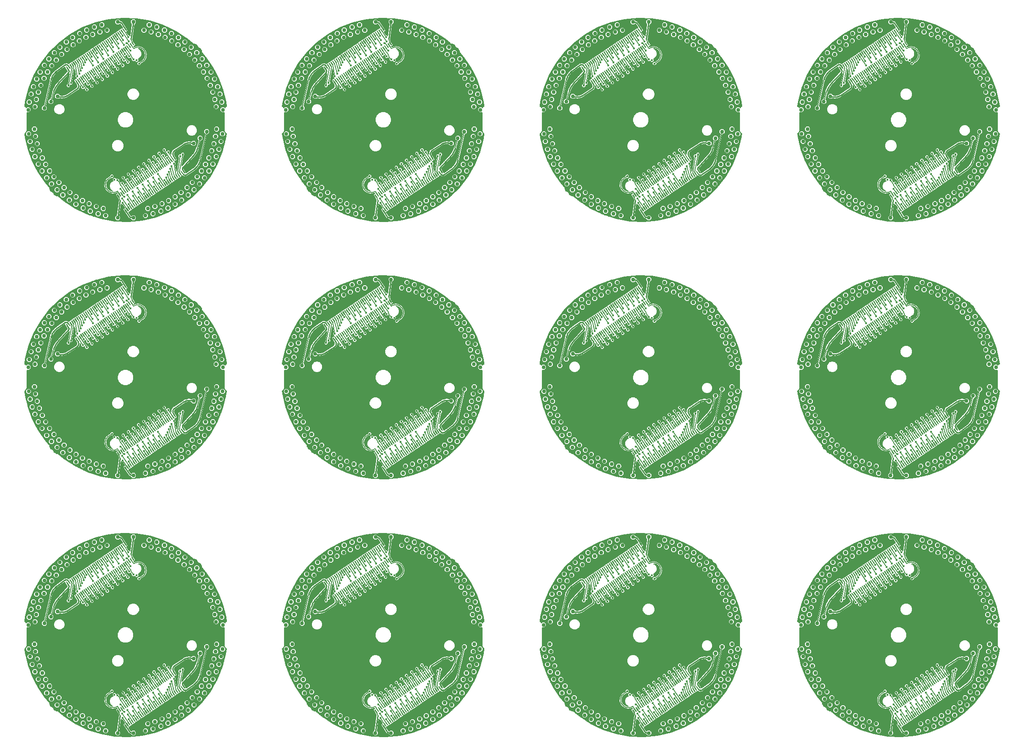
<source format=gtl>
G75*
%MOIN*%
%OFA0B0*%
%FSLAX24Y24*%
%IPPOS*%
%LPD*%
%AMOC8*
5,1,8,0,0,1.08239X$1,22.5*
%
%ADD10R,0.0091X0.0295*%
%ADD11R,0.0138X0.0295*%
%ADD12C,0.0295*%
%ADD13C,0.0159*%
%ADD14C,0.0050*%
%ADD15C,0.0100*%
D10*
G36*
X013317Y008309D02*
X013392Y008360D01*
X013555Y008117D01*
X013480Y008066D01*
X013317Y008309D01*
G37*
G36*
X013448Y008397D02*
X013523Y008448D01*
X013686Y008205D01*
X013611Y008154D01*
X013448Y008397D01*
G37*
G36*
X013578Y008485D02*
X013653Y008536D01*
X013816Y008293D01*
X013741Y008242D01*
X013578Y008485D01*
G37*
G36*
X013709Y008573D02*
X013784Y008624D01*
X013947Y008381D01*
X013872Y008330D01*
X013709Y008573D01*
G37*
G36*
X013839Y008661D02*
X013914Y008712D01*
X014077Y008469D01*
X014002Y008418D01*
X013839Y008661D01*
G37*
G36*
X013970Y008749D02*
X014045Y008800D01*
X014208Y008557D01*
X014133Y008506D01*
X013970Y008749D01*
G37*
G36*
X014100Y008837D02*
X014175Y008888D01*
X014338Y008645D01*
X014263Y008594D01*
X014100Y008837D01*
G37*
G36*
X014231Y008925D02*
X014306Y008976D01*
X014469Y008733D01*
X014394Y008682D01*
X014231Y008925D01*
G37*
G36*
X014361Y009013D02*
X014436Y009064D01*
X014599Y008821D01*
X014524Y008770D01*
X014361Y009013D01*
G37*
G36*
X014492Y009102D02*
X014567Y009153D01*
X014730Y008910D01*
X014655Y008859D01*
X014492Y009102D01*
G37*
G36*
X014623Y009190D02*
X014698Y009241D01*
X014861Y008998D01*
X014786Y008947D01*
X014623Y009190D01*
G37*
G36*
X014753Y009278D02*
X014828Y009329D01*
X014991Y009086D01*
X014916Y009035D01*
X014753Y009278D01*
G37*
G36*
X014884Y009366D02*
X014959Y009417D01*
X015122Y009174D01*
X015047Y009123D01*
X014884Y009366D01*
G37*
G36*
X015014Y009454D02*
X015089Y009505D01*
X015252Y009262D01*
X015177Y009211D01*
X015014Y009454D01*
G37*
G36*
X015145Y009542D02*
X015220Y009593D01*
X015383Y009350D01*
X015308Y009299D01*
X015145Y009542D01*
G37*
G36*
X015275Y009630D02*
X015350Y009681D01*
X015513Y009438D01*
X015438Y009387D01*
X015275Y009630D01*
G37*
G36*
X015406Y009718D02*
X015481Y009769D01*
X015644Y009526D01*
X015569Y009475D01*
X015406Y009718D01*
G37*
G36*
X015536Y009806D02*
X015611Y009857D01*
X015774Y009614D01*
X015699Y009563D01*
X015536Y009806D01*
G37*
G36*
X015667Y009894D02*
X015742Y009945D01*
X015905Y009702D01*
X015830Y009651D01*
X015667Y009894D01*
G37*
G36*
X015798Y009982D02*
X015873Y010033D01*
X016036Y009790D01*
X015961Y009739D01*
X015798Y009982D01*
G37*
G36*
X015928Y010070D02*
X016003Y010121D01*
X016166Y009878D01*
X016091Y009827D01*
X015928Y010070D01*
G37*
G36*
X016059Y010158D02*
X016134Y010209D01*
X016297Y009966D01*
X016222Y009915D01*
X016059Y010158D01*
G37*
G36*
X016189Y010246D02*
X016264Y010297D01*
X016427Y010054D01*
X016352Y010003D01*
X016189Y010246D01*
G37*
G36*
X016320Y010334D02*
X016395Y010385D01*
X016558Y010142D01*
X016483Y010091D01*
X016320Y010334D01*
G37*
G36*
X016450Y010422D02*
X016525Y010473D01*
X016688Y010230D01*
X016613Y010179D01*
X016450Y010422D01*
G37*
G36*
X016581Y010511D02*
X016656Y010562D01*
X016819Y010319D01*
X016744Y010268D01*
X016581Y010511D01*
G37*
G36*
X016711Y010599D02*
X016786Y010650D01*
X016949Y010407D01*
X016874Y010356D01*
X016711Y010599D01*
G37*
G36*
X016842Y010687D02*
X016917Y010738D01*
X017080Y010495D01*
X017005Y010444D01*
X016842Y010687D01*
G37*
G36*
X016973Y010775D02*
X017048Y010826D01*
X017211Y010583D01*
X017136Y010532D01*
X016973Y010775D01*
G37*
G36*
X017103Y010863D02*
X017178Y010914D01*
X017341Y010671D01*
X017266Y010620D01*
X017103Y010863D01*
G37*
G36*
X017234Y010951D02*
X017309Y011002D01*
X017472Y010759D01*
X017397Y010708D01*
X017234Y010951D01*
G37*
G36*
X017364Y011039D02*
X017439Y011090D01*
X017602Y010847D01*
X017527Y010796D01*
X017364Y011039D01*
G37*
G36*
X017495Y011127D02*
X017570Y011178D01*
X017733Y010935D01*
X017658Y010884D01*
X017495Y011127D01*
G37*
G36*
X017625Y011215D02*
X017700Y011266D01*
X017863Y011023D01*
X017788Y010972D01*
X017625Y011215D01*
G37*
G36*
X017756Y011303D02*
X017831Y011354D01*
X017994Y011111D01*
X017919Y011060D01*
X017756Y011303D01*
G37*
G36*
X018692Y010076D02*
X018617Y010025D01*
X018454Y010268D01*
X018529Y010319D01*
X018692Y010076D01*
G37*
G36*
X018561Y009988D02*
X018486Y009937D01*
X018323Y010180D01*
X018398Y010231D01*
X018561Y009988D01*
G37*
G36*
X018431Y009900D02*
X018356Y009849D01*
X018193Y010092D01*
X018268Y010143D01*
X018431Y009900D01*
G37*
G36*
X018300Y009812D02*
X018225Y009761D01*
X018062Y010004D01*
X018137Y010055D01*
X018300Y009812D01*
G37*
G36*
X018170Y009724D02*
X018095Y009673D01*
X017932Y009916D01*
X018007Y009967D01*
X018170Y009724D01*
G37*
G36*
X018039Y009636D02*
X017964Y009585D01*
X017801Y009828D01*
X017876Y009879D01*
X018039Y009636D01*
G37*
G36*
X017908Y009548D02*
X017833Y009497D01*
X017670Y009740D01*
X017745Y009791D01*
X017908Y009548D01*
G37*
G36*
X017778Y009460D02*
X017703Y009409D01*
X017540Y009652D01*
X017615Y009703D01*
X017778Y009460D01*
G37*
G36*
X017647Y009372D02*
X017572Y009321D01*
X017409Y009564D01*
X017484Y009615D01*
X017647Y009372D01*
G37*
G36*
X017517Y009284D02*
X017442Y009233D01*
X017279Y009476D01*
X017354Y009527D01*
X017517Y009284D01*
G37*
G36*
X017386Y009196D02*
X017311Y009145D01*
X017148Y009388D01*
X017223Y009439D01*
X017386Y009196D01*
G37*
G36*
X017256Y009108D02*
X017181Y009057D01*
X017018Y009300D01*
X017093Y009351D01*
X017256Y009108D01*
G37*
G36*
X017125Y009020D02*
X017050Y008969D01*
X016887Y009212D01*
X016962Y009263D01*
X017125Y009020D01*
G37*
G36*
X016995Y008932D02*
X016920Y008881D01*
X016757Y009124D01*
X016832Y009175D01*
X016995Y008932D01*
G37*
G36*
X016864Y008844D02*
X016789Y008793D01*
X016626Y009036D01*
X016701Y009087D01*
X016864Y008844D01*
G37*
G36*
X016733Y008756D02*
X016658Y008705D01*
X016495Y008948D01*
X016570Y008999D01*
X016733Y008756D01*
G37*
G36*
X016603Y008667D02*
X016528Y008616D01*
X016365Y008859D01*
X016440Y008910D01*
X016603Y008667D01*
G37*
G36*
X016472Y008579D02*
X016397Y008528D01*
X016234Y008771D01*
X016309Y008822D01*
X016472Y008579D01*
G37*
G36*
X016342Y008491D02*
X016267Y008440D01*
X016104Y008683D01*
X016179Y008734D01*
X016342Y008491D01*
G37*
G36*
X016211Y008403D02*
X016136Y008352D01*
X015973Y008595D01*
X016048Y008646D01*
X016211Y008403D01*
G37*
G36*
X016081Y008315D02*
X016006Y008264D01*
X015843Y008507D01*
X015918Y008558D01*
X016081Y008315D01*
G37*
G36*
X015950Y008227D02*
X015875Y008176D01*
X015712Y008419D01*
X015787Y008470D01*
X015950Y008227D01*
G37*
G36*
X015820Y008139D02*
X015745Y008088D01*
X015582Y008331D01*
X015657Y008382D01*
X015820Y008139D01*
G37*
G36*
X015689Y008051D02*
X015614Y008000D01*
X015451Y008243D01*
X015526Y008294D01*
X015689Y008051D01*
G37*
G36*
X015558Y007963D02*
X015483Y007912D01*
X015320Y008155D01*
X015395Y008206D01*
X015558Y007963D01*
G37*
G36*
X015428Y007875D02*
X015353Y007824D01*
X015190Y008067D01*
X015265Y008118D01*
X015428Y007875D01*
G37*
G36*
X015297Y007787D02*
X015222Y007736D01*
X015059Y007979D01*
X015134Y008030D01*
X015297Y007787D01*
G37*
G36*
X015167Y007699D02*
X015092Y007648D01*
X014929Y007891D01*
X015004Y007942D01*
X015167Y007699D01*
G37*
G36*
X015036Y007611D02*
X014961Y007560D01*
X014798Y007803D01*
X014873Y007854D01*
X015036Y007611D01*
G37*
G36*
X014906Y007523D02*
X014831Y007472D01*
X014668Y007715D01*
X014743Y007766D01*
X014906Y007523D01*
G37*
G36*
X014775Y007435D02*
X014700Y007384D01*
X014537Y007627D01*
X014612Y007678D01*
X014775Y007435D01*
G37*
G36*
X014645Y007347D02*
X014570Y007296D01*
X014407Y007539D01*
X014482Y007590D01*
X014645Y007347D01*
G37*
G36*
X014514Y007258D02*
X014439Y007207D01*
X014276Y007450D01*
X014351Y007501D01*
X014514Y007258D01*
G37*
G36*
X014383Y007170D02*
X014308Y007119D01*
X014145Y007362D01*
X014220Y007413D01*
X014383Y007170D01*
G37*
G36*
X014253Y007082D02*
X014178Y007031D01*
X014015Y007274D01*
X014090Y007325D01*
X014253Y007082D01*
G37*
G36*
X010494Y016947D02*
X010419Y016896D01*
X010256Y017139D01*
X010331Y017190D01*
X010494Y016947D01*
G37*
G36*
X010625Y017035D02*
X010550Y016984D01*
X010387Y017227D01*
X010462Y017278D01*
X010625Y017035D01*
G37*
G36*
X010755Y017123D02*
X010680Y017072D01*
X010517Y017315D01*
X010592Y017366D01*
X010755Y017123D01*
G37*
G36*
X010886Y017211D02*
X010811Y017160D01*
X010648Y017403D01*
X010723Y017454D01*
X010886Y017211D01*
G37*
G36*
X011016Y017299D02*
X010941Y017248D01*
X010778Y017491D01*
X010853Y017542D01*
X011016Y017299D01*
G37*
G36*
X011147Y017387D02*
X011072Y017336D01*
X010909Y017579D01*
X010984Y017630D01*
X011147Y017387D01*
G37*
G36*
X011277Y017475D02*
X011202Y017424D01*
X011039Y017667D01*
X011114Y017718D01*
X011277Y017475D01*
G37*
G36*
X011408Y017563D02*
X011333Y017512D01*
X011170Y017755D01*
X011245Y017806D01*
X011408Y017563D01*
G37*
G36*
X011539Y017651D02*
X011464Y017600D01*
X011301Y017843D01*
X011376Y017894D01*
X011539Y017651D01*
G37*
G36*
X011669Y017739D02*
X011594Y017688D01*
X011431Y017931D01*
X011506Y017982D01*
X011669Y017739D01*
G37*
G36*
X011800Y017827D02*
X011725Y017776D01*
X011562Y018019D01*
X011637Y018070D01*
X011800Y017827D01*
G37*
G36*
X011930Y017916D02*
X011855Y017865D01*
X011692Y018108D01*
X011767Y018159D01*
X011930Y017916D01*
G37*
G36*
X012061Y018004D02*
X011986Y017953D01*
X011823Y018196D01*
X011898Y018247D01*
X012061Y018004D01*
G37*
G36*
X012191Y018092D02*
X012116Y018041D01*
X011953Y018284D01*
X012028Y018335D01*
X012191Y018092D01*
G37*
G36*
X012322Y018180D02*
X012247Y018129D01*
X012084Y018372D01*
X012159Y018423D01*
X012322Y018180D01*
G37*
G36*
X012452Y018268D02*
X012377Y018217D01*
X012214Y018460D01*
X012289Y018511D01*
X012452Y018268D01*
G37*
G36*
X012583Y018356D02*
X012508Y018305D01*
X012345Y018548D01*
X012420Y018599D01*
X012583Y018356D01*
G37*
G36*
X012714Y018444D02*
X012639Y018393D01*
X012476Y018636D01*
X012551Y018687D01*
X012714Y018444D01*
G37*
G36*
X012844Y018532D02*
X012769Y018481D01*
X012606Y018724D01*
X012681Y018775D01*
X012844Y018532D01*
G37*
G36*
X012975Y018620D02*
X012900Y018569D01*
X012737Y018812D01*
X012812Y018863D01*
X012975Y018620D01*
G37*
G36*
X013105Y018708D02*
X013030Y018657D01*
X012867Y018900D01*
X012942Y018951D01*
X013105Y018708D01*
G37*
G36*
X013236Y018796D02*
X013161Y018745D01*
X012998Y018988D01*
X013073Y019039D01*
X013236Y018796D01*
G37*
G36*
X013366Y018884D02*
X013291Y018833D01*
X013128Y019076D01*
X013203Y019127D01*
X013366Y018884D01*
G37*
G36*
X013497Y018972D02*
X013422Y018921D01*
X013259Y019164D01*
X013334Y019215D01*
X013497Y018972D01*
G37*
G36*
X013627Y019060D02*
X013552Y019009D01*
X013389Y019252D01*
X013464Y019303D01*
X013627Y019060D01*
G37*
G36*
X013758Y019148D02*
X013683Y019097D01*
X013520Y019340D01*
X013595Y019391D01*
X013758Y019148D01*
G37*
G36*
X013889Y019236D02*
X013814Y019185D01*
X013651Y019428D01*
X013726Y019479D01*
X013889Y019236D01*
G37*
G36*
X014019Y019325D02*
X013944Y019274D01*
X013781Y019517D01*
X013856Y019568D01*
X014019Y019325D01*
G37*
G36*
X014150Y019413D02*
X014075Y019362D01*
X013912Y019605D01*
X013987Y019656D01*
X014150Y019413D01*
G37*
G36*
X014280Y019501D02*
X014205Y019450D01*
X014042Y019693D01*
X014117Y019744D01*
X014280Y019501D01*
G37*
G36*
X014411Y019589D02*
X014336Y019538D01*
X014173Y019781D01*
X014248Y019832D01*
X014411Y019589D01*
G37*
G36*
X014541Y019677D02*
X014466Y019626D01*
X014303Y019869D01*
X014378Y019920D01*
X014541Y019677D01*
G37*
G36*
X014672Y019765D02*
X014597Y019714D01*
X014434Y019957D01*
X014509Y020008D01*
X014672Y019765D01*
G37*
G36*
X014802Y019853D02*
X014727Y019802D01*
X014564Y020045D01*
X014639Y020096D01*
X014802Y019853D01*
G37*
G36*
X014933Y019941D02*
X014858Y019890D01*
X014695Y020133D01*
X014770Y020184D01*
X014933Y019941D01*
G37*
G36*
X013736Y020992D02*
X013811Y021043D01*
X013974Y020800D01*
X013899Y020749D01*
X013736Y020992D01*
G37*
G36*
X013605Y020903D02*
X013680Y020954D01*
X013843Y020711D01*
X013768Y020660D01*
X013605Y020903D01*
G37*
G36*
X013475Y020815D02*
X013550Y020866D01*
X013713Y020623D01*
X013638Y020572D01*
X013475Y020815D01*
G37*
G36*
X013344Y020727D02*
X013419Y020778D01*
X013582Y020535D01*
X013507Y020484D01*
X013344Y020727D01*
G37*
G36*
X013214Y020639D02*
X013289Y020690D01*
X013452Y020447D01*
X013377Y020396D01*
X013214Y020639D01*
G37*
G36*
X013083Y020551D02*
X013158Y020602D01*
X013321Y020359D01*
X013246Y020308D01*
X013083Y020551D01*
G37*
G36*
X012953Y020463D02*
X013028Y020514D01*
X013191Y020271D01*
X013116Y020220D01*
X012953Y020463D01*
G37*
G36*
X012822Y020375D02*
X012897Y020426D01*
X013060Y020183D01*
X012985Y020132D01*
X012822Y020375D01*
G37*
G36*
X012692Y020287D02*
X012767Y020338D01*
X012930Y020095D01*
X012855Y020044D01*
X012692Y020287D01*
G37*
G36*
X012561Y020199D02*
X012636Y020250D01*
X012799Y020007D01*
X012724Y019956D01*
X012561Y020199D01*
G37*
G36*
X012430Y020111D02*
X012505Y020162D01*
X012668Y019919D01*
X012593Y019868D01*
X012430Y020111D01*
G37*
G36*
X012300Y020023D02*
X012375Y020074D01*
X012538Y019831D01*
X012463Y019780D01*
X012300Y020023D01*
G37*
G36*
X012169Y019935D02*
X012244Y019986D01*
X012407Y019743D01*
X012332Y019692D01*
X012169Y019935D01*
G37*
G36*
X012039Y019847D02*
X012114Y019898D01*
X012277Y019655D01*
X012202Y019604D01*
X012039Y019847D01*
G37*
G36*
X011908Y019759D02*
X011983Y019810D01*
X012146Y019567D01*
X012071Y019516D01*
X011908Y019759D01*
G37*
G36*
X011778Y019671D02*
X011853Y019722D01*
X012016Y019479D01*
X011941Y019428D01*
X011778Y019671D01*
G37*
G36*
X011647Y019583D02*
X011722Y019634D01*
X011885Y019391D01*
X011810Y019340D01*
X011647Y019583D01*
G37*
G36*
X011517Y019494D02*
X011592Y019545D01*
X011755Y019302D01*
X011680Y019251D01*
X011517Y019494D01*
G37*
G36*
X011386Y019406D02*
X011461Y019457D01*
X011624Y019214D01*
X011549Y019163D01*
X011386Y019406D01*
G37*
G36*
X011255Y019318D02*
X011330Y019369D01*
X011493Y019126D01*
X011418Y019075D01*
X011255Y019318D01*
G37*
G36*
X011125Y019230D02*
X011200Y019281D01*
X011363Y019038D01*
X011288Y018987D01*
X011125Y019230D01*
G37*
G36*
X010994Y019142D02*
X011069Y019193D01*
X011232Y018950D01*
X011157Y018899D01*
X010994Y019142D01*
G37*
G36*
X010864Y019054D02*
X010939Y019105D01*
X011102Y018862D01*
X011027Y018811D01*
X010864Y019054D01*
G37*
G36*
X010733Y018966D02*
X010808Y019017D01*
X010971Y018774D01*
X010896Y018723D01*
X010733Y018966D01*
G37*
G36*
X010603Y018878D02*
X010678Y018929D01*
X010841Y018686D01*
X010766Y018635D01*
X010603Y018878D01*
G37*
G36*
X010472Y018790D02*
X010547Y018841D01*
X010710Y018598D01*
X010635Y018547D01*
X010472Y018790D01*
G37*
G36*
X010342Y018702D02*
X010417Y018753D01*
X010580Y018510D01*
X010505Y018459D01*
X010342Y018702D01*
G37*
G36*
X010211Y018614D02*
X010286Y018665D01*
X010449Y018422D01*
X010374Y018371D01*
X010211Y018614D01*
G37*
G36*
X010080Y018526D02*
X010155Y018577D01*
X010318Y018334D01*
X010243Y018283D01*
X010080Y018526D01*
G37*
G36*
X009950Y018438D02*
X010025Y018489D01*
X010188Y018246D01*
X010113Y018195D01*
X009950Y018438D01*
G37*
G36*
X009819Y018350D02*
X009894Y018401D01*
X010057Y018158D01*
X009982Y018107D01*
X009819Y018350D01*
G37*
G36*
X009689Y018262D02*
X009764Y018313D01*
X009927Y018070D01*
X009852Y018019D01*
X009689Y018262D01*
G37*
G36*
X009558Y018174D02*
X009633Y018225D01*
X009796Y017982D01*
X009721Y017931D01*
X009558Y018174D01*
G37*
G36*
X013867Y021080D02*
X013942Y021131D01*
X014105Y020888D01*
X014030Y020837D01*
X013867Y021080D01*
G37*
G36*
X013997Y021168D02*
X014072Y021219D01*
X014235Y020976D01*
X014160Y020925D01*
X013997Y021168D01*
G37*
G36*
X014253Y026767D02*
X014178Y026716D01*
X014015Y026959D01*
X014090Y027010D01*
X014253Y026767D01*
G37*
G36*
X014383Y026855D02*
X014308Y026804D01*
X014145Y027047D01*
X014220Y027098D01*
X014383Y026855D01*
G37*
G36*
X014514Y026943D02*
X014439Y026892D01*
X014276Y027135D01*
X014351Y027186D01*
X014514Y026943D01*
G37*
G36*
X014645Y027032D02*
X014570Y026981D01*
X014407Y027224D01*
X014482Y027275D01*
X014645Y027032D01*
G37*
G36*
X014775Y027120D02*
X014700Y027069D01*
X014537Y027312D01*
X014612Y027363D01*
X014775Y027120D01*
G37*
G36*
X014906Y027208D02*
X014831Y027157D01*
X014668Y027400D01*
X014743Y027451D01*
X014906Y027208D01*
G37*
G36*
X015036Y027296D02*
X014961Y027245D01*
X014798Y027488D01*
X014873Y027539D01*
X015036Y027296D01*
G37*
G36*
X015167Y027384D02*
X015092Y027333D01*
X014929Y027576D01*
X015004Y027627D01*
X015167Y027384D01*
G37*
G36*
X015297Y027472D02*
X015222Y027421D01*
X015059Y027664D01*
X015134Y027715D01*
X015297Y027472D01*
G37*
G36*
X015428Y027560D02*
X015353Y027509D01*
X015190Y027752D01*
X015265Y027803D01*
X015428Y027560D01*
G37*
G36*
X015558Y027648D02*
X015483Y027597D01*
X015320Y027840D01*
X015395Y027891D01*
X015558Y027648D01*
G37*
G36*
X015689Y027736D02*
X015614Y027685D01*
X015451Y027928D01*
X015526Y027979D01*
X015689Y027736D01*
G37*
G36*
X015820Y027824D02*
X015745Y027773D01*
X015582Y028016D01*
X015657Y028067D01*
X015820Y027824D01*
G37*
G36*
X015950Y027912D02*
X015875Y027861D01*
X015712Y028104D01*
X015787Y028155D01*
X015950Y027912D01*
G37*
G36*
X016081Y028000D02*
X016006Y027949D01*
X015843Y028192D01*
X015918Y028243D01*
X016081Y028000D01*
G37*
G36*
X016211Y028088D02*
X016136Y028037D01*
X015973Y028280D01*
X016048Y028331D01*
X016211Y028088D01*
G37*
G36*
X016342Y028176D02*
X016267Y028125D01*
X016104Y028368D01*
X016179Y028419D01*
X016342Y028176D01*
G37*
G36*
X016472Y028264D02*
X016397Y028213D01*
X016234Y028456D01*
X016309Y028507D01*
X016472Y028264D01*
G37*
G36*
X016603Y028352D02*
X016528Y028301D01*
X016365Y028544D01*
X016440Y028595D01*
X016603Y028352D01*
G37*
G36*
X016733Y028441D02*
X016658Y028390D01*
X016495Y028633D01*
X016570Y028684D01*
X016733Y028441D01*
G37*
G36*
X016864Y028529D02*
X016789Y028478D01*
X016626Y028721D01*
X016701Y028772D01*
X016864Y028529D01*
G37*
G36*
X016995Y028617D02*
X016920Y028566D01*
X016757Y028809D01*
X016832Y028860D01*
X016995Y028617D01*
G37*
G36*
X017125Y028705D02*
X017050Y028654D01*
X016887Y028897D01*
X016962Y028948D01*
X017125Y028705D01*
G37*
G36*
X017256Y028793D02*
X017181Y028742D01*
X017018Y028985D01*
X017093Y029036D01*
X017256Y028793D01*
G37*
G36*
X017386Y028881D02*
X017311Y028830D01*
X017148Y029073D01*
X017223Y029124D01*
X017386Y028881D01*
G37*
G36*
X017517Y028969D02*
X017442Y028918D01*
X017279Y029161D01*
X017354Y029212D01*
X017517Y028969D01*
G37*
G36*
X017647Y029057D02*
X017572Y029006D01*
X017409Y029249D01*
X017484Y029300D01*
X017647Y029057D01*
G37*
G36*
X017778Y029145D02*
X017703Y029094D01*
X017540Y029337D01*
X017615Y029388D01*
X017778Y029145D01*
G37*
G36*
X017908Y029233D02*
X017833Y029182D01*
X017670Y029425D01*
X017745Y029476D01*
X017908Y029233D01*
G37*
G36*
X018039Y029321D02*
X017964Y029270D01*
X017801Y029513D01*
X017876Y029564D01*
X018039Y029321D01*
G37*
G36*
X018170Y029409D02*
X018095Y029358D01*
X017932Y029601D01*
X018007Y029652D01*
X018170Y029409D01*
G37*
G36*
X018300Y029497D02*
X018225Y029446D01*
X018062Y029689D01*
X018137Y029740D01*
X018300Y029497D01*
G37*
G36*
X018431Y029585D02*
X018356Y029534D01*
X018193Y029777D01*
X018268Y029828D01*
X018431Y029585D01*
G37*
G36*
X018561Y029673D02*
X018486Y029622D01*
X018323Y029865D01*
X018398Y029916D01*
X018561Y029673D01*
G37*
G36*
X018692Y029761D02*
X018617Y029710D01*
X018454Y029953D01*
X018529Y030004D01*
X018692Y029761D01*
G37*
G36*
X017756Y030988D02*
X017831Y031039D01*
X017994Y030796D01*
X017919Y030745D01*
X017756Y030988D01*
G37*
G36*
X017625Y030900D02*
X017700Y030951D01*
X017863Y030708D01*
X017788Y030657D01*
X017625Y030900D01*
G37*
G36*
X017495Y030812D02*
X017570Y030863D01*
X017733Y030620D01*
X017658Y030569D01*
X017495Y030812D01*
G37*
G36*
X017364Y030724D02*
X017439Y030775D01*
X017602Y030532D01*
X017527Y030481D01*
X017364Y030724D01*
G37*
G36*
X017234Y030636D02*
X017309Y030687D01*
X017472Y030444D01*
X017397Y030393D01*
X017234Y030636D01*
G37*
G36*
X017103Y030548D02*
X017178Y030599D01*
X017341Y030356D01*
X017266Y030305D01*
X017103Y030548D01*
G37*
G36*
X016973Y030460D02*
X017048Y030511D01*
X017211Y030268D01*
X017136Y030217D01*
X016973Y030460D01*
G37*
G36*
X016842Y030372D02*
X016917Y030423D01*
X017080Y030180D01*
X017005Y030129D01*
X016842Y030372D01*
G37*
G36*
X016711Y030284D02*
X016786Y030335D01*
X016949Y030092D01*
X016874Y030041D01*
X016711Y030284D01*
G37*
G36*
X016581Y030196D02*
X016656Y030247D01*
X016819Y030004D01*
X016744Y029953D01*
X016581Y030196D01*
G37*
G36*
X016450Y030108D02*
X016525Y030159D01*
X016688Y029916D01*
X016613Y029865D01*
X016450Y030108D01*
G37*
G36*
X016320Y030019D02*
X016395Y030070D01*
X016558Y029827D01*
X016483Y029776D01*
X016320Y030019D01*
G37*
G36*
X016189Y029931D02*
X016264Y029982D01*
X016427Y029739D01*
X016352Y029688D01*
X016189Y029931D01*
G37*
G36*
X016059Y029843D02*
X016134Y029894D01*
X016297Y029651D01*
X016222Y029600D01*
X016059Y029843D01*
G37*
G36*
X015928Y029755D02*
X016003Y029806D01*
X016166Y029563D01*
X016091Y029512D01*
X015928Y029755D01*
G37*
G36*
X015798Y029667D02*
X015873Y029718D01*
X016036Y029475D01*
X015961Y029424D01*
X015798Y029667D01*
G37*
G36*
X015667Y029579D02*
X015742Y029630D01*
X015905Y029387D01*
X015830Y029336D01*
X015667Y029579D01*
G37*
G36*
X015536Y029491D02*
X015611Y029542D01*
X015774Y029299D01*
X015699Y029248D01*
X015536Y029491D01*
G37*
G36*
X015406Y029403D02*
X015481Y029454D01*
X015644Y029211D01*
X015569Y029160D01*
X015406Y029403D01*
G37*
G36*
X015275Y029315D02*
X015350Y029366D01*
X015513Y029123D01*
X015438Y029072D01*
X015275Y029315D01*
G37*
G36*
X015145Y029227D02*
X015220Y029278D01*
X015383Y029035D01*
X015308Y028984D01*
X015145Y029227D01*
G37*
G36*
X015014Y029139D02*
X015089Y029190D01*
X015252Y028947D01*
X015177Y028896D01*
X015014Y029139D01*
G37*
G36*
X014884Y029051D02*
X014959Y029102D01*
X015122Y028859D01*
X015047Y028808D01*
X014884Y029051D01*
G37*
G36*
X014753Y028963D02*
X014828Y029014D01*
X014991Y028771D01*
X014916Y028720D01*
X014753Y028963D01*
G37*
G36*
X014623Y028875D02*
X014698Y028926D01*
X014861Y028683D01*
X014786Y028632D01*
X014623Y028875D01*
G37*
G36*
X014492Y028787D02*
X014567Y028838D01*
X014730Y028595D01*
X014655Y028544D01*
X014492Y028787D01*
G37*
G36*
X014361Y028699D02*
X014436Y028750D01*
X014599Y028507D01*
X014524Y028456D01*
X014361Y028699D01*
G37*
G36*
X014231Y028610D02*
X014306Y028661D01*
X014469Y028418D01*
X014394Y028367D01*
X014231Y028610D01*
G37*
G36*
X014100Y028522D02*
X014175Y028573D01*
X014338Y028330D01*
X014263Y028279D01*
X014100Y028522D01*
G37*
G36*
X013970Y028434D02*
X014045Y028485D01*
X014208Y028242D01*
X014133Y028191D01*
X013970Y028434D01*
G37*
G36*
X013839Y028346D02*
X013914Y028397D01*
X014077Y028154D01*
X014002Y028103D01*
X013839Y028346D01*
G37*
G36*
X013709Y028258D02*
X013784Y028309D01*
X013947Y028066D01*
X013872Y028015D01*
X013709Y028258D01*
G37*
G36*
X013578Y028170D02*
X013653Y028221D01*
X013816Y027978D01*
X013741Y027927D01*
X013578Y028170D01*
G37*
G36*
X013448Y028082D02*
X013523Y028133D01*
X013686Y027890D01*
X013611Y027839D01*
X013448Y028082D01*
G37*
G36*
X013317Y027994D02*
X013392Y028045D01*
X013555Y027802D01*
X013480Y027751D01*
X013317Y027994D01*
G37*
G36*
X010494Y036632D02*
X010419Y036581D01*
X010256Y036824D01*
X010331Y036875D01*
X010494Y036632D01*
G37*
G36*
X010625Y036720D02*
X010550Y036669D01*
X010387Y036912D01*
X010462Y036963D01*
X010625Y036720D01*
G37*
G36*
X010755Y036808D02*
X010680Y036757D01*
X010517Y037000D01*
X010592Y037051D01*
X010755Y036808D01*
G37*
G36*
X010886Y036896D02*
X010811Y036845D01*
X010648Y037088D01*
X010723Y037139D01*
X010886Y036896D01*
G37*
G36*
X011016Y036984D02*
X010941Y036933D01*
X010778Y037176D01*
X010853Y037227D01*
X011016Y036984D01*
G37*
G36*
X011147Y037072D02*
X011072Y037021D01*
X010909Y037264D01*
X010984Y037315D01*
X011147Y037072D01*
G37*
G36*
X011277Y037160D02*
X011202Y037109D01*
X011039Y037352D01*
X011114Y037403D01*
X011277Y037160D01*
G37*
G36*
X011408Y037248D02*
X011333Y037197D01*
X011170Y037440D01*
X011245Y037491D01*
X011408Y037248D01*
G37*
G36*
X011539Y037336D02*
X011464Y037285D01*
X011301Y037528D01*
X011376Y037579D01*
X011539Y037336D01*
G37*
G36*
X011669Y037424D02*
X011594Y037373D01*
X011431Y037616D01*
X011506Y037667D01*
X011669Y037424D01*
G37*
G36*
X011800Y037513D02*
X011725Y037462D01*
X011562Y037705D01*
X011637Y037756D01*
X011800Y037513D01*
G37*
G36*
X011930Y037601D02*
X011855Y037550D01*
X011692Y037793D01*
X011767Y037844D01*
X011930Y037601D01*
G37*
G36*
X012061Y037689D02*
X011986Y037638D01*
X011823Y037881D01*
X011898Y037932D01*
X012061Y037689D01*
G37*
G36*
X012191Y037777D02*
X012116Y037726D01*
X011953Y037969D01*
X012028Y038020D01*
X012191Y037777D01*
G37*
G36*
X012322Y037865D02*
X012247Y037814D01*
X012084Y038057D01*
X012159Y038108D01*
X012322Y037865D01*
G37*
G36*
X012452Y037953D02*
X012377Y037902D01*
X012214Y038145D01*
X012289Y038196D01*
X012452Y037953D01*
G37*
G36*
X012583Y038041D02*
X012508Y037990D01*
X012345Y038233D01*
X012420Y038284D01*
X012583Y038041D01*
G37*
G36*
X012714Y038129D02*
X012639Y038078D01*
X012476Y038321D01*
X012551Y038372D01*
X012714Y038129D01*
G37*
G36*
X012844Y038217D02*
X012769Y038166D01*
X012606Y038409D01*
X012681Y038460D01*
X012844Y038217D01*
G37*
G36*
X012975Y038305D02*
X012900Y038254D01*
X012737Y038497D01*
X012812Y038548D01*
X012975Y038305D01*
G37*
G36*
X013105Y038393D02*
X013030Y038342D01*
X012867Y038585D01*
X012942Y038636D01*
X013105Y038393D01*
G37*
G36*
X013236Y038481D02*
X013161Y038430D01*
X012998Y038673D01*
X013073Y038724D01*
X013236Y038481D01*
G37*
G36*
X013366Y038569D02*
X013291Y038518D01*
X013128Y038761D01*
X013203Y038812D01*
X013366Y038569D01*
G37*
G36*
X013497Y038657D02*
X013422Y038606D01*
X013259Y038849D01*
X013334Y038900D01*
X013497Y038657D01*
G37*
G36*
X013627Y038745D02*
X013552Y038694D01*
X013389Y038937D01*
X013464Y038988D01*
X013627Y038745D01*
G37*
G36*
X013758Y038833D02*
X013683Y038782D01*
X013520Y039025D01*
X013595Y039076D01*
X013758Y038833D01*
G37*
G36*
X013889Y038922D02*
X013814Y038871D01*
X013651Y039114D01*
X013726Y039165D01*
X013889Y038922D01*
G37*
G36*
X014019Y039010D02*
X013944Y038959D01*
X013781Y039202D01*
X013856Y039253D01*
X014019Y039010D01*
G37*
G36*
X014150Y039098D02*
X014075Y039047D01*
X013912Y039290D01*
X013987Y039341D01*
X014150Y039098D01*
G37*
G36*
X014280Y039186D02*
X014205Y039135D01*
X014042Y039378D01*
X014117Y039429D01*
X014280Y039186D01*
G37*
G36*
X014411Y039274D02*
X014336Y039223D01*
X014173Y039466D01*
X014248Y039517D01*
X014411Y039274D01*
G37*
G36*
X014541Y039362D02*
X014466Y039311D01*
X014303Y039554D01*
X014378Y039605D01*
X014541Y039362D01*
G37*
G36*
X014672Y039450D02*
X014597Y039399D01*
X014434Y039642D01*
X014509Y039693D01*
X014672Y039450D01*
G37*
G36*
X014802Y039538D02*
X014727Y039487D01*
X014564Y039730D01*
X014639Y039781D01*
X014802Y039538D01*
G37*
G36*
X014933Y039626D02*
X014858Y039575D01*
X014695Y039818D01*
X014770Y039869D01*
X014933Y039626D01*
G37*
G36*
X013997Y040853D02*
X014072Y040904D01*
X014235Y040661D01*
X014160Y040610D01*
X013997Y040853D01*
G37*
G36*
X013867Y040765D02*
X013942Y040816D01*
X014105Y040573D01*
X014030Y040522D01*
X013867Y040765D01*
G37*
G36*
X013736Y040677D02*
X013811Y040728D01*
X013974Y040485D01*
X013899Y040434D01*
X013736Y040677D01*
G37*
G36*
X013605Y040589D02*
X013680Y040640D01*
X013843Y040397D01*
X013768Y040346D01*
X013605Y040589D01*
G37*
G36*
X013475Y040500D02*
X013550Y040551D01*
X013713Y040308D01*
X013638Y040257D01*
X013475Y040500D01*
G37*
G36*
X013344Y040412D02*
X013419Y040463D01*
X013582Y040220D01*
X013507Y040169D01*
X013344Y040412D01*
G37*
G36*
X013214Y040324D02*
X013289Y040375D01*
X013452Y040132D01*
X013377Y040081D01*
X013214Y040324D01*
G37*
G36*
X013083Y040236D02*
X013158Y040287D01*
X013321Y040044D01*
X013246Y039993D01*
X013083Y040236D01*
G37*
G36*
X012953Y040148D02*
X013028Y040199D01*
X013191Y039956D01*
X013116Y039905D01*
X012953Y040148D01*
G37*
G36*
X012822Y040060D02*
X012897Y040111D01*
X013060Y039868D01*
X012985Y039817D01*
X012822Y040060D01*
G37*
G36*
X012692Y039972D02*
X012767Y040023D01*
X012930Y039780D01*
X012855Y039729D01*
X012692Y039972D01*
G37*
G36*
X012561Y039884D02*
X012636Y039935D01*
X012799Y039692D01*
X012724Y039641D01*
X012561Y039884D01*
G37*
G36*
X012430Y039796D02*
X012505Y039847D01*
X012668Y039604D01*
X012593Y039553D01*
X012430Y039796D01*
G37*
G36*
X012300Y039708D02*
X012375Y039759D01*
X012538Y039516D01*
X012463Y039465D01*
X012300Y039708D01*
G37*
G36*
X012169Y039620D02*
X012244Y039671D01*
X012407Y039428D01*
X012332Y039377D01*
X012169Y039620D01*
G37*
G36*
X012039Y039532D02*
X012114Y039583D01*
X012277Y039340D01*
X012202Y039289D01*
X012039Y039532D01*
G37*
G36*
X011908Y039444D02*
X011983Y039495D01*
X012146Y039252D01*
X012071Y039201D01*
X011908Y039444D01*
G37*
G36*
X011778Y039356D02*
X011853Y039407D01*
X012016Y039164D01*
X011941Y039113D01*
X011778Y039356D01*
G37*
G36*
X011647Y039268D02*
X011722Y039319D01*
X011885Y039076D01*
X011810Y039025D01*
X011647Y039268D01*
G37*
G36*
X011517Y039180D02*
X011592Y039231D01*
X011755Y038988D01*
X011680Y038937D01*
X011517Y039180D01*
G37*
G36*
X011386Y039091D02*
X011461Y039142D01*
X011624Y038899D01*
X011549Y038848D01*
X011386Y039091D01*
G37*
G36*
X011255Y039003D02*
X011330Y039054D01*
X011493Y038811D01*
X011418Y038760D01*
X011255Y039003D01*
G37*
G36*
X011125Y038915D02*
X011200Y038966D01*
X011363Y038723D01*
X011288Y038672D01*
X011125Y038915D01*
G37*
G36*
X010994Y038827D02*
X011069Y038878D01*
X011232Y038635D01*
X011157Y038584D01*
X010994Y038827D01*
G37*
G36*
X010864Y038739D02*
X010939Y038790D01*
X011102Y038547D01*
X011027Y038496D01*
X010864Y038739D01*
G37*
G36*
X010733Y038651D02*
X010808Y038702D01*
X010971Y038459D01*
X010896Y038408D01*
X010733Y038651D01*
G37*
G36*
X010603Y038563D02*
X010678Y038614D01*
X010841Y038371D01*
X010766Y038320D01*
X010603Y038563D01*
G37*
G36*
X010472Y038475D02*
X010547Y038526D01*
X010710Y038283D01*
X010635Y038232D01*
X010472Y038475D01*
G37*
G36*
X010342Y038387D02*
X010417Y038438D01*
X010580Y038195D01*
X010505Y038144D01*
X010342Y038387D01*
G37*
G36*
X010211Y038299D02*
X010286Y038350D01*
X010449Y038107D01*
X010374Y038056D01*
X010211Y038299D01*
G37*
G36*
X010080Y038211D02*
X010155Y038262D01*
X010318Y038019D01*
X010243Y037968D01*
X010080Y038211D01*
G37*
G36*
X009950Y038123D02*
X010025Y038174D01*
X010188Y037931D01*
X010113Y037880D01*
X009950Y038123D01*
G37*
G36*
X009819Y038035D02*
X009894Y038086D01*
X010057Y037843D01*
X009982Y037792D01*
X009819Y038035D01*
G37*
G36*
X009689Y037947D02*
X009764Y037998D01*
X009927Y037755D01*
X009852Y037704D01*
X009689Y037947D01*
G37*
G36*
X009558Y037859D02*
X009633Y037910D01*
X009796Y037667D01*
X009721Y037616D01*
X009558Y037859D01*
G37*
G36*
X014253Y046452D02*
X014178Y046401D01*
X014015Y046644D01*
X014090Y046695D01*
X014253Y046452D01*
G37*
G36*
X014383Y046540D02*
X014308Y046489D01*
X014145Y046732D01*
X014220Y046783D01*
X014383Y046540D01*
G37*
G36*
X014514Y046629D02*
X014439Y046578D01*
X014276Y046821D01*
X014351Y046872D01*
X014514Y046629D01*
G37*
G36*
X014645Y046717D02*
X014570Y046666D01*
X014407Y046909D01*
X014482Y046960D01*
X014645Y046717D01*
G37*
G36*
X014775Y046805D02*
X014700Y046754D01*
X014537Y046997D01*
X014612Y047048D01*
X014775Y046805D01*
G37*
G36*
X014906Y046893D02*
X014831Y046842D01*
X014668Y047085D01*
X014743Y047136D01*
X014906Y046893D01*
G37*
G36*
X015036Y046981D02*
X014961Y046930D01*
X014798Y047173D01*
X014873Y047224D01*
X015036Y046981D01*
G37*
G36*
X015167Y047069D02*
X015092Y047018D01*
X014929Y047261D01*
X015004Y047312D01*
X015167Y047069D01*
G37*
G36*
X015297Y047157D02*
X015222Y047106D01*
X015059Y047349D01*
X015134Y047400D01*
X015297Y047157D01*
G37*
G36*
X015428Y047245D02*
X015353Y047194D01*
X015190Y047437D01*
X015265Y047488D01*
X015428Y047245D01*
G37*
G36*
X015558Y047333D02*
X015483Y047282D01*
X015320Y047525D01*
X015395Y047576D01*
X015558Y047333D01*
G37*
G36*
X015689Y047421D02*
X015614Y047370D01*
X015451Y047613D01*
X015526Y047664D01*
X015689Y047421D01*
G37*
G36*
X015820Y047509D02*
X015745Y047458D01*
X015582Y047701D01*
X015657Y047752D01*
X015820Y047509D01*
G37*
G36*
X015950Y047597D02*
X015875Y047546D01*
X015712Y047789D01*
X015787Y047840D01*
X015950Y047597D01*
G37*
G36*
X016081Y047685D02*
X016006Y047634D01*
X015843Y047877D01*
X015918Y047928D01*
X016081Y047685D01*
G37*
G36*
X016211Y047773D02*
X016136Y047722D01*
X015973Y047965D01*
X016048Y048016D01*
X016211Y047773D01*
G37*
G36*
X016342Y047861D02*
X016267Y047810D01*
X016104Y048053D01*
X016179Y048104D01*
X016342Y047861D01*
G37*
G36*
X016472Y047949D02*
X016397Y047898D01*
X016234Y048141D01*
X016309Y048192D01*
X016472Y047949D01*
G37*
G36*
X016603Y048038D02*
X016528Y047987D01*
X016365Y048230D01*
X016440Y048281D01*
X016603Y048038D01*
G37*
G36*
X016733Y048126D02*
X016658Y048075D01*
X016495Y048318D01*
X016570Y048369D01*
X016733Y048126D01*
G37*
G36*
X016864Y048214D02*
X016789Y048163D01*
X016626Y048406D01*
X016701Y048457D01*
X016864Y048214D01*
G37*
G36*
X016995Y048302D02*
X016920Y048251D01*
X016757Y048494D01*
X016832Y048545D01*
X016995Y048302D01*
G37*
G36*
X017125Y048390D02*
X017050Y048339D01*
X016887Y048582D01*
X016962Y048633D01*
X017125Y048390D01*
G37*
G36*
X017256Y048478D02*
X017181Y048427D01*
X017018Y048670D01*
X017093Y048721D01*
X017256Y048478D01*
G37*
G36*
X017386Y048566D02*
X017311Y048515D01*
X017148Y048758D01*
X017223Y048809D01*
X017386Y048566D01*
G37*
G36*
X017517Y048654D02*
X017442Y048603D01*
X017279Y048846D01*
X017354Y048897D01*
X017517Y048654D01*
G37*
G36*
X017647Y048742D02*
X017572Y048691D01*
X017409Y048934D01*
X017484Y048985D01*
X017647Y048742D01*
G37*
G36*
X017778Y048830D02*
X017703Y048779D01*
X017540Y049022D01*
X017615Y049073D01*
X017778Y048830D01*
G37*
G36*
X017908Y048918D02*
X017833Y048867D01*
X017670Y049110D01*
X017745Y049161D01*
X017908Y048918D01*
G37*
G36*
X018039Y049006D02*
X017964Y048955D01*
X017801Y049198D01*
X017876Y049249D01*
X018039Y049006D01*
G37*
G36*
X018170Y049094D02*
X018095Y049043D01*
X017932Y049286D01*
X018007Y049337D01*
X018170Y049094D01*
G37*
G36*
X018300Y049182D02*
X018225Y049131D01*
X018062Y049374D01*
X018137Y049425D01*
X018300Y049182D01*
G37*
G36*
X018431Y049270D02*
X018356Y049219D01*
X018193Y049462D01*
X018268Y049513D01*
X018431Y049270D01*
G37*
G36*
X018561Y049358D02*
X018486Y049307D01*
X018323Y049550D01*
X018398Y049601D01*
X018561Y049358D01*
G37*
G36*
X018692Y049447D02*
X018617Y049396D01*
X018454Y049639D01*
X018529Y049690D01*
X018692Y049447D01*
G37*
G36*
X017756Y050673D02*
X017831Y050724D01*
X017994Y050481D01*
X017919Y050430D01*
X017756Y050673D01*
G37*
G36*
X017625Y050585D02*
X017700Y050636D01*
X017863Y050393D01*
X017788Y050342D01*
X017625Y050585D01*
G37*
G36*
X017495Y050497D02*
X017570Y050548D01*
X017733Y050305D01*
X017658Y050254D01*
X017495Y050497D01*
G37*
G36*
X017364Y050409D02*
X017439Y050460D01*
X017602Y050217D01*
X017527Y050166D01*
X017364Y050409D01*
G37*
G36*
X017234Y050321D02*
X017309Y050372D01*
X017472Y050129D01*
X017397Y050078D01*
X017234Y050321D01*
G37*
G36*
X017103Y050233D02*
X017178Y050284D01*
X017341Y050041D01*
X017266Y049990D01*
X017103Y050233D01*
G37*
G36*
X016973Y050145D02*
X017048Y050196D01*
X017211Y049953D01*
X017136Y049902D01*
X016973Y050145D01*
G37*
G36*
X016842Y050057D02*
X016917Y050108D01*
X017080Y049865D01*
X017005Y049814D01*
X016842Y050057D01*
G37*
G36*
X016711Y049969D02*
X016786Y050020D01*
X016949Y049777D01*
X016874Y049726D01*
X016711Y049969D01*
G37*
G36*
X016581Y049881D02*
X016656Y049932D01*
X016819Y049689D01*
X016744Y049638D01*
X016581Y049881D01*
G37*
G36*
X016450Y049793D02*
X016525Y049844D01*
X016688Y049601D01*
X016613Y049550D01*
X016450Y049793D01*
G37*
G36*
X016320Y049705D02*
X016395Y049756D01*
X016558Y049513D01*
X016483Y049462D01*
X016320Y049705D01*
G37*
G36*
X016189Y049616D02*
X016264Y049667D01*
X016427Y049424D01*
X016352Y049373D01*
X016189Y049616D01*
G37*
G36*
X016059Y049528D02*
X016134Y049579D01*
X016297Y049336D01*
X016222Y049285D01*
X016059Y049528D01*
G37*
G36*
X015928Y049440D02*
X016003Y049491D01*
X016166Y049248D01*
X016091Y049197D01*
X015928Y049440D01*
G37*
G36*
X015798Y049352D02*
X015873Y049403D01*
X016036Y049160D01*
X015961Y049109D01*
X015798Y049352D01*
G37*
G36*
X015667Y049264D02*
X015742Y049315D01*
X015905Y049072D01*
X015830Y049021D01*
X015667Y049264D01*
G37*
G36*
X015536Y049176D02*
X015611Y049227D01*
X015774Y048984D01*
X015699Y048933D01*
X015536Y049176D01*
G37*
G36*
X015406Y049088D02*
X015481Y049139D01*
X015644Y048896D01*
X015569Y048845D01*
X015406Y049088D01*
G37*
G36*
X015275Y049000D02*
X015350Y049051D01*
X015513Y048808D01*
X015438Y048757D01*
X015275Y049000D01*
G37*
G36*
X015145Y048912D02*
X015220Y048963D01*
X015383Y048720D01*
X015308Y048669D01*
X015145Y048912D01*
G37*
G36*
X015014Y048824D02*
X015089Y048875D01*
X015252Y048632D01*
X015177Y048581D01*
X015014Y048824D01*
G37*
G36*
X014884Y048736D02*
X014959Y048787D01*
X015122Y048544D01*
X015047Y048493D01*
X014884Y048736D01*
G37*
G36*
X014753Y048648D02*
X014828Y048699D01*
X014991Y048456D01*
X014916Y048405D01*
X014753Y048648D01*
G37*
G36*
X014623Y048560D02*
X014698Y048611D01*
X014861Y048368D01*
X014786Y048317D01*
X014623Y048560D01*
G37*
G36*
X014492Y048472D02*
X014567Y048523D01*
X014730Y048280D01*
X014655Y048229D01*
X014492Y048472D01*
G37*
G36*
X014361Y048384D02*
X014436Y048435D01*
X014599Y048192D01*
X014524Y048141D01*
X014361Y048384D01*
G37*
G36*
X014231Y048296D02*
X014306Y048347D01*
X014469Y048104D01*
X014394Y048053D01*
X014231Y048296D01*
G37*
G36*
X014100Y048207D02*
X014175Y048258D01*
X014338Y048015D01*
X014263Y047964D01*
X014100Y048207D01*
G37*
G36*
X013970Y048119D02*
X014045Y048170D01*
X014208Y047927D01*
X014133Y047876D01*
X013970Y048119D01*
G37*
G36*
X013839Y048031D02*
X013914Y048082D01*
X014077Y047839D01*
X014002Y047788D01*
X013839Y048031D01*
G37*
G36*
X013709Y047943D02*
X013784Y047994D01*
X013947Y047751D01*
X013872Y047700D01*
X013709Y047943D01*
G37*
G36*
X013578Y047855D02*
X013653Y047906D01*
X013816Y047663D01*
X013741Y047612D01*
X013578Y047855D01*
G37*
G36*
X013448Y047767D02*
X013523Y047818D01*
X013686Y047575D01*
X013611Y047524D01*
X013448Y047767D01*
G37*
G36*
X013317Y047679D02*
X013392Y047730D01*
X013555Y047487D01*
X013480Y047436D01*
X013317Y047679D01*
G37*
G36*
X010494Y056317D02*
X010419Y056266D01*
X010256Y056509D01*
X010331Y056560D01*
X010494Y056317D01*
G37*
G36*
X010625Y056405D02*
X010550Y056354D01*
X010387Y056597D01*
X010462Y056648D01*
X010625Y056405D01*
G37*
G36*
X010755Y056493D02*
X010680Y056442D01*
X010517Y056685D01*
X010592Y056736D01*
X010755Y056493D01*
G37*
G36*
X010886Y056581D02*
X010811Y056530D01*
X010648Y056773D01*
X010723Y056824D01*
X010886Y056581D01*
G37*
G36*
X011016Y056669D02*
X010941Y056618D01*
X010778Y056861D01*
X010853Y056912D01*
X011016Y056669D01*
G37*
G36*
X011147Y056757D02*
X011072Y056706D01*
X010909Y056949D01*
X010984Y057000D01*
X011147Y056757D01*
G37*
G36*
X011277Y056845D02*
X011202Y056794D01*
X011039Y057037D01*
X011114Y057088D01*
X011277Y056845D01*
G37*
G36*
X011408Y056933D02*
X011333Y056882D01*
X011170Y057125D01*
X011245Y057176D01*
X011408Y056933D01*
G37*
G36*
X011539Y057021D02*
X011464Y056970D01*
X011301Y057213D01*
X011376Y057264D01*
X011539Y057021D01*
G37*
G36*
X011669Y057110D02*
X011594Y057059D01*
X011431Y057302D01*
X011506Y057353D01*
X011669Y057110D01*
G37*
G36*
X011800Y057198D02*
X011725Y057147D01*
X011562Y057390D01*
X011637Y057441D01*
X011800Y057198D01*
G37*
G36*
X011930Y057286D02*
X011855Y057235D01*
X011692Y057478D01*
X011767Y057529D01*
X011930Y057286D01*
G37*
G36*
X012061Y057374D02*
X011986Y057323D01*
X011823Y057566D01*
X011898Y057617D01*
X012061Y057374D01*
G37*
G36*
X012191Y057462D02*
X012116Y057411D01*
X011953Y057654D01*
X012028Y057705D01*
X012191Y057462D01*
G37*
G36*
X012322Y057550D02*
X012247Y057499D01*
X012084Y057742D01*
X012159Y057793D01*
X012322Y057550D01*
G37*
G36*
X012452Y057638D02*
X012377Y057587D01*
X012214Y057830D01*
X012289Y057881D01*
X012452Y057638D01*
G37*
G36*
X012583Y057726D02*
X012508Y057675D01*
X012345Y057918D01*
X012420Y057969D01*
X012583Y057726D01*
G37*
G36*
X012714Y057814D02*
X012639Y057763D01*
X012476Y058006D01*
X012551Y058057D01*
X012714Y057814D01*
G37*
G36*
X012844Y057902D02*
X012769Y057851D01*
X012606Y058094D01*
X012681Y058145D01*
X012844Y057902D01*
G37*
G36*
X012975Y057990D02*
X012900Y057939D01*
X012737Y058182D01*
X012812Y058233D01*
X012975Y057990D01*
G37*
G36*
X013105Y058078D02*
X013030Y058027D01*
X012867Y058270D01*
X012942Y058321D01*
X013105Y058078D01*
G37*
G36*
X013236Y058166D02*
X013161Y058115D01*
X012998Y058358D01*
X013073Y058409D01*
X013236Y058166D01*
G37*
G36*
X013366Y058254D02*
X013291Y058203D01*
X013128Y058446D01*
X013203Y058497D01*
X013366Y058254D01*
G37*
G36*
X013497Y058342D02*
X013422Y058291D01*
X013259Y058534D01*
X013334Y058585D01*
X013497Y058342D01*
G37*
G36*
X013627Y058430D02*
X013552Y058379D01*
X013389Y058622D01*
X013464Y058673D01*
X013627Y058430D01*
G37*
G36*
X013758Y058519D02*
X013683Y058468D01*
X013520Y058711D01*
X013595Y058762D01*
X013758Y058519D01*
G37*
G36*
X013889Y058607D02*
X013814Y058556D01*
X013651Y058799D01*
X013726Y058850D01*
X013889Y058607D01*
G37*
G36*
X014019Y058695D02*
X013944Y058644D01*
X013781Y058887D01*
X013856Y058938D01*
X014019Y058695D01*
G37*
G36*
X014150Y058783D02*
X014075Y058732D01*
X013912Y058975D01*
X013987Y059026D01*
X014150Y058783D01*
G37*
G36*
X014280Y058871D02*
X014205Y058820D01*
X014042Y059063D01*
X014117Y059114D01*
X014280Y058871D01*
G37*
G36*
X014411Y058959D02*
X014336Y058908D01*
X014173Y059151D01*
X014248Y059202D01*
X014411Y058959D01*
G37*
G36*
X014541Y059047D02*
X014466Y058996D01*
X014303Y059239D01*
X014378Y059290D01*
X014541Y059047D01*
G37*
G36*
X014672Y059135D02*
X014597Y059084D01*
X014434Y059327D01*
X014509Y059378D01*
X014672Y059135D01*
G37*
G36*
X014802Y059223D02*
X014727Y059172D01*
X014564Y059415D01*
X014639Y059466D01*
X014802Y059223D01*
G37*
G36*
X014933Y059311D02*
X014858Y059260D01*
X014695Y059503D01*
X014770Y059554D01*
X014933Y059311D01*
G37*
G36*
X013605Y060274D02*
X013680Y060325D01*
X013843Y060082D01*
X013768Y060031D01*
X013605Y060274D01*
G37*
G36*
X013475Y060185D02*
X013550Y060236D01*
X013713Y059993D01*
X013638Y059942D01*
X013475Y060185D01*
G37*
G36*
X013344Y060097D02*
X013419Y060148D01*
X013582Y059905D01*
X013507Y059854D01*
X013344Y060097D01*
G37*
G36*
X013214Y060009D02*
X013289Y060060D01*
X013452Y059817D01*
X013377Y059766D01*
X013214Y060009D01*
G37*
G36*
X013083Y059921D02*
X013158Y059972D01*
X013321Y059729D01*
X013246Y059678D01*
X013083Y059921D01*
G37*
G36*
X012953Y059833D02*
X013028Y059884D01*
X013191Y059641D01*
X013116Y059590D01*
X012953Y059833D01*
G37*
G36*
X012822Y059745D02*
X012897Y059796D01*
X013060Y059553D01*
X012985Y059502D01*
X012822Y059745D01*
G37*
G36*
X012692Y059657D02*
X012767Y059708D01*
X012930Y059465D01*
X012855Y059414D01*
X012692Y059657D01*
G37*
G36*
X012561Y059569D02*
X012636Y059620D01*
X012799Y059377D01*
X012724Y059326D01*
X012561Y059569D01*
G37*
G36*
X012430Y059481D02*
X012505Y059532D01*
X012668Y059289D01*
X012593Y059238D01*
X012430Y059481D01*
G37*
G36*
X012300Y059393D02*
X012375Y059444D01*
X012538Y059201D01*
X012463Y059150D01*
X012300Y059393D01*
G37*
G36*
X012169Y059305D02*
X012244Y059356D01*
X012407Y059113D01*
X012332Y059062D01*
X012169Y059305D01*
G37*
G36*
X012039Y059217D02*
X012114Y059268D01*
X012277Y059025D01*
X012202Y058974D01*
X012039Y059217D01*
G37*
G36*
X011908Y059129D02*
X011983Y059180D01*
X012146Y058937D01*
X012071Y058886D01*
X011908Y059129D01*
G37*
G36*
X011778Y059041D02*
X011853Y059092D01*
X012016Y058849D01*
X011941Y058798D01*
X011778Y059041D01*
G37*
G36*
X011647Y058953D02*
X011722Y059004D01*
X011885Y058761D01*
X011810Y058710D01*
X011647Y058953D01*
G37*
G36*
X011517Y058865D02*
X011592Y058916D01*
X011755Y058673D01*
X011680Y058622D01*
X011517Y058865D01*
G37*
G36*
X011386Y058776D02*
X011461Y058827D01*
X011624Y058584D01*
X011549Y058533D01*
X011386Y058776D01*
G37*
G36*
X011255Y058688D02*
X011330Y058739D01*
X011493Y058496D01*
X011418Y058445D01*
X011255Y058688D01*
G37*
G36*
X011125Y058600D02*
X011200Y058651D01*
X011363Y058408D01*
X011288Y058357D01*
X011125Y058600D01*
G37*
G36*
X010994Y058512D02*
X011069Y058563D01*
X011232Y058320D01*
X011157Y058269D01*
X010994Y058512D01*
G37*
G36*
X010864Y058424D02*
X010939Y058475D01*
X011102Y058232D01*
X011027Y058181D01*
X010864Y058424D01*
G37*
G36*
X010733Y058336D02*
X010808Y058387D01*
X010971Y058144D01*
X010896Y058093D01*
X010733Y058336D01*
G37*
G36*
X010603Y058248D02*
X010678Y058299D01*
X010841Y058056D01*
X010766Y058005D01*
X010603Y058248D01*
G37*
G36*
X010472Y058160D02*
X010547Y058211D01*
X010710Y057968D01*
X010635Y057917D01*
X010472Y058160D01*
G37*
G36*
X010342Y058072D02*
X010417Y058123D01*
X010580Y057880D01*
X010505Y057829D01*
X010342Y058072D01*
G37*
G36*
X010211Y057984D02*
X010286Y058035D01*
X010449Y057792D01*
X010374Y057741D01*
X010211Y057984D01*
G37*
G36*
X010080Y057896D02*
X010155Y057947D01*
X010318Y057704D01*
X010243Y057653D01*
X010080Y057896D01*
G37*
G36*
X009950Y057808D02*
X010025Y057859D01*
X010188Y057616D01*
X010113Y057565D01*
X009950Y057808D01*
G37*
G36*
X009819Y057720D02*
X009894Y057771D01*
X010057Y057528D01*
X009982Y057477D01*
X009819Y057720D01*
G37*
G36*
X009689Y057632D02*
X009764Y057683D01*
X009927Y057440D01*
X009852Y057389D01*
X009689Y057632D01*
G37*
G36*
X009558Y057544D02*
X009633Y057595D01*
X009796Y057352D01*
X009721Y057301D01*
X009558Y057544D01*
G37*
G36*
X013736Y060362D02*
X013811Y060413D01*
X013974Y060170D01*
X013899Y060119D01*
X013736Y060362D01*
G37*
G36*
X013867Y060450D02*
X013942Y060501D01*
X014105Y060258D01*
X014030Y060207D01*
X013867Y060450D01*
G37*
G36*
X013997Y060538D02*
X014072Y060589D01*
X014235Y060346D01*
X014160Y060295D01*
X013997Y060538D01*
G37*
G36*
X029243Y057544D02*
X029318Y057595D01*
X029481Y057352D01*
X029406Y057301D01*
X029243Y057544D01*
G37*
G36*
X029374Y057632D02*
X029449Y057683D01*
X029612Y057440D01*
X029537Y057389D01*
X029374Y057632D01*
G37*
G36*
X029504Y057720D02*
X029579Y057771D01*
X029742Y057528D01*
X029667Y057477D01*
X029504Y057720D01*
G37*
G36*
X029635Y057808D02*
X029710Y057859D01*
X029873Y057616D01*
X029798Y057565D01*
X029635Y057808D01*
G37*
G36*
X029765Y057896D02*
X029840Y057947D01*
X030003Y057704D01*
X029928Y057653D01*
X029765Y057896D01*
G37*
G36*
X029896Y057984D02*
X029971Y058035D01*
X030134Y057792D01*
X030059Y057741D01*
X029896Y057984D01*
G37*
G36*
X030027Y058072D02*
X030102Y058123D01*
X030265Y057880D01*
X030190Y057829D01*
X030027Y058072D01*
G37*
G36*
X030157Y058160D02*
X030232Y058211D01*
X030395Y057968D01*
X030320Y057917D01*
X030157Y058160D01*
G37*
G36*
X030288Y058248D02*
X030363Y058299D01*
X030526Y058056D01*
X030451Y058005D01*
X030288Y058248D01*
G37*
G36*
X030418Y058336D02*
X030493Y058387D01*
X030656Y058144D01*
X030581Y058093D01*
X030418Y058336D01*
G37*
G36*
X030549Y058424D02*
X030624Y058475D01*
X030787Y058232D01*
X030712Y058181D01*
X030549Y058424D01*
G37*
G36*
X030679Y058512D02*
X030754Y058563D01*
X030917Y058320D01*
X030842Y058269D01*
X030679Y058512D01*
G37*
G36*
X030810Y058600D02*
X030885Y058651D01*
X031048Y058408D01*
X030973Y058357D01*
X030810Y058600D01*
G37*
G36*
X030940Y058688D02*
X031015Y058739D01*
X031178Y058496D01*
X031103Y058445D01*
X030940Y058688D01*
G37*
G36*
X031071Y058776D02*
X031146Y058827D01*
X031309Y058584D01*
X031234Y058533D01*
X031071Y058776D01*
G37*
G36*
X031202Y058865D02*
X031277Y058916D01*
X031440Y058673D01*
X031365Y058622D01*
X031202Y058865D01*
G37*
G36*
X031332Y058953D02*
X031407Y059004D01*
X031570Y058761D01*
X031495Y058710D01*
X031332Y058953D01*
G37*
G36*
X031463Y059041D02*
X031538Y059092D01*
X031701Y058849D01*
X031626Y058798D01*
X031463Y059041D01*
G37*
G36*
X031593Y059129D02*
X031668Y059180D01*
X031831Y058937D01*
X031756Y058886D01*
X031593Y059129D01*
G37*
G36*
X031724Y059217D02*
X031799Y059268D01*
X031962Y059025D01*
X031887Y058974D01*
X031724Y059217D01*
G37*
G36*
X031854Y059305D02*
X031929Y059356D01*
X032092Y059113D01*
X032017Y059062D01*
X031854Y059305D01*
G37*
G36*
X031985Y059393D02*
X032060Y059444D01*
X032223Y059201D01*
X032148Y059150D01*
X031985Y059393D01*
G37*
G36*
X032115Y059481D02*
X032190Y059532D01*
X032353Y059289D01*
X032278Y059238D01*
X032115Y059481D01*
G37*
G36*
X032246Y059569D02*
X032321Y059620D01*
X032484Y059377D01*
X032409Y059326D01*
X032246Y059569D01*
G37*
G36*
X032377Y059657D02*
X032452Y059708D01*
X032615Y059465D01*
X032540Y059414D01*
X032377Y059657D01*
G37*
G36*
X032507Y059745D02*
X032582Y059796D01*
X032745Y059553D01*
X032670Y059502D01*
X032507Y059745D01*
G37*
G36*
X032638Y059833D02*
X032713Y059884D01*
X032876Y059641D01*
X032801Y059590D01*
X032638Y059833D01*
G37*
G36*
X032768Y059921D02*
X032843Y059972D01*
X033006Y059729D01*
X032931Y059678D01*
X032768Y059921D01*
G37*
G36*
X032899Y060009D02*
X032974Y060060D01*
X033137Y059817D01*
X033062Y059766D01*
X032899Y060009D01*
G37*
G36*
X033029Y060097D02*
X033104Y060148D01*
X033267Y059905D01*
X033192Y059854D01*
X033029Y060097D01*
G37*
G36*
X033160Y060185D02*
X033235Y060236D01*
X033398Y059993D01*
X033323Y059942D01*
X033160Y060185D01*
G37*
G36*
X033290Y060274D02*
X033365Y060325D01*
X033528Y060082D01*
X033453Y060031D01*
X033290Y060274D01*
G37*
G36*
X033421Y060362D02*
X033496Y060413D01*
X033659Y060170D01*
X033584Y060119D01*
X033421Y060362D01*
G37*
G36*
X033552Y060450D02*
X033627Y060501D01*
X033790Y060258D01*
X033715Y060207D01*
X033552Y060450D01*
G37*
G36*
X033682Y060538D02*
X033757Y060589D01*
X033920Y060346D01*
X033845Y060295D01*
X033682Y060538D01*
G37*
G36*
X034618Y059311D02*
X034543Y059260D01*
X034380Y059503D01*
X034455Y059554D01*
X034618Y059311D01*
G37*
G36*
X034487Y059223D02*
X034412Y059172D01*
X034249Y059415D01*
X034324Y059466D01*
X034487Y059223D01*
G37*
G36*
X034357Y059135D02*
X034282Y059084D01*
X034119Y059327D01*
X034194Y059378D01*
X034357Y059135D01*
G37*
G36*
X034226Y059047D02*
X034151Y058996D01*
X033988Y059239D01*
X034063Y059290D01*
X034226Y059047D01*
G37*
G36*
X034096Y058959D02*
X034021Y058908D01*
X033858Y059151D01*
X033933Y059202D01*
X034096Y058959D01*
G37*
G36*
X033965Y058871D02*
X033890Y058820D01*
X033727Y059063D01*
X033802Y059114D01*
X033965Y058871D01*
G37*
G36*
X033835Y058783D02*
X033760Y058732D01*
X033597Y058975D01*
X033672Y059026D01*
X033835Y058783D01*
G37*
G36*
X033704Y058695D02*
X033629Y058644D01*
X033466Y058887D01*
X033541Y058938D01*
X033704Y058695D01*
G37*
G36*
X033574Y058607D02*
X033499Y058556D01*
X033336Y058799D01*
X033411Y058850D01*
X033574Y058607D01*
G37*
G36*
X033443Y058519D02*
X033368Y058468D01*
X033205Y058711D01*
X033280Y058762D01*
X033443Y058519D01*
G37*
G36*
X033312Y058430D02*
X033237Y058379D01*
X033074Y058622D01*
X033149Y058673D01*
X033312Y058430D01*
G37*
G36*
X033182Y058342D02*
X033107Y058291D01*
X032944Y058534D01*
X033019Y058585D01*
X033182Y058342D01*
G37*
G36*
X033051Y058254D02*
X032976Y058203D01*
X032813Y058446D01*
X032888Y058497D01*
X033051Y058254D01*
G37*
G36*
X032921Y058166D02*
X032846Y058115D01*
X032683Y058358D01*
X032758Y058409D01*
X032921Y058166D01*
G37*
G36*
X032790Y058078D02*
X032715Y058027D01*
X032552Y058270D01*
X032627Y058321D01*
X032790Y058078D01*
G37*
G36*
X032660Y057990D02*
X032585Y057939D01*
X032422Y058182D01*
X032497Y058233D01*
X032660Y057990D01*
G37*
G36*
X032529Y057902D02*
X032454Y057851D01*
X032291Y058094D01*
X032366Y058145D01*
X032529Y057902D01*
G37*
G36*
X032399Y057814D02*
X032324Y057763D01*
X032161Y058006D01*
X032236Y058057D01*
X032399Y057814D01*
G37*
G36*
X032268Y057726D02*
X032193Y057675D01*
X032030Y057918D01*
X032105Y057969D01*
X032268Y057726D01*
G37*
G36*
X032137Y057638D02*
X032062Y057587D01*
X031899Y057830D01*
X031974Y057881D01*
X032137Y057638D01*
G37*
G36*
X032007Y057550D02*
X031932Y057499D01*
X031769Y057742D01*
X031844Y057793D01*
X032007Y057550D01*
G37*
G36*
X031876Y057462D02*
X031801Y057411D01*
X031638Y057654D01*
X031713Y057705D01*
X031876Y057462D01*
G37*
G36*
X031746Y057374D02*
X031671Y057323D01*
X031508Y057566D01*
X031583Y057617D01*
X031746Y057374D01*
G37*
G36*
X031615Y057286D02*
X031540Y057235D01*
X031377Y057478D01*
X031452Y057529D01*
X031615Y057286D01*
G37*
G36*
X031485Y057198D02*
X031410Y057147D01*
X031247Y057390D01*
X031322Y057441D01*
X031485Y057198D01*
G37*
G36*
X031354Y057110D02*
X031279Y057059D01*
X031116Y057302D01*
X031191Y057353D01*
X031354Y057110D01*
G37*
G36*
X031224Y057021D02*
X031149Y056970D01*
X030986Y057213D01*
X031061Y057264D01*
X031224Y057021D01*
G37*
G36*
X031093Y056933D02*
X031018Y056882D01*
X030855Y057125D01*
X030930Y057176D01*
X031093Y056933D01*
G37*
G36*
X030962Y056845D02*
X030887Y056794D01*
X030724Y057037D01*
X030799Y057088D01*
X030962Y056845D01*
G37*
G36*
X030832Y056757D02*
X030757Y056706D01*
X030594Y056949D01*
X030669Y057000D01*
X030832Y056757D01*
G37*
G36*
X030701Y056669D02*
X030626Y056618D01*
X030463Y056861D01*
X030538Y056912D01*
X030701Y056669D01*
G37*
G36*
X030571Y056581D02*
X030496Y056530D01*
X030333Y056773D01*
X030408Y056824D01*
X030571Y056581D01*
G37*
G36*
X030440Y056493D02*
X030365Y056442D01*
X030202Y056685D01*
X030277Y056736D01*
X030440Y056493D01*
G37*
G36*
X030310Y056405D02*
X030235Y056354D01*
X030072Y056597D01*
X030147Y056648D01*
X030310Y056405D01*
G37*
G36*
X030179Y056317D02*
X030104Y056266D01*
X029941Y056509D01*
X030016Y056560D01*
X030179Y056317D01*
G37*
G36*
X036266Y049881D02*
X036341Y049932D01*
X036504Y049689D01*
X036429Y049638D01*
X036266Y049881D01*
G37*
G36*
X036135Y049793D02*
X036210Y049844D01*
X036373Y049601D01*
X036298Y049550D01*
X036135Y049793D01*
G37*
G36*
X036005Y049705D02*
X036080Y049756D01*
X036243Y049513D01*
X036168Y049462D01*
X036005Y049705D01*
G37*
G36*
X035874Y049616D02*
X035949Y049667D01*
X036112Y049424D01*
X036037Y049373D01*
X035874Y049616D01*
G37*
G36*
X035744Y049528D02*
X035819Y049579D01*
X035982Y049336D01*
X035907Y049285D01*
X035744Y049528D01*
G37*
G36*
X035613Y049440D02*
X035688Y049491D01*
X035851Y049248D01*
X035776Y049197D01*
X035613Y049440D01*
G37*
G36*
X035483Y049352D02*
X035558Y049403D01*
X035721Y049160D01*
X035646Y049109D01*
X035483Y049352D01*
G37*
G36*
X035352Y049264D02*
X035427Y049315D01*
X035590Y049072D01*
X035515Y049021D01*
X035352Y049264D01*
G37*
G36*
X035221Y049176D02*
X035296Y049227D01*
X035459Y048984D01*
X035384Y048933D01*
X035221Y049176D01*
G37*
G36*
X035091Y049088D02*
X035166Y049139D01*
X035329Y048896D01*
X035254Y048845D01*
X035091Y049088D01*
G37*
G36*
X034960Y049000D02*
X035035Y049051D01*
X035198Y048808D01*
X035123Y048757D01*
X034960Y049000D01*
G37*
G36*
X034830Y048912D02*
X034905Y048963D01*
X035068Y048720D01*
X034993Y048669D01*
X034830Y048912D01*
G37*
G36*
X034699Y048824D02*
X034774Y048875D01*
X034937Y048632D01*
X034862Y048581D01*
X034699Y048824D01*
G37*
G36*
X034569Y048736D02*
X034644Y048787D01*
X034807Y048544D01*
X034732Y048493D01*
X034569Y048736D01*
G37*
G36*
X034438Y048648D02*
X034513Y048699D01*
X034676Y048456D01*
X034601Y048405D01*
X034438Y048648D01*
G37*
G36*
X034308Y048560D02*
X034383Y048611D01*
X034546Y048368D01*
X034471Y048317D01*
X034308Y048560D01*
G37*
G36*
X034177Y048472D02*
X034252Y048523D01*
X034415Y048280D01*
X034340Y048229D01*
X034177Y048472D01*
G37*
G36*
X034046Y048384D02*
X034121Y048435D01*
X034284Y048192D01*
X034209Y048141D01*
X034046Y048384D01*
G37*
G36*
X033916Y048296D02*
X033991Y048347D01*
X034154Y048104D01*
X034079Y048053D01*
X033916Y048296D01*
G37*
G36*
X033785Y048207D02*
X033860Y048258D01*
X034023Y048015D01*
X033948Y047964D01*
X033785Y048207D01*
G37*
G36*
X033655Y048119D02*
X033730Y048170D01*
X033893Y047927D01*
X033818Y047876D01*
X033655Y048119D01*
G37*
G36*
X033524Y048031D02*
X033599Y048082D01*
X033762Y047839D01*
X033687Y047788D01*
X033524Y048031D01*
G37*
G36*
X033394Y047943D02*
X033469Y047994D01*
X033632Y047751D01*
X033557Y047700D01*
X033394Y047943D01*
G37*
G36*
X033263Y047855D02*
X033338Y047906D01*
X033501Y047663D01*
X033426Y047612D01*
X033263Y047855D01*
G37*
G36*
X033133Y047767D02*
X033208Y047818D01*
X033371Y047575D01*
X033296Y047524D01*
X033133Y047767D01*
G37*
G36*
X033002Y047679D02*
X033077Y047730D01*
X033240Y047487D01*
X033165Y047436D01*
X033002Y047679D01*
G37*
G36*
X033938Y046452D02*
X033863Y046401D01*
X033700Y046644D01*
X033775Y046695D01*
X033938Y046452D01*
G37*
G36*
X034068Y046540D02*
X033993Y046489D01*
X033830Y046732D01*
X033905Y046783D01*
X034068Y046540D01*
G37*
G36*
X034199Y046629D02*
X034124Y046578D01*
X033961Y046821D01*
X034036Y046872D01*
X034199Y046629D01*
G37*
G36*
X034330Y046717D02*
X034255Y046666D01*
X034092Y046909D01*
X034167Y046960D01*
X034330Y046717D01*
G37*
G36*
X034460Y046805D02*
X034385Y046754D01*
X034222Y046997D01*
X034297Y047048D01*
X034460Y046805D01*
G37*
G36*
X034591Y046893D02*
X034516Y046842D01*
X034353Y047085D01*
X034428Y047136D01*
X034591Y046893D01*
G37*
G36*
X034721Y046981D02*
X034646Y046930D01*
X034483Y047173D01*
X034558Y047224D01*
X034721Y046981D01*
G37*
G36*
X034852Y047069D02*
X034777Y047018D01*
X034614Y047261D01*
X034689Y047312D01*
X034852Y047069D01*
G37*
G36*
X034982Y047157D02*
X034907Y047106D01*
X034744Y047349D01*
X034819Y047400D01*
X034982Y047157D01*
G37*
G36*
X035113Y047245D02*
X035038Y047194D01*
X034875Y047437D01*
X034950Y047488D01*
X035113Y047245D01*
G37*
G36*
X035243Y047333D02*
X035168Y047282D01*
X035005Y047525D01*
X035080Y047576D01*
X035243Y047333D01*
G37*
G36*
X035374Y047421D02*
X035299Y047370D01*
X035136Y047613D01*
X035211Y047664D01*
X035374Y047421D01*
G37*
G36*
X035505Y047509D02*
X035430Y047458D01*
X035267Y047701D01*
X035342Y047752D01*
X035505Y047509D01*
G37*
G36*
X035635Y047597D02*
X035560Y047546D01*
X035397Y047789D01*
X035472Y047840D01*
X035635Y047597D01*
G37*
G36*
X035766Y047685D02*
X035691Y047634D01*
X035528Y047877D01*
X035603Y047928D01*
X035766Y047685D01*
G37*
G36*
X035896Y047773D02*
X035821Y047722D01*
X035658Y047965D01*
X035733Y048016D01*
X035896Y047773D01*
G37*
G36*
X036027Y047861D02*
X035952Y047810D01*
X035789Y048053D01*
X035864Y048104D01*
X036027Y047861D01*
G37*
G36*
X036157Y047949D02*
X036082Y047898D01*
X035919Y048141D01*
X035994Y048192D01*
X036157Y047949D01*
G37*
G36*
X036288Y048038D02*
X036213Y047987D01*
X036050Y048230D01*
X036125Y048281D01*
X036288Y048038D01*
G37*
G36*
X036418Y048126D02*
X036343Y048075D01*
X036180Y048318D01*
X036255Y048369D01*
X036418Y048126D01*
G37*
G36*
X036549Y048214D02*
X036474Y048163D01*
X036311Y048406D01*
X036386Y048457D01*
X036549Y048214D01*
G37*
G36*
X036680Y048302D02*
X036605Y048251D01*
X036442Y048494D01*
X036517Y048545D01*
X036680Y048302D01*
G37*
G36*
X036810Y048390D02*
X036735Y048339D01*
X036572Y048582D01*
X036647Y048633D01*
X036810Y048390D01*
G37*
G36*
X036941Y048478D02*
X036866Y048427D01*
X036703Y048670D01*
X036778Y048721D01*
X036941Y048478D01*
G37*
G36*
X037071Y048566D02*
X036996Y048515D01*
X036833Y048758D01*
X036908Y048809D01*
X037071Y048566D01*
G37*
G36*
X037202Y048654D02*
X037127Y048603D01*
X036964Y048846D01*
X037039Y048897D01*
X037202Y048654D01*
G37*
G36*
X037332Y048742D02*
X037257Y048691D01*
X037094Y048934D01*
X037169Y048985D01*
X037332Y048742D01*
G37*
G36*
X037463Y048830D02*
X037388Y048779D01*
X037225Y049022D01*
X037300Y049073D01*
X037463Y048830D01*
G37*
G36*
X037594Y048918D02*
X037519Y048867D01*
X037356Y049110D01*
X037431Y049161D01*
X037594Y048918D01*
G37*
G36*
X037724Y049006D02*
X037649Y048955D01*
X037486Y049198D01*
X037561Y049249D01*
X037724Y049006D01*
G37*
G36*
X037855Y049094D02*
X037780Y049043D01*
X037617Y049286D01*
X037692Y049337D01*
X037855Y049094D01*
G37*
G36*
X037985Y049182D02*
X037910Y049131D01*
X037747Y049374D01*
X037822Y049425D01*
X037985Y049182D01*
G37*
G36*
X038116Y049270D02*
X038041Y049219D01*
X037878Y049462D01*
X037953Y049513D01*
X038116Y049270D01*
G37*
G36*
X038246Y049358D02*
X038171Y049307D01*
X038008Y049550D01*
X038083Y049601D01*
X038246Y049358D01*
G37*
G36*
X038377Y049447D02*
X038302Y049396D01*
X038139Y049639D01*
X038214Y049690D01*
X038377Y049447D01*
G37*
G36*
X037441Y050673D02*
X037516Y050724D01*
X037679Y050481D01*
X037604Y050430D01*
X037441Y050673D01*
G37*
G36*
X037310Y050585D02*
X037385Y050636D01*
X037548Y050393D01*
X037473Y050342D01*
X037310Y050585D01*
G37*
G36*
X037180Y050497D02*
X037255Y050548D01*
X037418Y050305D01*
X037343Y050254D01*
X037180Y050497D01*
G37*
G36*
X037049Y050409D02*
X037124Y050460D01*
X037287Y050217D01*
X037212Y050166D01*
X037049Y050409D01*
G37*
G36*
X036919Y050321D02*
X036994Y050372D01*
X037157Y050129D01*
X037082Y050078D01*
X036919Y050321D01*
G37*
G36*
X036788Y050233D02*
X036863Y050284D01*
X037026Y050041D01*
X036951Y049990D01*
X036788Y050233D01*
G37*
G36*
X036658Y050145D02*
X036733Y050196D01*
X036896Y049953D01*
X036821Y049902D01*
X036658Y050145D01*
G37*
G36*
X036527Y050057D02*
X036602Y050108D01*
X036765Y049865D01*
X036690Y049814D01*
X036527Y050057D01*
G37*
G36*
X036397Y049969D02*
X036472Y050020D01*
X036635Y049777D01*
X036560Y049726D01*
X036397Y049969D01*
G37*
G36*
X033682Y040853D02*
X033757Y040904D01*
X033920Y040661D01*
X033845Y040610D01*
X033682Y040853D01*
G37*
G36*
X033552Y040765D02*
X033627Y040816D01*
X033790Y040573D01*
X033715Y040522D01*
X033552Y040765D01*
G37*
G36*
X033421Y040677D02*
X033496Y040728D01*
X033659Y040485D01*
X033584Y040434D01*
X033421Y040677D01*
G37*
G36*
X033290Y040589D02*
X033365Y040640D01*
X033528Y040397D01*
X033453Y040346D01*
X033290Y040589D01*
G37*
G36*
X033160Y040500D02*
X033235Y040551D01*
X033398Y040308D01*
X033323Y040257D01*
X033160Y040500D01*
G37*
G36*
X033029Y040412D02*
X033104Y040463D01*
X033267Y040220D01*
X033192Y040169D01*
X033029Y040412D01*
G37*
G36*
X032899Y040324D02*
X032974Y040375D01*
X033137Y040132D01*
X033062Y040081D01*
X032899Y040324D01*
G37*
G36*
X032768Y040236D02*
X032843Y040287D01*
X033006Y040044D01*
X032931Y039993D01*
X032768Y040236D01*
G37*
G36*
X032638Y040148D02*
X032713Y040199D01*
X032876Y039956D01*
X032801Y039905D01*
X032638Y040148D01*
G37*
G36*
X032507Y040060D02*
X032582Y040111D01*
X032745Y039868D01*
X032670Y039817D01*
X032507Y040060D01*
G37*
G36*
X032377Y039972D02*
X032452Y040023D01*
X032615Y039780D01*
X032540Y039729D01*
X032377Y039972D01*
G37*
G36*
X032246Y039884D02*
X032321Y039935D01*
X032484Y039692D01*
X032409Y039641D01*
X032246Y039884D01*
G37*
G36*
X032115Y039796D02*
X032190Y039847D01*
X032353Y039604D01*
X032278Y039553D01*
X032115Y039796D01*
G37*
G36*
X031985Y039708D02*
X032060Y039759D01*
X032223Y039516D01*
X032148Y039465D01*
X031985Y039708D01*
G37*
G36*
X031854Y039620D02*
X031929Y039671D01*
X032092Y039428D01*
X032017Y039377D01*
X031854Y039620D01*
G37*
G36*
X031724Y039532D02*
X031799Y039583D01*
X031962Y039340D01*
X031887Y039289D01*
X031724Y039532D01*
G37*
G36*
X031593Y039444D02*
X031668Y039495D01*
X031831Y039252D01*
X031756Y039201D01*
X031593Y039444D01*
G37*
G36*
X031463Y039356D02*
X031538Y039407D01*
X031701Y039164D01*
X031626Y039113D01*
X031463Y039356D01*
G37*
G36*
X031332Y039268D02*
X031407Y039319D01*
X031570Y039076D01*
X031495Y039025D01*
X031332Y039268D01*
G37*
G36*
X031202Y039180D02*
X031277Y039231D01*
X031440Y038988D01*
X031365Y038937D01*
X031202Y039180D01*
G37*
G36*
X031071Y039091D02*
X031146Y039142D01*
X031309Y038899D01*
X031234Y038848D01*
X031071Y039091D01*
G37*
G36*
X030940Y039003D02*
X031015Y039054D01*
X031178Y038811D01*
X031103Y038760D01*
X030940Y039003D01*
G37*
G36*
X030810Y038915D02*
X030885Y038966D01*
X031048Y038723D01*
X030973Y038672D01*
X030810Y038915D01*
G37*
G36*
X030679Y038827D02*
X030754Y038878D01*
X030917Y038635D01*
X030842Y038584D01*
X030679Y038827D01*
G37*
G36*
X030549Y038739D02*
X030624Y038790D01*
X030787Y038547D01*
X030712Y038496D01*
X030549Y038739D01*
G37*
G36*
X030418Y038651D02*
X030493Y038702D01*
X030656Y038459D01*
X030581Y038408D01*
X030418Y038651D01*
G37*
G36*
X030288Y038563D02*
X030363Y038614D01*
X030526Y038371D01*
X030451Y038320D01*
X030288Y038563D01*
G37*
G36*
X030157Y038475D02*
X030232Y038526D01*
X030395Y038283D01*
X030320Y038232D01*
X030157Y038475D01*
G37*
G36*
X030027Y038387D02*
X030102Y038438D01*
X030265Y038195D01*
X030190Y038144D01*
X030027Y038387D01*
G37*
G36*
X029896Y038299D02*
X029971Y038350D01*
X030134Y038107D01*
X030059Y038056D01*
X029896Y038299D01*
G37*
G36*
X029765Y038211D02*
X029840Y038262D01*
X030003Y038019D01*
X029928Y037968D01*
X029765Y038211D01*
G37*
G36*
X029635Y038123D02*
X029710Y038174D01*
X029873Y037931D01*
X029798Y037880D01*
X029635Y038123D01*
G37*
G36*
X029504Y038035D02*
X029579Y038086D01*
X029742Y037843D01*
X029667Y037792D01*
X029504Y038035D01*
G37*
G36*
X029374Y037947D02*
X029449Y037998D01*
X029612Y037755D01*
X029537Y037704D01*
X029374Y037947D01*
G37*
G36*
X029243Y037859D02*
X029318Y037910D01*
X029481Y037667D01*
X029406Y037616D01*
X029243Y037859D01*
G37*
G36*
X030179Y036632D02*
X030104Y036581D01*
X029941Y036824D01*
X030016Y036875D01*
X030179Y036632D01*
G37*
G36*
X030310Y036720D02*
X030235Y036669D01*
X030072Y036912D01*
X030147Y036963D01*
X030310Y036720D01*
G37*
G36*
X030440Y036808D02*
X030365Y036757D01*
X030202Y037000D01*
X030277Y037051D01*
X030440Y036808D01*
G37*
G36*
X030571Y036896D02*
X030496Y036845D01*
X030333Y037088D01*
X030408Y037139D01*
X030571Y036896D01*
G37*
G36*
X030701Y036984D02*
X030626Y036933D01*
X030463Y037176D01*
X030538Y037227D01*
X030701Y036984D01*
G37*
G36*
X030832Y037072D02*
X030757Y037021D01*
X030594Y037264D01*
X030669Y037315D01*
X030832Y037072D01*
G37*
G36*
X030962Y037160D02*
X030887Y037109D01*
X030724Y037352D01*
X030799Y037403D01*
X030962Y037160D01*
G37*
G36*
X031093Y037248D02*
X031018Y037197D01*
X030855Y037440D01*
X030930Y037491D01*
X031093Y037248D01*
G37*
G36*
X031224Y037336D02*
X031149Y037285D01*
X030986Y037528D01*
X031061Y037579D01*
X031224Y037336D01*
G37*
G36*
X031354Y037424D02*
X031279Y037373D01*
X031116Y037616D01*
X031191Y037667D01*
X031354Y037424D01*
G37*
G36*
X031485Y037513D02*
X031410Y037462D01*
X031247Y037705D01*
X031322Y037756D01*
X031485Y037513D01*
G37*
G36*
X031615Y037601D02*
X031540Y037550D01*
X031377Y037793D01*
X031452Y037844D01*
X031615Y037601D01*
G37*
G36*
X031746Y037689D02*
X031671Y037638D01*
X031508Y037881D01*
X031583Y037932D01*
X031746Y037689D01*
G37*
G36*
X031876Y037777D02*
X031801Y037726D01*
X031638Y037969D01*
X031713Y038020D01*
X031876Y037777D01*
G37*
G36*
X032007Y037865D02*
X031932Y037814D01*
X031769Y038057D01*
X031844Y038108D01*
X032007Y037865D01*
G37*
G36*
X032137Y037953D02*
X032062Y037902D01*
X031899Y038145D01*
X031974Y038196D01*
X032137Y037953D01*
G37*
G36*
X032268Y038041D02*
X032193Y037990D01*
X032030Y038233D01*
X032105Y038284D01*
X032268Y038041D01*
G37*
G36*
X032399Y038129D02*
X032324Y038078D01*
X032161Y038321D01*
X032236Y038372D01*
X032399Y038129D01*
G37*
G36*
X032529Y038217D02*
X032454Y038166D01*
X032291Y038409D01*
X032366Y038460D01*
X032529Y038217D01*
G37*
G36*
X032660Y038305D02*
X032585Y038254D01*
X032422Y038497D01*
X032497Y038548D01*
X032660Y038305D01*
G37*
G36*
X032790Y038393D02*
X032715Y038342D01*
X032552Y038585D01*
X032627Y038636D01*
X032790Y038393D01*
G37*
G36*
X032921Y038481D02*
X032846Y038430D01*
X032683Y038673D01*
X032758Y038724D01*
X032921Y038481D01*
G37*
G36*
X033051Y038569D02*
X032976Y038518D01*
X032813Y038761D01*
X032888Y038812D01*
X033051Y038569D01*
G37*
G36*
X033182Y038657D02*
X033107Y038606D01*
X032944Y038849D01*
X033019Y038900D01*
X033182Y038657D01*
G37*
G36*
X033312Y038745D02*
X033237Y038694D01*
X033074Y038937D01*
X033149Y038988D01*
X033312Y038745D01*
G37*
G36*
X033443Y038833D02*
X033368Y038782D01*
X033205Y039025D01*
X033280Y039076D01*
X033443Y038833D01*
G37*
G36*
X033574Y038922D02*
X033499Y038871D01*
X033336Y039114D01*
X033411Y039165D01*
X033574Y038922D01*
G37*
G36*
X033704Y039010D02*
X033629Y038959D01*
X033466Y039202D01*
X033541Y039253D01*
X033704Y039010D01*
G37*
G36*
X033835Y039098D02*
X033760Y039047D01*
X033597Y039290D01*
X033672Y039341D01*
X033835Y039098D01*
G37*
G36*
X033965Y039186D02*
X033890Y039135D01*
X033727Y039378D01*
X033802Y039429D01*
X033965Y039186D01*
G37*
G36*
X034096Y039274D02*
X034021Y039223D01*
X033858Y039466D01*
X033933Y039517D01*
X034096Y039274D01*
G37*
G36*
X034226Y039362D02*
X034151Y039311D01*
X033988Y039554D01*
X034063Y039605D01*
X034226Y039362D01*
G37*
G36*
X034357Y039450D02*
X034282Y039399D01*
X034119Y039642D01*
X034194Y039693D01*
X034357Y039450D01*
G37*
G36*
X034487Y039538D02*
X034412Y039487D01*
X034249Y039730D01*
X034324Y039781D01*
X034487Y039538D01*
G37*
G36*
X034618Y039626D02*
X034543Y039575D01*
X034380Y039818D01*
X034455Y039869D01*
X034618Y039626D01*
G37*
G36*
X037441Y030988D02*
X037516Y031039D01*
X037679Y030796D01*
X037604Y030745D01*
X037441Y030988D01*
G37*
G36*
X037310Y030900D02*
X037385Y030951D01*
X037548Y030708D01*
X037473Y030657D01*
X037310Y030900D01*
G37*
G36*
X037180Y030812D02*
X037255Y030863D01*
X037418Y030620D01*
X037343Y030569D01*
X037180Y030812D01*
G37*
G36*
X037049Y030724D02*
X037124Y030775D01*
X037287Y030532D01*
X037212Y030481D01*
X037049Y030724D01*
G37*
G36*
X036919Y030636D02*
X036994Y030687D01*
X037157Y030444D01*
X037082Y030393D01*
X036919Y030636D01*
G37*
G36*
X036788Y030548D02*
X036863Y030599D01*
X037026Y030356D01*
X036951Y030305D01*
X036788Y030548D01*
G37*
G36*
X036658Y030460D02*
X036733Y030511D01*
X036896Y030268D01*
X036821Y030217D01*
X036658Y030460D01*
G37*
G36*
X036527Y030372D02*
X036602Y030423D01*
X036765Y030180D01*
X036690Y030129D01*
X036527Y030372D01*
G37*
G36*
X036397Y030284D02*
X036472Y030335D01*
X036635Y030092D01*
X036560Y030041D01*
X036397Y030284D01*
G37*
G36*
X036266Y030196D02*
X036341Y030247D01*
X036504Y030004D01*
X036429Y029953D01*
X036266Y030196D01*
G37*
G36*
X036135Y030108D02*
X036210Y030159D01*
X036373Y029916D01*
X036298Y029865D01*
X036135Y030108D01*
G37*
G36*
X036005Y030019D02*
X036080Y030070D01*
X036243Y029827D01*
X036168Y029776D01*
X036005Y030019D01*
G37*
G36*
X035874Y029931D02*
X035949Y029982D01*
X036112Y029739D01*
X036037Y029688D01*
X035874Y029931D01*
G37*
G36*
X035744Y029843D02*
X035819Y029894D01*
X035982Y029651D01*
X035907Y029600D01*
X035744Y029843D01*
G37*
G36*
X035613Y029755D02*
X035688Y029806D01*
X035851Y029563D01*
X035776Y029512D01*
X035613Y029755D01*
G37*
G36*
X035483Y029667D02*
X035558Y029718D01*
X035721Y029475D01*
X035646Y029424D01*
X035483Y029667D01*
G37*
G36*
X035352Y029579D02*
X035427Y029630D01*
X035590Y029387D01*
X035515Y029336D01*
X035352Y029579D01*
G37*
G36*
X035221Y029491D02*
X035296Y029542D01*
X035459Y029299D01*
X035384Y029248D01*
X035221Y029491D01*
G37*
G36*
X035091Y029403D02*
X035166Y029454D01*
X035329Y029211D01*
X035254Y029160D01*
X035091Y029403D01*
G37*
G36*
X034960Y029315D02*
X035035Y029366D01*
X035198Y029123D01*
X035123Y029072D01*
X034960Y029315D01*
G37*
G36*
X034830Y029227D02*
X034905Y029278D01*
X035068Y029035D01*
X034993Y028984D01*
X034830Y029227D01*
G37*
G36*
X034699Y029139D02*
X034774Y029190D01*
X034937Y028947D01*
X034862Y028896D01*
X034699Y029139D01*
G37*
G36*
X034569Y029051D02*
X034644Y029102D01*
X034807Y028859D01*
X034732Y028808D01*
X034569Y029051D01*
G37*
G36*
X034438Y028963D02*
X034513Y029014D01*
X034676Y028771D01*
X034601Y028720D01*
X034438Y028963D01*
G37*
G36*
X034308Y028875D02*
X034383Y028926D01*
X034546Y028683D01*
X034471Y028632D01*
X034308Y028875D01*
G37*
G36*
X034177Y028787D02*
X034252Y028838D01*
X034415Y028595D01*
X034340Y028544D01*
X034177Y028787D01*
G37*
G36*
X034046Y028699D02*
X034121Y028750D01*
X034284Y028507D01*
X034209Y028456D01*
X034046Y028699D01*
G37*
G36*
X033916Y028610D02*
X033991Y028661D01*
X034154Y028418D01*
X034079Y028367D01*
X033916Y028610D01*
G37*
G36*
X033785Y028522D02*
X033860Y028573D01*
X034023Y028330D01*
X033948Y028279D01*
X033785Y028522D01*
G37*
G36*
X033655Y028434D02*
X033730Y028485D01*
X033893Y028242D01*
X033818Y028191D01*
X033655Y028434D01*
G37*
G36*
X033524Y028346D02*
X033599Y028397D01*
X033762Y028154D01*
X033687Y028103D01*
X033524Y028346D01*
G37*
G36*
X033394Y028258D02*
X033469Y028309D01*
X033632Y028066D01*
X033557Y028015D01*
X033394Y028258D01*
G37*
G36*
X033263Y028170D02*
X033338Y028221D01*
X033501Y027978D01*
X033426Y027927D01*
X033263Y028170D01*
G37*
G36*
X033133Y028082D02*
X033208Y028133D01*
X033371Y027890D01*
X033296Y027839D01*
X033133Y028082D01*
G37*
G36*
X033002Y027994D02*
X033077Y028045D01*
X033240Y027802D01*
X033165Y027751D01*
X033002Y027994D01*
G37*
G36*
X034330Y027032D02*
X034255Y026981D01*
X034092Y027224D01*
X034167Y027275D01*
X034330Y027032D01*
G37*
G36*
X034460Y027120D02*
X034385Y027069D01*
X034222Y027312D01*
X034297Y027363D01*
X034460Y027120D01*
G37*
G36*
X034591Y027208D02*
X034516Y027157D01*
X034353Y027400D01*
X034428Y027451D01*
X034591Y027208D01*
G37*
G36*
X034721Y027296D02*
X034646Y027245D01*
X034483Y027488D01*
X034558Y027539D01*
X034721Y027296D01*
G37*
G36*
X034852Y027384D02*
X034777Y027333D01*
X034614Y027576D01*
X034689Y027627D01*
X034852Y027384D01*
G37*
G36*
X034982Y027472D02*
X034907Y027421D01*
X034744Y027664D01*
X034819Y027715D01*
X034982Y027472D01*
G37*
G36*
X035113Y027560D02*
X035038Y027509D01*
X034875Y027752D01*
X034950Y027803D01*
X035113Y027560D01*
G37*
G36*
X035243Y027648D02*
X035168Y027597D01*
X035005Y027840D01*
X035080Y027891D01*
X035243Y027648D01*
G37*
G36*
X035374Y027736D02*
X035299Y027685D01*
X035136Y027928D01*
X035211Y027979D01*
X035374Y027736D01*
G37*
G36*
X035505Y027824D02*
X035430Y027773D01*
X035267Y028016D01*
X035342Y028067D01*
X035505Y027824D01*
G37*
G36*
X035635Y027912D02*
X035560Y027861D01*
X035397Y028104D01*
X035472Y028155D01*
X035635Y027912D01*
G37*
G36*
X035766Y028000D02*
X035691Y027949D01*
X035528Y028192D01*
X035603Y028243D01*
X035766Y028000D01*
G37*
G36*
X035896Y028088D02*
X035821Y028037D01*
X035658Y028280D01*
X035733Y028331D01*
X035896Y028088D01*
G37*
G36*
X036027Y028176D02*
X035952Y028125D01*
X035789Y028368D01*
X035864Y028419D01*
X036027Y028176D01*
G37*
G36*
X036157Y028264D02*
X036082Y028213D01*
X035919Y028456D01*
X035994Y028507D01*
X036157Y028264D01*
G37*
G36*
X036288Y028352D02*
X036213Y028301D01*
X036050Y028544D01*
X036125Y028595D01*
X036288Y028352D01*
G37*
G36*
X036418Y028441D02*
X036343Y028390D01*
X036180Y028633D01*
X036255Y028684D01*
X036418Y028441D01*
G37*
G36*
X036549Y028529D02*
X036474Y028478D01*
X036311Y028721D01*
X036386Y028772D01*
X036549Y028529D01*
G37*
G36*
X036680Y028617D02*
X036605Y028566D01*
X036442Y028809D01*
X036517Y028860D01*
X036680Y028617D01*
G37*
G36*
X036810Y028705D02*
X036735Y028654D01*
X036572Y028897D01*
X036647Y028948D01*
X036810Y028705D01*
G37*
G36*
X036941Y028793D02*
X036866Y028742D01*
X036703Y028985D01*
X036778Y029036D01*
X036941Y028793D01*
G37*
G36*
X037071Y028881D02*
X036996Y028830D01*
X036833Y029073D01*
X036908Y029124D01*
X037071Y028881D01*
G37*
G36*
X037202Y028969D02*
X037127Y028918D01*
X036964Y029161D01*
X037039Y029212D01*
X037202Y028969D01*
G37*
G36*
X037332Y029057D02*
X037257Y029006D01*
X037094Y029249D01*
X037169Y029300D01*
X037332Y029057D01*
G37*
G36*
X037463Y029145D02*
X037388Y029094D01*
X037225Y029337D01*
X037300Y029388D01*
X037463Y029145D01*
G37*
G36*
X037594Y029233D02*
X037519Y029182D01*
X037356Y029425D01*
X037431Y029476D01*
X037594Y029233D01*
G37*
G36*
X037724Y029321D02*
X037649Y029270D01*
X037486Y029513D01*
X037561Y029564D01*
X037724Y029321D01*
G37*
G36*
X037855Y029409D02*
X037780Y029358D01*
X037617Y029601D01*
X037692Y029652D01*
X037855Y029409D01*
G37*
G36*
X037985Y029497D02*
X037910Y029446D01*
X037747Y029689D01*
X037822Y029740D01*
X037985Y029497D01*
G37*
G36*
X038116Y029585D02*
X038041Y029534D01*
X037878Y029777D01*
X037953Y029828D01*
X038116Y029585D01*
G37*
G36*
X038246Y029673D02*
X038171Y029622D01*
X038008Y029865D01*
X038083Y029916D01*
X038246Y029673D01*
G37*
G36*
X038377Y029761D02*
X038302Y029710D01*
X038139Y029953D01*
X038214Y030004D01*
X038377Y029761D01*
G37*
G36*
X034199Y026943D02*
X034124Y026892D01*
X033961Y027135D01*
X034036Y027186D01*
X034199Y026943D01*
G37*
G36*
X034068Y026855D02*
X033993Y026804D01*
X033830Y027047D01*
X033905Y027098D01*
X034068Y026855D01*
G37*
G36*
X033938Y026767D02*
X033863Y026716D01*
X033700Y026959D01*
X033775Y027010D01*
X033938Y026767D01*
G37*
G36*
X033682Y021168D02*
X033757Y021219D01*
X033920Y020976D01*
X033845Y020925D01*
X033682Y021168D01*
G37*
G36*
X033552Y021080D02*
X033627Y021131D01*
X033790Y020888D01*
X033715Y020837D01*
X033552Y021080D01*
G37*
G36*
X033421Y020992D02*
X033496Y021043D01*
X033659Y020800D01*
X033584Y020749D01*
X033421Y020992D01*
G37*
G36*
X033290Y020903D02*
X033365Y020954D01*
X033528Y020711D01*
X033453Y020660D01*
X033290Y020903D01*
G37*
G36*
X033160Y020815D02*
X033235Y020866D01*
X033398Y020623D01*
X033323Y020572D01*
X033160Y020815D01*
G37*
G36*
X033029Y020727D02*
X033104Y020778D01*
X033267Y020535D01*
X033192Y020484D01*
X033029Y020727D01*
G37*
G36*
X032899Y020639D02*
X032974Y020690D01*
X033137Y020447D01*
X033062Y020396D01*
X032899Y020639D01*
G37*
G36*
X032768Y020551D02*
X032843Y020602D01*
X033006Y020359D01*
X032931Y020308D01*
X032768Y020551D01*
G37*
G36*
X032638Y020463D02*
X032713Y020514D01*
X032876Y020271D01*
X032801Y020220D01*
X032638Y020463D01*
G37*
G36*
X032507Y020375D02*
X032582Y020426D01*
X032745Y020183D01*
X032670Y020132D01*
X032507Y020375D01*
G37*
G36*
X032377Y020287D02*
X032452Y020338D01*
X032615Y020095D01*
X032540Y020044D01*
X032377Y020287D01*
G37*
G36*
X032246Y020199D02*
X032321Y020250D01*
X032484Y020007D01*
X032409Y019956D01*
X032246Y020199D01*
G37*
G36*
X032115Y020111D02*
X032190Y020162D01*
X032353Y019919D01*
X032278Y019868D01*
X032115Y020111D01*
G37*
G36*
X031985Y020023D02*
X032060Y020074D01*
X032223Y019831D01*
X032148Y019780D01*
X031985Y020023D01*
G37*
G36*
X031854Y019935D02*
X031929Y019986D01*
X032092Y019743D01*
X032017Y019692D01*
X031854Y019935D01*
G37*
G36*
X031724Y019847D02*
X031799Y019898D01*
X031962Y019655D01*
X031887Y019604D01*
X031724Y019847D01*
G37*
G36*
X031593Y019759D02*
X031668Y019810D01*
X031831Y019567D01*
X031756Y019516D01*
X031593Y019759D01*
G37*
G36*
X031463Y019671D02*
X031538Y019722D01*
X031701Y019479D01*
X031626Y019428D01*
X031463Y019671D01*
G37*
G36*
X031332Y019583D02*
X031407Y019634D01*
X031570Y019391D01*
X031495Y019340D01*
X031332Y019583D01*
G37*
G36*
X031202Y019494D02*
X031277Y019545D01*
X031440Y019302D01*
X031365Y019251D01*
X031202Y019494D01*
G37*
G36*
X031071Y019406D02*
X031146Y019457D01*
X031309Y019214D01*
X031234Y019163D01*
X031071Y019406D01*
G37*
G36*
X030940Y019318D02*
X031015Y019369D01*
X031178Y019126D01*
X031103Y019075D01*
X030940Y019318D01*
G37*
G36*
X030810Y019230D02*
X030885Y019281D01*
X031048Y019038D01*
X030973Y018987D01*
X030810Y019230D01*
G37*
G36*
X030679Y019142D02*
X030754Y019193D01*
X030917Y018950D01*
X030842Y018899D01*
X030679Y019142D01*
G37*
G36*
X030549Y019054D02*
X030624Y019105D01*
X030787Y018862D01*
X030712Y018811D01*
X030549Y019054D01*
G37*
G36*
X030418Y018966D02*
X030493Y019017D01*
X030656Y018774D01*
X030581Y018723D01*
X030418Y018966D01*
G37*
G36*
X030288Y018878D02*
X030363Y018929D01*
X030526Y018686D01*
X030451Y018635D01*
X030288Y018878D01*
G37*
G36*
X030157Y018790D02*
X030232Y018841D01*
X030395Y018598D01*
X030320Y018547D01*
X030157Y018790D01*
G37*
G36*
X030027Y018702D02*
X030102Y018753D01*
X030265Y018510D01*
X030190Y018459D01*
X030027Y018702D01*
G37*
G36*
X029896Y018614D02*
X029971Y018665D01*
X030134Y018422D01*
X030059Y018371D01*
X029896Y018614D01*
G37*
G36*
X029765Y018526D02*
X029840Y018577D01*
X030003Y018334D01*
X029928Y018283D01*
X029765Y018526D01*
G37*
G36*
X029635Y018438D02*
X029710Y018489D01*
X029873Y018246D01*
X029798Y018195D01*
X029635Y018438D01*
G37*
G36*
X029504Y018350D02*
X029579Y018401D01*
X029742Y018158D01*
X029667Y018107D01*
X029504Y018350D01*
G37*
G36*
X029374Y018262D02*
X029449Y018313D01*
X029612Y018070D01*
X029537Y018019D01*
X029374Y018262D01*
G37*
G36*
X029243Y018174D02*
X029318Y018225D01*
X029481Y017982D01*
X029406Y017931D01*
X029243Y018174D01*
G37*
G36*
X030179Y016947D02*
X030104Y016896D01*
X029941Y017139D01*
X030016Y017190D01*
X030179Y016947D01*
G37*
G36*
X030310Y017035D02*
X030235Y016984D01*
X030072Y017227D01*
X030147Y017278D01*
X030310Y017035D01*
G37*
G36*
X030440Y017123D02*
X030365Y017072D01*
X030202Y017315D01*
X030277Y017366D01*
X030440Y017123D01*
G37*
G36*
X030571Y017211D02*
X030496Y017160D01*
X030333Y017403D01*
X030408Y017454D01*
X030571Y017211D01*
G37*
G36*
X030701Y017299D02*
X030626Y017248D01*
X030463Y017491D01*
X030538Y017542D01*
X030701Y017299D01*
G37*
G36*
X030832Y017387D02*
X030757Y017336D01*
X030594Y017579D01*
X030669Y017630D01*
X030832Y017387D01*
G37*
G36*
X030962Y017475D02*
X030887Y017424D01*
X030724Y017667D01*
X030799Y017718D01*
X030962Y017475D01*
G37*
G36*
X031093Y017563D02*
X031018Y017512D01*
X030855Y017755D01*
X030930Y017806D01*
X031093Y017563D01*
G37*
G36*
X031224Y017651D02*
X031149Y017600D01*
X030986Y017843D01*
X031061Y017894D01*
X031224Y017651D01*
G37*
G36*
X031354Y017739D02*
X031279Y017688D01*
X031116Y017931D01*
X031191Y017982D01*
X031354Y017739D01*
G37*
G36*
X031485Y017827D02*
X031410Y017776D01*
X031247Y018019D01*
X031322Y018070D01*
X031485Y017827D01*
G37*
G36*
X031615Y017916D02*
X031540Y017865D01*
X031377Y018108D01*
X031452Y018159D01*
X031615Y017916D01*
G37*
G36*
X031746Y018004D02*
X031671Y017953D01*
X031508Y018196D01*
X031583Y018247D01*
X031746Y018004D01*
G37*
G36*
X031876Y018092D02*
X031801Y018041D01*
X031638Y018284D01*
X031713Y018335D01*
X031876Y018092D01*
G37*
G36*
X032007Y018180D02*
X031932Y018129D01*
X031769Y018372D01*
X031844Y018423D01*
X032007Y018180D01*
G37*
G36*
X032137Y018268D02*
X032062Y018217D01*
X031899Y018460D01*
X031974Y018511D01*
X032137Y018268D01*
G37*
G36*
X032268Y018356D02*
X032193Y018305D01*
X032030Y018548D01*
X032105Y018599D01*
X032268Y018356D01*
G37*
G36*
X032399Y018444D02*
X032324Y018393D01*
X032161Y018636D01*
X032236Y018687D01*
X032399Y018444D01*
G37*
G36*
X032529Y018532D02*
X032454Y018481D01*
X032291Y018724D01*
X032366Y018775D01*
X032529Y018532D01*
G37*
G36*
X032660Y018620D02*
X032585Y018569D01*
X032422Y018812D01*
X032497Y018863D01*
X032660Y018620D01*
G37*
G36*
X032790Y018708D02*
X032715Y018657D01*
X032552Y018900D01*
X032627Y018951D01*
X032790Y018708D01*
G37*
G36*
X032921Y018796D02*
X032846Y018745D01*
X032683Y018988D01*
X032758Y019039D01*
X032921Y018796D01*
G37*
G36*
X033051Y018884D02*
X032976Y018833D01*
X032813Y019076D01*
X032888Y019127D01*
X033051Y018884D01*
G37*
G36*
X033182Y018972D02*
X033107Y018921D01*
X032944Y019164D01*
X033019Y019215D01*
X033182Y018972D01*
G37*
G36*
X033312Y019060D02*
X033237Y019009D01*
X033074Y019252D01*
X033149Y019303D01*
X033312Y019060D01*
G37*
G36*
X033443Y019148D02*
X033368Y019097D01*
X033205Y019340D01*
X033280Y019391D01*
X033443Y019148D01*
G37*
G36*
X033574Y019236D02*
X033499Y019185D01*
X033336Y019428D01*
X033411Y019479D01*
X033574Y019236D01*
G37*
G36*
X033704Y019325D02*
X033629Y019274D01*
X033466Y019517D01*
X033541Y019568D01*
X033704Y019325D01*
G37*
G36*
X033835Y019413D02*
X033760Y019362D01*
X033597Y019605D01*
X033672Y019656D01*
X033835Y019413D01*
G37*
G36*
X033965Y019501D02*
X033890Y019450D01*
X033727Y019693D01*
X033802Y019744D01*
X033965Y019501D01*
G37*
G36*
X034096Y019589D02*
X034021Y019538D01*
X033858Y019781D01*
X033933Y019832D01*
X034096Y019589D01*
G37*
G36*
X034226Y019677D02*
X034151Y019626D01*
X033988Y019869D01*
X034063Y019920D01*
X034226Y019677D01*
G37*
G36*
X034357Y019765D02*
X034282Y019714D01*
X034119Y019957D01*
X034194Y020008D01*
X034357Y019765D01*
G37*
G36*
X034487Y019853D02*
X034412Y019802D01*
X034249Y020045D01*
X034324Y020096D01*
X034487Y019853D01*
G37*
G36*
X034618Y019941D02*
X034543Y019890D01*
X034380Y020133D01*
X034455Y020184D01*
X034618Y019941D01*
G37*
G36*
X037441Y011303D02*
X037516Y011354D01*
X037679Y011111D01*
X037604Y011060D01*
X037441Y011303D01*
G37*
G36*
X037310Y011215D02*
X037385Y011266D01*
X037548Y011023D01*
X037473Y010972D01*
X037310Y011215D01*
G37*
G36*
X037180Y011127D02*
X037255Y011178D01*
X037418Y010935D01*
X037343Y010884D01*
X037180Y011127D01*
G37*
G36*
X037049Y011039D02*
X037124Y011090D01*
X037287Y010847D01*
X037212Y010796D01*
X037049Y011039D01*
G37*
G36*
X036919Y010951D02*
X036994Y011002D01*
X037157Y010759D01*
X037082Y010708D01*
X036919Y010951D01*
G37*
G36*
X036788Y010863D02*
X036863Y010914D01*
X037026Y010671D01*
X036951Y010620D01*
X036788Y010863D01*
G37*
G36*
X036658Y010775D02*
X036733Y010826D01*
X036896Y010583D01*
X036821Y010532D01*
X036658Y010775D01*
G37*
G36*
X036527Y010687D02*
X036602Y010738D01*
X036765Y010495D01*
X036690Y010444D01*
X036527Y010687D01*
G37*
G36*
X036397Y010599D02*
X036472Y010650D01*
X036635Y010407D01*
X036560Y010356D01*
X036397Y010599D01*
G37*
G36*
X036266Y010511D02*
X036341Y010562D01*
X036504Y010319D01*
X036429Y010268D01*
X036266Y010511D01*
G37*
G36*
X036135Y010422D02*
X036210Y010473D01*
X036373Y010230D01*
X036298Y010179D01*
X036135Y010422D01*
G37*
G36*
X036005Y010334D02*
X036080Y010385D01*
X036243Y010142D01*
X036168Y010091D01*
X036005Y010334D01*
G37*
G36*
X035874Y010246D02*
X035949Y010297D01*
X036112Y010054D01*
X036037Y010003D01*
X035874Y010246D01*
G37*
G36*
X035744Y010158D02*
X035819Y010209D01*
X035982Y009966D01*
X035907Y009915D01*
X035744Y010158D01*
G37*
G36*
X035613Y010070D02*
X035688Y010121D01*
X035851Y009878D01*
X035776Y009827D01*
X035613Y010070D01*
G37*
G36*
X035483Y009982D02*
X035558Y010033D01*
X035721Y009790D01*
X035646Y009739D01*
X035483Y009982D01*
G37*
G36*
X035352Y009894D02*
X035427Y009945D01*
X035590Y009702D01*
X035515Y009651D01*
X035352Y009894D01*
G37*
G36*
X035221Y009806D02*
X035296Y009857D01*
X035459Y009614D01*
X035384Y009563D01*
X035221Y009806D01*
G37*
G36*
X035091Y009718D02*
X035166Y009769D01*
X035329Y009526D01*
X035254Y009475D01*
X035091Y009718D01*
G37*
G36*
X034960Y009630D02*
X035035Y009681D01*
X035198Y009438D01*
X035123Y009387D01*
X034960Y009630D01*
G37*
G36*
X034830Y009542D02*
X034905Y009593D01*
X035068Y009350D01*
X034993Y009299D01*
X034830Y009542D01*
G37*
G36*
X034699Y009454D02*
X034774Y009505D01*
X034937Y009262D01*
X034862Y009211D01*
X034699Y009454D01*
G37*
G36*
X034569Y009366D02*
X034644Y009417D01*
X034807Y009174D01*
X034732Y009123D01*
X034569Y009366D01*
G37*
G36*
X034438Y009278D02*
X034513Y009329D01*
X034676Y009086D01*
X034601Y009035D01*
X034438Y009278D01*
G37*
G36*
X034308Y009190D02*
X034383Y009241D01*
X034546Y008998D01*
X034471Y008947D01*
X034308Y009190D01*
G37*
G36*
X034177Y009102D02*
X034252Y009153D01*
X034415Y008910D01*
X034340Y008859D01*
X034177Y009102D01*
G37*
G36*
X034046Y009013D02*
X034121Y009064D01*
X034284Y008821D01*
X034209Y008770D01*
X034046Y009013D01*
G37*
G36*
X033916Y008925D02*
X033991Y008976D01*
X034154Y008733D01*
X034079Y008682D01*
X033916Y008925D01*
G37*
G36*
X033785Y008837D02*
X033860Y008888D01*
X034023Y008645D01*
X033948Y008594D01*
X033785Y008837D01*
G37*
G36*
X033655Y008749D02*
X033730Y008800D01*
X033893Y008557D01*
X033818Y008506D01*
X033655Y008749D01*
G37*
G36*
X033524Y008661D02*
X033599Y008712D01*
X033762Y008469D01*
X033687Y008418D01*
X033524Y008661D01*
G37*
G36*
X033394Y008573D02*
X033469Y008624D01*
X033632Y008381D01*
X033557Y008330D01*
X033394Y008573D01*
G37*
G36*
X033263Y008485D02*
X033338Y008536D01*
X033501Y008293D01*
X033426Y008242D01*
X033263Y008485D01*
G37*
G36*
X033133Y008397D02*
X033208Y008448D01*
X033371Y008205D01*
X033296Y008154D01*
X033133Y008397D01*
G37*
G36*
X033002Y008309D02*
X033077Y008360D01*
X033240Y008117D01*
X033165Y008066D01*
X033002Y008309D01*
G37*
G36*
X033938Y007082D02*
X033863Y007031D01*
X033700Y007274D01*
X033775Y007325D01*
X033938Y007082D01*
G37*
G36*
X034068Y007170D02*
X033993Y007119D01*
X033830Y007362D01*
X033905Y007413D01*
X034068Y007170D01*
G37*
G36*
X034199Y007258D02*
X034124Y007207D01*
X033961Y007450D01*
X034036Y007501D01*
X034199Y007258D01*
G37*
G36*
X034330Y007347D02*
X034255Y007296D01*
X034092Y007539D01*
X034167Y007590D01*
X034330Y007347D01*
G37*
G36*
X034460Y007435D02*
X034385Y007384D01*
X034222Y007627D01*
X034297Y007678D01*
X034460Y007435D01*
G37*
G36*
X034591Y007523D02*
X034516Y007472D01*
X034353Y007715D01*
X034428Y007766D01*
X034591Y007523D01*
G37*
G36*
X034721Y007611D02*
X034646Y007560D01*
X034483Y007803D01*
X034558Y007854D01*
X034721Y007611D01*
G37*
G36*
X034852Y007699D02*
X034777Y007648D01*
X034614Y007891D01*
X034689Y007942D01*
X034852Y007699D01*
G37*
G36*
X034982Y007787D02*
X034907Y007736D01*
X034744Y007979D01*
X034819Y008030D01*
X034982Y007787D01*
G37*
G36*
X035113Y007875D02*
X035038Y007824D01*
X034875Y008067D01*
X034950Y008118D01*
X035113Y007875D01*
G37*
G36*
X035243Y007963D02*
X035168Y007912D01*
X035005Y008155D01*
X035080Y008206D01*
X035243Y007963D01*
G37*
G36*
X035374Y008051D02*
X035299Y008000D01*
X035136Y008243D01*
X035211Y008294D01*
X035374Y008051D01*
G37*
G36*
X035505Y008139D02*
X035430Y008088D01*
X035267Y008331D01*
X035342Y008382D01*
X035505Y008139D01*
G37*
G36*
X035635Y008227D02*
X035560Y008176D01*
X035397Y008419D01*
X035472Y008470D01*
X035635Y008227D01*
G37*
G36*
X035766Y008315D02*
X035691Y008264D01*
X035528Y008507D01*
X035603Y008558D01*
X035766Y008315D01*
G37*
G36*
X035896Y008403D02*
X035821Y008352D01*
X035658Y008595D01*
X035733Y008646D01*
X035896Y008403D01*
G37*
G36*
X036027Y008491D02*
X035952Y008440D01*
X035789Y008683D01*
X035864Y008734D01*
X036027Y008491D01*
G37*
G36*
X036157Y008579D02*
X036082Y008528D01*
X035919Y008771D01*
X035994Y008822D01*
X036157Y008579D01*
G37*
G36*
X036288Y008667D02*
X036213Y008616D01*
X036050Y008859D01*
X036125Y008910D01*
X036288Y008667D01*
G37*
G36*
X036418Y008756D02*
X036343Y008705D01*
X036180Y008948D01*
X036255Y008999D01*
X036418Y008756D01*
G37*
G36*
X036549Y008844D02*
X036474Y008793D01*
X036311Y009036D01*
X036386Y009087D01*
X036549Y008844D01*
G37*
G36*
X036680Y008932D02*
X036605Y008881D01*
X036442Y009124D01*
X036517Y009175D01*
X036680Y008932D01*
G37*
G36*
X036810Y009020D02*
X036735Y008969D01*
X036572Y009212D01*
X036647Y009263D01*
X036810Y009020D01*
G37*
G36*
X036941Y009108D02*
X036866Y009057D01*
X036703Y009300D01*
X036778Y009351D01*
X036941Y009108D01*
G37*
G36*
X037071Y009196D02*
X036996Y009145D01*
X036833Y009388D01*
X036908Y009439D01*
X037071Y009196D01*
G37*
G36*
X037202Y009284D02*
X037127Y009233D01*
X036964Y009476D01*
X037039Y009527D01*
X037202Y009284D01*
G37*
G36*
X037332Y009372D02*
X037257Y009321D01*
X037094Y009564D01*
X037169Y009615D01*
X037332Y009372D01*
G37*
G36*
X037463Y009460D02*
X037388Y009409D01*
X037225Y009652D01*
X037300Y009703D01*
X037463Y009460D01*
G37*
G36*
X037594Y009548D02*
X037519Y009497D01*
X037356Y009740D01*
X037431Y009791D01*
X037594Y009548D01*
G37*
G36*
X037724Y009636D02*
X037649Y009585D01*
X037486Y009828D01*
X037561Y009879D01*
X037724Y009636D01*
G37*
G36*
X037855Y009724D02*
X037780Y009673D01*
X037617Y009916D01*
X037692Y009967D01*
X037855Y009724D01*
G37*
G36*
X037985Y009812D02*
X037910Y009761D01*
X037747Y010004D01*
X037822Y010055D01*
X037985Y009812D01*
G37*
G36*
X038116Y009900D02*
X038041Y009849D01*
X037878Y010092D01*
X037953Y010143D01*
X038116Y009900D01*
G37*
G36*
X038246Y009988D02*
X038171Y009937D01*
X038008Y010180D01*
X038083Y010231D01*
X038246Y009988D01*
G37*
G36*
X038377Y010076D02*
X038302Y010025D01*
X038139Y010268D01*
X038214Y010319D01*
X038377Y010076D01*
G37*
G36*
X048928Y018174D02*
X049003Y018225D01*
X049166Y017982D01*
X049091Y017931D01*
X048928Y018174D01*
G37*
G36*
X049059Y018262D02*
X049134Y018313D01*
X049297Y018070D01*
X049222Y018019D01*
X049059Y018262D01*
G37*
G36*
X049189Y018350D02*
X049264Y018401D01*
X049427Y018158D01*
X049352Y018107D01*
X049189Y018350D01*
G37*
G36*
X049320Y018438D02*
X049395Y018489D01*
X049558Y018246D01*
X049483Y018195D01*
X049320Y018438D01*
G37*
G36*
X049450Y018526D02*
X049525Y018577D01*
X049688Y018334D01*
X049613Y018283D01*
X049450Y018526D01*
G37*
G36*
X049581Y018614D02*
X049656Y018665D01*
X049819Y018422D01*
X049744Y018371D01*
X049581Y018614D01*
G37*
G36*
X049712Y018702D02*
X049787Y018753D01*
X049950Y018510D01*
X049875Y018459D01*
X049712Y018702D01*
G37*
G36*
X049842Y018790D02*
X049917Y018841D01*
X050080Y018598D01*
X050005Y018547D01*
X049842Y018790D01*
G37*
G36*
X049973Y018878D02*
X050048Y018929D01*
X050211Y018686D01*
X050136Y018635D01*
X049973Y018878D01*
G37*
G36*
X050103Y018966D02*
X050178Y019017D01*
X050341Y018774D01*
X050266Y018723D01*
X050103Y018966D01*
G37*
G36*
X050234Y019054D02*
X050309Y019105D01*
X050472Y018862D01*
X050397Y018811D01*
X050234Y019054D01*
G37*
G36*
X050364Y019142D02*
X050439Y019193D01*
X050602Y018950D01*
X050527Y018899D01*
X050364Y019142D01*
G37*
G36*
X050495Y019230D02*
X050570Y019281D01*
X050733Y019038D01*
X050658Y018987D01*
X050495Y019230D01*
G37*
G36*
X050625Y019318D02*
X050700Y019369D01*
X050863Y019126D01*
X050788Y019075D01*
X050625Y019318D01*
G37*
G36*
X050756Y019406D02*
X050831Y019457D01*
X050994Y019214D01*
X050919Y019163D01*
X050756Y019406D01*
G37*
G36*
X050887Y019494D02*
X050962Y019545D01*
X051125Y019302D01*
X051050Y019251D01*
X050887Y019494D01*
G37*
G36*
X051017Y019583D02*
X051092Y019634D01*
X051255Y019391D01*
X051180Y019340D01*
X051017Y019583D01*
G37*
G36*
X051148Y019671D02*
X051223Y019722D01*
X051386Y019479D01*
X051311Y019428D01*
X051148Y019671D01*
G37*
G36*
X051278Y019759D02*
X051353Y019810D01*
X051516Y019567D01*
X051441Y019516D01*
X051278Y019759D01*
G37*
G36*
X051409Y019847D02*
X051484Y019898D01*
X051647Y019655D01*
X051572Y019604D01*
X051409Y019847D01*
G37*
G36*
X051539Y019935D02*
X051614Y019986D01*
X051777Y019743D01*
X051702Y019692D01*
X051539Y019935D01*
G37*
G36*
X051670Y020023D02*
X051745Y020074D01*
X051908Y019831D01*
X051833Y019780D01*
X051670Y020023D01*
G37*
G36*
X051801Y020111D02*
X051876Y020162D01*
X052039Y019919D01*
X051964Y019868D01*
X051801Y020111D01*
G37*
G36*
X051931Y020199D02*
X052006Y020250D01*
X052169Y020007D01*
X052094Y019956D01*
X051931Y020199D01*
G37*
G36*
X052062Y020287D02*
X052137Y020338D01*
X052300Y020095D01*
X052225Y020044D01*
X052062Y020287D01*
G37*
G36*
X052192Y020375D02*
X052267Y020426D01*
X052430Y020183D01*
X052355Y020132D01*
X052192Y020375D01*
G37*
G36*
X052323Y020463D02*
X052398Y020514D01*
X052561Y020271D01*
X052486Y020220D01*
X052323Y020463D01*
G37*
G36*
X052453Y020551D02*
X052528Y020602D01*
X052691Y020359D01*
X052616Y020308D01*
X052453Y020551D01*
G37*
G36*
X052584Y020639D02*
X052659Y020690D01*
X052822Y020447D01*
X052747Y020396D01*
X052584Y020639D01*
G37*
G36*
X052714Y020727D02*
X052789Y020778D01*
X052952Y020535D01*
X052877Y020484D01*
X052714Y020727D01*
G37*
G36*
X052845Y020815D02*
X052920Y020866D01*
X053083Y020623D01*
X053008Y020572D01*
X052845Y020815D01*
G37*
G36*
X052976Y020903D02*
X053051Y020954D01*
X053214Y020711D01*
X053139Y020660D01*
X052976Y020903D01*
G37*
G36*
X053106Y020992D02*
X053181Y021043D01*
X053344Y020800D01*
X053269Y020749D01*
X053106Y020992D01*
G37*
G36*
X053237Y021080D02*
X053312Y021131D01*
X053475Y020888D01*
X053400Y020837D01*
X053237Y021080D01*
G37*
G36*
X053367Y021168D02*
X053442Y021219D01*
X053605Y020976D01*
X053530Y020925D01*
X053367Y021168D01*
G37*
G36*
X054303Y019941D02*
X054228Y019890D01*
X054065Y020133D01*
X054140Y020184D01*
X054303Y019941D01*
G37*
G36*
X054173Y019853D02*
X054098Y019802D01*
X053935Y020045D01*
X054010Y020096D01*
X054173Y019853D01*
G37*
G36*
X054042Y019765D02*
X053967Y019714D01*
X053804Y019957D01*
X053879Y020008D01*
X054042Y019765D01*
G37*
G36*
X053911Y019677D02*
X053836Y019626D01*
X053673Y019869D01*
X053748Y019920D01*
X053911Y019677D01*
G37*
G36*
X053781Y019589D02*
X053706Y019538D01*
X053543Y019781D01*
X053618Y019832D01*
X053781Y019589D01*
G37*
G36*
X053650Y019501D02*
X053575Y019450D01*
X053412Y019693D01*
X053487Y019744D01*
X053650Y019501D01*
G37*
G36*
X053520Y019413D02*
X053445Y019362D01*
X053282Y019605D01*
X053357Y019656D01*
X053520Y019413D01*
G37*
G36*
X053389Y019325D02*
X053314Y019274D01*
X053151Y019517D01*
X053226Y019568D01*
X053389Y019325D01*
G37*
G36*
X053259Y019236D02*
X053184Y019185D01*
X053021Y019428D01*
X053096Y019479D01*
X053259Y019236D01*
G37*
G36*
X053128Y019148D02*
X053053Y019097D01*
X052890Y019340D01*
X052965Y019391D01*
X053128Y019148D01*
G37*
G36*
X052998Y019060D02*
X052923Y019009D01*
X052760Y019252D01*
X052835Y019303D01*
X052998Y019060D01*
G37*
G36*
X052867Y018972D02*
X052792Y018921D01*
X052629Y019164D01*
X052704Y019215D01*
X052867Y018972D01*
G37*
G36*
X052736Y018884D02*
X052661Y018833D01*
X052498Y019076D01*
X052573Y019127D01*
X052736Y018884D01*
G37*
G36*
X052606Y018796D02*
X052531Y018745D01*
X052368Y018988D01*
X052443Y019039D01*
X052606Y018796D01*
G37*
G36*
X052475Y018708D02*
X052400Y018657D01*
X052237Y018900D01*
X052312Y018951D01*
X052475Y018708D01*
G37*
G36*
X052345Y018620D02*
X052270Y018569D01*
X052107Y018812D01*
X052182Y018863D01*
X052345Y018620D01*
G37*
G36*
X052214Y018532D02*
X052139Y018481D01*
X051976Y018724D01*
X052051Y018775D01*
X052214Y018532D01*
G37*
G36*
X052084Y018444D02*
X052009Y018393D01*
X051846Y018636D01*
X051921Y018687D01*
X052084Y018444D01*
G37*
G36*
X051953Y018356D02*
X051878Y018305D01*
X051715Y018548D01*
X051790Y018599D01*
X051953Y018356D01*
G37*
G36*
X051822Y018268D02*
X051747Y018217D01*
X051584Y018460D01*
X051659Y018511D01*
X051822Y018268D01*
G37*
G36*
X051692Y018180D02*
X051617Y018129D01*
X051454Y018372D01*
X051529Y018423D01*
X051692Y018180D01*
G37*
G36*
X051561Y018092D02*
X051486Y018041D01*
X051323Y018284D01*
X051398Y018335D01*
X051561Y018092D01*
G37*
G36*
X051431Y018004D02*
X051356Y017953D01*
X051193Y018196D01*
X051268Y018247D01*
X051431Y018004D01*
G37*
G36*
X051300Y017916D02*
X051225Y017865D01*
X051062Y018108D01*
X051137Y018159D01*
X051300Y017916D01*
G37*
G36*
X051170Y017827D02*
X051095Y017776D01*
X050932Y018019D01*
X051007Y018070D01*
X051170Y017827D01*
G37*
G36*
X051039Y017739D02*
X050964Y017688D01*
X050801Y017931D01*
X050876Y017982D01*
X051039Y017739D01*
G37*
G36*
X050909Y017651D02*
X050834Y017600D01*
X050671Y017843D01*
X050746Y017894D01*
X050909Y017651D01*
G37*
G36*
X050778Y017563D02*
X050703Y017512D01*
X050540Y017755D01*
X050615Y017806D01*
X050778Y017563D01*
G37*
G36*
X050647Y017475D02*
X050572Y017424D01*
X050409Y017667D01*
X050484Y017718D01*
X050647Y017475D01*
G37*
G36*
X050517Y017387D02*
X050442Y017336D01*
X050279Y017579D01*
X050354Y017630D01*
X050517Y017387D01*
G37*
G36*
X050386Y017299D02*
X050311Y017248D01*
X050148Y017491D01*
X050223Y017542D01*
X050386Y017299D01*
G37*
G36*
X050256Y017211D02*
X050181Y017160D01*
X050018Y017403D01*
X050093Y017454D01*
X050256Y017211D01*
G37*
G36*
X050125Y017123D02*
X050050Y017072D01*
X049887Y017315D01*
X049962Y017366D01*
X050125Y017123D01*
G37*
G36*
X049995Y017035D02*
X049920Y016984D01*
X049757Y017227D01*
X049832Y017278D01*
X049995Y017035D01*
G37*
G36*
X049864Y016947D02*
X049789Y016896D01*
X049626Y017139D01*
X049701Y017190D01*
X049864Y016947D01*
G37*
G36*
X056082Y010599D02*
X056157Y010650D01*
X056320Y010407D01*
X056245Y010356D01*
X056082Y010599D01*
G37*
G36*
X055951Y010511D02*
X056026Y010562D01*
X056189Y010319D01*
X056114Y010268D01*
X055951Y010511D01*
G37*
G36*
X055820Y010422D02*
X055895Y010473D01*
X056058Y010230D01*
X055983Y010179D01*
X055820Y010422D01*
G37*
G36*
X055690Y010334D02*
X055765Y010385D01*
X055928Y010142D01*
X055853Y010091D01*
X055690Y010334D01*
G37*
G36*
X055559Y010246D02*
X055634Y010297D01*
X055797Y010054D01*
X055722Y010003D01*
X055559Y010246D01*
G37*
G36*
X055429Y010158D02*
X055504Y010209D01*
X055667Y009966D01*
X055592Y009915D01*
X055429Y010158D01*
G37*
G36*
X055298Y010070D02*
X055373Y010121D01*
X055536Y009878D01*
X055461Y009827D01*
X055298Y010070D01*
G37*
G36*
X055168Y009982D02*
X055243Y010033D01*
X055406Y009790D01*
X055331Y009739D01*
X055168Y009982D01*
G37*
G36*
X055037Y009894D02*
X055112Y009945D01*
X055275Y009702D01*
X055200Y009651D01*
X055037Y009894D01*
G37*
G36*
X054907Y009806D02*
X054982Y009857D01*
X055145Y009614D01*
X055070Y009563D01*
X054907Y009806D01*
G37*
G36*
X054776Y009718D02*
X054851Y009769D01*
X055014Y009526D01*
X054939Y009475D01*
X054776Y009718D01*
G37*
G36*
X054645Y009630D02*
X054720Y009681D01*
X054883Y009438D01*
X054808Y009387D01*
X054645Y009630D01*
G37*
G36*
X054515Y009542D02*
X054590Y009593D01*
X054753Y009350D01*
X054678Y009299D01*
X054515Y009542D01*
G37*
G36*
X054384Y009454D02*
X054459Y009505D01*
X054622Y009262D01*
X054547Y009211D01*
X054384Y009454D01*
G37*
G36*
X054254Y009366D02*
X054329Y009417D01*
X054492Y009174D01*
X054417Y009123D01*
X054254Y009366D01*
G37*
G36*
X054123Y009278D02*
X054198Y009329D01*
X054361Y009086D01*
X054286Y009035D01*
X054123Y009278D01*
G37*
G36*
X053993Y009190D02*
X054068Y009241D01*
X054231Y008998D01*
X054156Y008947D01*
X053993Y009190D01*
G37*
G36*
X053862Y009102D02*
X053937Y009153D01*
X054100Y008910D01*
X054025Y008859D01*
X053862Y009102D01*
G37*
G36*
X053732Y009013D02*
X053807Y009064D01*
X053970Y008821D01*
X053895Y008770D01*
X053732Y009013D01*
G37*
G36*
X053601Y008925D02*
X053676Y008976D01*
X053839Y008733D01*
X053764Y008682D01*
X053601Y008925D01*
G37*
G36*
X053470Y008837D02*
X053545Y008888D01*
X053708Y008645D01*
X053633Y008594D01*
X053470Y008837D01*
G37*
G36*
X053340Y008749D02*
X053415Y008800D01*
X053578Y008557D01*
X053503Y008506D01*
X053340Y008749D01*
G37*
G36*
X053209Y008661D02*
X053284Y008712D01*
X053447Y008469D01*
X053372Y008418D01*
X053209Y008661D01*
G37*
G36*
X053079Y008573D02*
X053154Y008624D01*
X053317Y008381D01*
X053242Y008330D01*
X053079Y008573D01*
G37*
G36*
X052948Y008485D02*
X053023Y008536D01*
X053186Y008293D01*
X053111Y008242D01*
X052948Y008485D01*
G37*
G36*
X052818Y008397D02*
X052893Y008448D01*
X053056Y008205D01*
X052981Y008154D01*
X052818Y008397D01*
G37*
G36*
X052687Y008309D02*
X052762Y008360D01*
X052925Y008117D01*
X052850Y008066D01*
X052687Y008309D01*
G37*
G36*
X053623Y007082D02*
X053548Y007031D01*
X053385Y007274D01*
X053460Y007325D01*
X053623Y007082D01*
G37*
G36*
X053754Y007170D02*
X053679Y007119D01*
X053516Y007362D01*
X053591Y007413D01*
X053754Y007170D01*
G37*
G36*
X053884Y007258D02*
X053809Y007207D01*
X053646Y007450D01*
X053721Y007501D01*
X053884Y007258D01*
G37*
G36*
X054015Y007347D02*
X053940Y007296D01*
X053777Y007539D01*
X053852Y007590D01*
X054015Y007347D01*
G37*
G36*
X054145Y007435D02*
X054070Y007384D01*
X053907Y007627D01*
X053982Y007678D01*
X054145Y007435D01*
G37*
G36*
X054276Y007523D02*
X054201Y007472D01*
X054038Y007715D01*
X054113Y007766D01*
X054276Y007523D01*
G37*
G36*
X054406Y007611D02*
X054331Y007560D01*
X054168Y007803D01*
X054243Y007854D01*
X054406Y007611D01*
G37*
G36*
X054537Y007699D02*
X054462Y007648D01*
X054299Y007891D01*
X054374Y007942D01*
X054537Y007699D01*
G37*
G36*
X054667Y007787D02*
X054592Y007736D01*
X054429Y007979D01*
X054504Y008030D01*
X054667Y007787D01*
G37*
G36*
X054798Y007875D02*
X054723Y007824D01*
X054560Y008067D01*
X054635Y008118D01*
X054798Y007875D01*
G37*
G36*
X054929Y007963D02*
X054854Y007912D01*
X054691Y008155D01*
X054766Y008206D01*
X054929Y007963D01*
G37*
G36*
X055059Y008051D02*
X054984Y008000D01*
X054821Y008243D01*
X054896Y008294D01*
X055059Y008051D01*
G37*
G36*
X055190Y008139D02*
X055115Y008088D01*
X054952Y008331D01*
X055027Y008382D01*
X055190Y008139D01*
G37*
G36*
X055320Y008227D02*
X055245Y008176D01*
X055082Y008419D01*
X055157Y008470D01*
X055320Y008227D01*
G37*
G36*
X055451Y008315D02*
X055376Y008264D01*
X055213Y008507D01*
X055288Y008558D01*
X055451Y008315D01*
G37*
G36*
X055581Y008403D02*
X055506Y008352D01*
X055343Y008595D01*
X055418Y008646D01*
X055581Y008403D01*
G37*
G36*
X055712Y008491D02*
X055637Y008440D01*
X055474Y008683D01*
X055549Y008734D01*
X055712Y008491D01*
G37*
G36*
X055842Y008579D02*
X055767Y008528D01*
X055604Y008771D01*
X055679Y008822D01*
X055842Y008579D01*
G37*
G36*
X055973Y008667D02*
X055898Y008616D01*
X055735Y008859D01*
X055810Y008910D01*
X055973Y008667D01*
G37*
G36*
X056104Y008756D02*
X056029Y008705D01*
X055866Y008948D01*
X055941Y008999D01*
X056104Y008756D01*
G37*
G36*
X056234Y008844D02*
X056159Y008793D01*
X055996Y009036D01*
X056071Y009087D01*
X056234Y008844D01*
G37*
G36*
X056365Y008932D02*
X056290Y008881D01*
X056127Y009124D01*
X056202Y009175D01*
X056365Y008932D01*
G37*
G36*
X056495Y009020D02*
X056420Y008969D01*
X056257Y009212D01*
X056332Y009263D01*
X056495Y009020D01*
G37*
G36*
X056626Y009108D02*
X056551Y009057D01*
X056388Y009300D01*
X056463Y009351D01*
X056626Y009108D01*
G37*
G36*
X056756Y009196D02*
X056681Y009145D01*
X056518Y009388D01*
X056593Y009439D01*
X056756Y009196D01*
G37*
G36*
X056887Y009284D02*
X056812Y009233D01*
X056649Y009476D01*
X056724Y009527D01*
X056887Y009284D01*
G37*
G36*
X057017Y009372D02*
X056942Y009321D01*
X056779Y009564D01*
X056854Y009615D01*
X057017Y009372D01*
G37*
G36*
X057148Y009460D02*
X057073Y009409D01*
X056910Y009652D01*
X056985Y009703D01*
X057148Y009460D01*
G37*
G36*
X057279Y009548D02*
X057204Y009497D01*
X057041Y009740D01*
X057116Y009791D01*
X057279Y009548D01*
G37*
G36*
X057409Y009636D02*
X057334Y009585D01*
X057171Y009828D01*
X057246Y009879D01*
X057409Y009636D01*
G37*
G36*
X057540Y009724D02*
X057465Y009673D01*
X057302Y009916D01*
X057377Y009967D01*
X057540Y009724D01*
G37*
G36*
X057670Y009812D02*
X057595Y009761D01*
X057432Y010004D01*
X057507Y010055D01*
X057670Y009812D01*
G37*
G36*
X057801Y009900D02*
X057726Y009849D01*
X057563Y010092D01*
X057638Y010143D01*
X057801Y009900D01*
G37*
G36*
X057931Y009988D02*
X057856Y009937D01*
X057693Y010180D01*
X057768Y010231D01*
X057931Y009988D01*
G37*
G36*
X058062Y010076D02*
X057987Y010025D01*
X057824Y010268D01*
X057899Y010319D01*
X058062Y010076D01*
G37*
G36*
X057126Y011303D02*
X057201Y011354D01*
X057364Y011111D01*
X057289Y011060D01*
X057126Y011303D01*
G37*
G36*
X056995Y011215D02*
X057070Y011266D01*
X057233Y011023D01*
X057158Y010972D01*
X056995Y011215D01*
G37*
G36*
X056865Y011127D02*
X056940Y011178D01*
X057103Y010935D01*
X057028Y010884D01*
X056865Y011127D01*
G37*
G36*
X056734Y011039D02*
X056809Y011090D01*
X056972Y010847D01*
X056897Y010796D01*
X056734Y011039D01*
G37*
G36*
X056604Y010951D02*
X056679Y011002D01*
X056842Y010759D01*
X056767Y010708D01*
X056604Y010951D01*
G37*
G36*
X056473Y010863D02*
X056548Y010914D01*
X056711Y010671D01*
X056636Y010620D01*
X056473Y010863D01*
G37*
G36*
X056343Y010775D02*
X056418Y010826D01*
X056581Y010583D01*
X056506Y010532D01*
X056343Y010775D01*
G37*
G36*
X056212Y010687D02*
X056287Y010738D01*
X056450Y010495D01*
X056375Y010444D01*
X056212Y010687D01*
G37*
G36*
X068613Y018174D02*
X068688Y018225D01*
X068851Y017982D01*
X068776Y017931D01*
X068613Y018174D01*
G37*
G36*
X068744Y018262D02*
X068819Y018313D01*
X068982Y018070D01*
X068907Y018019D01*
X068744Y018262D01*
G37*
G36*
X068874Y018350D02*
X068949Y018401D01*
X069112Y018158D01*
X069037Y018107D01*
X068874Y018350D01*
G37*
G36*
X069005Y018438D02*
X069080Y018489D01*
X069243Y018246D01*
X069168Y018195D01*
X069005Y018438D01*
G37*
G36*
X069136Y018526D02*
X069211Y018577D01*
X069374Y018334D01*
X069299Y018283D01*
X069136Y018526D01*
G37*
G36*
X069266Y018614D02*
X069341Y018665D01*
X069504Y018422D01*
X069429Y018371D01*
X069266Y018614D01*
G37*
G36*
X069397Y018702D02*
X069472Y018753D01*
X069635Y018510D01*
X069560Y018459D01*
X069397Y018702D01*
G37*
G36*
X069527Y018790D02*
X069602Y018841D01*
X069765Y018598D01*
X069690Y018547D01*
X069527Y018790D01*
G37*
G36*
X069658Y018878D02*
X069733Y018929D01*
X069896Y018686D01*
X069821Y018635D01*
X069658Y018878D01*
G37*
G36*
X069788Y018966D02*
X069863Y019017D01*
X070026Y018774D01*
X069951Y018723D01*
X069788Y018966D01*
G37*
G36*
X069919Y019054D02*
X069994Y019105D01*
X070157Y018862D01*
X070082Y018811D01*
X069919Y019054D01*
G37*
G36*
X070049Y019142D02*
X070124Y019193D01*
X070287Y018950D01*
X070212Y018899D01*
X070049Y019142D01*
G37*
G36*
X070180Y019230D02*
X070255Y019281D01*
X070418Y019038D01*
X070343Y018987D01*
X070180Y019230D01*
G37*
G36*
X070311Y019318D02*
X070386Y019369D01*
X070549Y019126D01*
X070474Y019075D01*
X070311Y019318D01*
G37*
G36*
X070441Y019406D02*
X070516Y019457D01*
X070679Y019214D01*
X070604Y019163D01*
X070441Y019406D01*
G37*
G36*
X070572Y019494D02*
X070647Y019545D01*
X070810Y019302D01*
X070735Y019251D01*
X070572Y019494D01*
G37*
G36*
X070702Y019583D02*
X070777Y019634D01*
X070940Y019391D01*
X070865Y019340D01*
X070702Y019583D01*
G37*
G36*
X070833Y019671D02*
X070908Y019722D01*
X071071Y019479D01*
X070996Y019428D01*
X070833Y019671D01*
G37*
G36*
X070963Y019759D02*
X071038Y019810D01*
X071201Y019567D01*
X071126Y019516D01*
X070963Y019759D01*
G37*
G36*
X071094Y019847D02*
X071169Y019898D01*
X071332Y019655D01*
X071257Y019604D01*
X071094Y019847D01*
G37*
G36*
X071224Y019935D02*
X071299Y019986D01*
X071462Y019743D01*
X071387Y019692D01*
X071224Y019935D01*
G37*
G36*
X071355Y020023D02*
X071430Y020074D01*
X071593Y019831D01*
X071518Y019780D01*
X071355Y020023D01*
G37*
G36*
X071486Y020111D02*
X071561Y020162D01*
X071724Y019919D01*
X071649Y019868D01*
X071486Y020111D01*
G37*
G36*
X071616Y020199D02*
X071691Y020250D01*
X071854Y020007D01*
X071779Y019956D01*
X071616Y020199D01*
G37*
G36*
X071747Y020287D02*
X071822Y020338D01*
X071985Y020095D01*
X071910Y020044D01*
X071747Y020287D01*
G37*
G36*
X071877Y020375D02*
X071952Y020426D01*
X072115Y020183D01*
X072040Y020132D01*
X071877Y020375D01*
G37*
G36*
X072008Y020463D02*
X072083Y020514D01*
X072246Y020271D01*
X072171Y020220D01*
X072008Y020463D01*
G37*
G36*
X072138Y020551D02*
X072213Y020602D01*
X072376Y020359D01*
X072301Y020308D01*
X072138Y020551D01*
G37*
G36*
X072269Y020639D02*
X072344Y020690D01*
X072507Y020447D01*
X072432Y020396D01*
X072269Y020639D01*
G37*
G36*
X072399Y020727D02*
X072474Y020778D01*
X072637Y020535D01*
X072562Y020484D01*
X072399Y020727D01*
G37*
G36*
X072530Y020815D02*
X072605Y020866D01*
X072768Y020623D01*
X072693Y020572D01*
X072530Y020815D01*
G37*
G36*
X072661Y020903D02*
X072736Y020954D01*
X072899Y020711D01*
X072824Y020660D01*
X072661Y020903D01*
G37*
G36*
X072791Y020992D02*
X072866Y021043D01*
X073029Y020800D01*
X072954Y020749D01*
X072791Y020992D01*
G37*
G36*
X072922Y021080D02*
X072997Y021131D01*
X073160Y020888D01*
X073085Y020837D01*
X072922Y021080D01*
G37*
G36*
X073052Y021168D02*
X073127Y021219D01*
X073290Y020976D01*
X073215Y020925D01*
X073052Y021168D01*
G37*
G36*
X073988Y019941D02*
X073913Y019890D01*
X073750Y020133D01*
X073825Y020184D01*
X073988Y019941D01*
G37*
G36*
X073858Y019853D02*
X073783Y019802D01*
X073620Y020045D01*
X073695Y020096D01*
X073858Y019853D01*
G37*
G36*
X073727Y019765D02*
X073652Y019714D01*
X073489Y019957D01*
X073564Y020008D01*
X073727Y019765D01*
G37*
G36*
X073596Y019677D02*
X073521Y019626D01*
X073358Y019869D01*
X073433Y019920D01*
X073596Y019677D01*
G37*
G36*
X073466Y019589D02*
X073391Y019538D01*
X073228Y019781D01*
X073303Y019832D01*
X073466Y019589D01*
G37*
G36*
X073335Y019501D02*
X073260Y019450D01*
X073097Y019693D01*
X073172Y019744D01*
X073335Y019501D01*
G37*
G36*
X073205Y019413D02*
X073130Y019362D01*
X072967Y019605D01*
X073042Y019656D01*
X073205Y019413D01*
G37*
G36*
X073074Y019325D02*
X072999Y019274D01*
X072836Y019517D01*
X072911Y019568D01*
X073074Y019325D01*
G37*
G36*
X072944Y019236D02*
X072869Y019185D01*
X072706Y019428D01*
X072781Y019479D01*
X072944Y019236D01*
G37*
G36*
X072813Y019148D02*
X072738Y019097D01*
X072575Y019340D01*
X072650Y019391D01*
X072813Y019148D01*
G37*
G36*
X072683Y019060D02*
X072608Y019009D01*
X072445Y019252D01*
X072520Y019303D01*
X072683Y019060D01*
G37*
G36*
X072552Y018972D02*
X072477Y018921D01*
X072314Y019164D01*
X072389Y019215D01*
X072552Y018972D01*
G37*
G36*
X072421Y018884D02*
X072346Y018833D01*
X072183Y019076D01*
X072258Y019127D01*
X072421Y018884D01*
G37*
G36*
X072291Y018796D02*
X072216Y018745D01*
X072053Y018988D01*
X072128Y019039D01*
X072291Y018796D01*
G37*
G36*
X072160Y018708D02*
X072085Y018657D01*
X071922Y018900D01*
X071997Y018951D01*
X072160Y018708D01*
G37*
G36*
X072030Y018620D02*
X071955Y018569D01*
X071792Y018812D01*
X071867Y018863D01*
X072030Y018620D01*
G37*
G36*
X071899Y018532D02*
X071824Y018481D01*
X071661Y018724D01*
X071736Y018775D01*
X071899Y018532D01*
G37*
G36*
X071769Y018444D02*
X071694Y018393D01*
X071531Y018636D01*
X071606Y018687D01*
X071769Y018444D01*
G37*
G36*
X071638Y018356D02*
X071563Y018305D01*
X071400Y018548D01*
X071475Y018599D01*
X071638Y018356D01*
G37*
G36*
X071508Y018268D02*
X071433Y018217D01*
X071270Y018460D01*
X071345Y018511D01*
X071508Y018268D01*
G37*
G36*
X071377Y018180D02*
X071302Y018129D01*
X071139Y018372D01*
X071214Y018423D01*
X071377Y018180D01*
G37*
G36*
X071246Y018092D02*
X071171Y018041D01*
X071008Y018284D01*
X071083Y018335D01*
X071246Y018092D01*
G37*
G36*
X071116Y018004D02*
X071041Y017953D01*
X070878Y018196D01*
X070953Y018247D01*
X071116Y018004D01*
G37*
G36*
X070985Y017916D02*
X070910Y017865D01*
X070747Y018108D01*
X070822Y018159D01*
X070985Y017916D01*
G37*
G36*
X070855Y017827D02*
X070780Y017776D01*
X070617Y018019D01*
X070692Y018070D01*
X070855Y017827D01*
G37*
G36*
X070724Y017739D02*
X070649Y017688D01*
X070486Y017931D01*
X070561Y017982D01*
X070724Y017739D01*
G37*
G36*
X070594Y017651D02*
X070519Y017600D01*
X070356Y017843D01*
X070431Y017894D01*
X070594Y017651D01*
G37*
G36*
X070463Y017563D02*
X070388Y017512D01*
X070225Y017755D01*
X070300Y017806D01*
X070463Y017563D01*
G37*
G36*
X070333Y017475D02*
X070258Y017424D01*
X070095Y017667D01*
X070170Y017718D01*
X070333Y017475D01*
G37*
G36*
X070202Y017387D02*
X070127Y017336D01*
X069964Y017579D01*
X070039Y017630D01*
X070202Y017387D01*
G37*
G36*
X070071Y017299D02*
X069996Y017248D01*
X069833Y017491D01*
X069908Y017542D01*
X070071Y017299D01*
G37*
G36*
X069941Y017211D02*
X069866Y017160D01*
X069703Y017403D01*
X069778Y017454D01*
X069941Y017211D01*
G37*
G36*
X069810Y017123D02*
X069735Y017072D01*
X069572Y017315D01*
X069647Y017366D01*
X069810Y017123D01*
G37*
G36*
X069680Y017035D02*
X069605Y016984D01*
X069442Y017227D01*
X069517Y017278D01*
X069680Y017035D01*
G37*
G36*
X069549Y016947D02*
X069474Y016896D01*
X069311Y017139D01*
X069386Y017190D01*
X069549Y016947D01*
G37*
G36*
X075767Y010599D02*
X075842Y010650D01*
X076005Y010407D01*
X075930Y010356D01*
X075767Y010599D01*
G37*
G36*
X075636Y010511D02*
X075711Y010562D01*
X075874Y010319D01*
X075799Y010268D01*
X075636Y010511D01*
G37*
G36*
X075505Y010422D02*
X075580Y010473D01*
X075743Y010230D01*
X075668Y010179D01*
X075505Y010422D01*
G37*
G36*
X075375Y010334D02*
X075450Y010385D01*
X075613Y010142D01*
X075538Y010091D01*
X075375Y010334D01*
G37*
G36*
X075244Y010246D02*
X075319Y010297D01*
X075482Y010054D01*
X075407Y010003D01*
X075244Y010246D01*
G37*
G36*
X075114Y010158D02*
X075189Y010209D01*
X075352Y009966D01*
X075277Y009915D01*
X075114Y010158D01*
G37*
G36*
X074983Y010070D02*
X075058Y010121D01*
X075221Y009878D01*
X075146Y009827D01*
X074983Y010070D01*
G37*
G36*
X074853Y009982D02*
X074928Y010033D01*
X075091Y009790D01*
X075016Y009739D01*
X074853Y009982D01*
G37*
G36*
X074722Y009894D02*
X074797Y009945D01*
X074960Y009702D01*
X074885Y009651D01*
X074722Y009894D01*
G37*
G36*
X074592Y009806D02*
X074667Y009857D01*
X074830Y009614D01*
X074755Y009563D01*
X074592Y009806D01*
G37*
G36*
X074461Y009718D02*
X074536Y009769D01*
X074699Y009526D01*
X074624Y009475D01*
X074461Y009718D01*
G37*
G36*
X074330Y009630D02*
X074405Y009681D01*
X074568Y009438D01*
X074493Y009387D01*
X074330Y009630D01*
G37*
G36*
X074200Y009542D02*
X074275Y009593D01*
X074438Y009350D01*
X074363Y009299D01*
X074200Y009542D01*
G37*
G36*
X074069Y009454D02*
X074144Y009505D01*
X074307Y009262D01*
X074232Y009211D01*
X074069Y009454D01*
G37*
G36*
X073939Y009366D02*
X074014Y009417D01*
X074177Y009174D01*
X074102Y009123D01*
X073939Y009366D01*
G37*
G36*
X073808Y009278D02*
X073883Y009329D01*
X074046Y009086D01*
X073971Y009035D01*
X073808Y009278D01*
G37*
G36*
X073678Y009190D02*
X073753Y009241D01*
X073916Y008998D01*
X073841Y008947D01*
X073678Y009190D01*
G37*
G36*
X073547Y009102D02*
X073622Y009153D01*
X073785Y008910D01*
X073710Y008859D01*
X073547Y009102D01*
G37*
G36*
X073417Y009013D02*
X073492Y009064D01*
X073655Y008821D01*
X073580Y008770D01*
X073417Y009013D01*
G37*
G36*
X073286Y008925D02*
X073361Y008976D01*
X073524Y008733D01*
X073449Y008682D01*
X073286Y008925D01*
G37*
G36*
X073155Y008837D02*
X073230Y008888D01*
X073393Y008645D01*
X073318Y008594D01*
X073155Y008837D01*
G37*
G36*
X073025Y008749D02*
X073100Y008800D01*
X073263Y008557D01*
X073188Y008506D01*
X073025Y008749D01*
G37*
G36*
X072894Y008661D02*
X072969Y008712D01*
X073132Y008469D01*
X073057Y008418D01*
X072894Y008661D01*
G37*
G36*
X072764Y008573D02*
X072839Y008624D01*
X073002Y008381D01*
X072927Y008330D01*
X072764Y008573D01*
G37*
G36*
X072633Y008485D02*
X072708Y008536D01*
X072871Y008293D01*
X072796Y008242D01*
X072633Y008485D01*
G37*
G36*
X072503Y008397D02*
X072578Y008448D01*
X072741Y008205D01*
X072666Y008154D01*
X072503Y008397D01*
G37*
G36*
X072372Y008309D02*
X072447Y008360D01*
X072610Y008117D01*
X072535Y008066D01*
X072372Y008309D01*
G37*
G36*
X073308Y007082D02*
X073233Y007031D01*
X073070Y007274D01*
X073145Y007325D01*
X073308Y007082D01*
G37*
G36*
X073439Y007170D02*
X073364Y007119D01*
X073201Y007362D01*
X073276Y007413D01*
X073439Y007170D01*
G37*
G36*
X073569Y007258D02*
X073494Y007207D01*
X073331Y007450D01*
X073406Y007501D01*
X073569Y007258D01*
G37*
G36*
X073700Y007347D02*
X073625Y007296D01*
X073462Y007539D01*
X073537Y007590D01*
X073700Y007347D01*
G37*
G36*
X073830Y007435D02*
X073755Y007384D01*
X073592Y007627D01*
X073667Y007678D01*
X073830Y007435D01*
G37*
G36*
X073961Y007523D02*
X073886Y007472D01*
X073723Y007715D01*
X073798Y007766D01*
X073961Y007523D01*
G37*
G36*
X074091Y007611D02*
X074016Y007560D01*
X073853Y007803D01*
X073928Y007854D01*
X074091Y007611D01*
G37*
G36*
X074222Y007699D02*
X074147Y007648D01*
X073984Y007891D01*
X074059Y007942D01*
X074222Y007699D01*
G37*
G36*
X074352Y007787D02*
X074277Y007736D01*
X074114Y007979D01*
X074189Y008030D01*
X074352Y007787D01*
G37*
G36*
X074483Y007875D02*
X074408Y007824D01*
X074245Y008067D01*
X074320Y008118D01*
X074483Y007875D01*
G37*
G36*
X074614Y007963D02*
X074539Y007912D01*
X074376Y008155D01*
X074451Y008206D01*
X074614Y007963D01*
G37*
G36*
X074744Y008051D02*
X074669Y008000D01*
X074506Y008243D01*
X074581Y008294D01*
X074744Y008051D01*
G37*
G36*
X074875Y008139D02*
X074800Y008088D01*
X074637Y008331D01*
X074712Y008382D01*
X074875Y008139D01*
G37*
G36*
X075005Y008227D02*
X074930Y008176D01*
X074767Y008419D01*
X074842Y008470D01*
X075005Y008227D01*
G37*
G36*
X075136Y008315D02*
X075061Y008264D01*
X074898Y008507D01*
X074973Y008558D01*
X075136Y008315D01*
G37*
G36*
X075266Y008403D02*
X075191Y008352D01*
X075028Y008595D01*
X075103Y008646D01*
X075266Y008403D01*
G37*
G36*
X075397Y008491D02*
X075322Y008440D01*
X075159Y008683D01*
X075234Y008734D01*
X075397Y008491D01*
G37*
G36*
X075527Y008579D02*
X075452Y008528D01*
X075289Y008771D01*
X075364Y008822D01*
X075527Y008579D01*
G37*
G36*
X075658Y008667D02*
X075583Y008616D01*
X075420Y008859D01*
X075495Y008910D01*
X075658Y008667D01*
G37*
G36*
X075789Y008756D02*
X075714Y008705D01*
X075551Y008948D01*
X075626Y008999D01*
X075789Y008756D01*
G37*
G36*
X075919Y008844D02*
X075844Y008793D01*
X075681Y009036D01*
X075756Y009087D01*
X075919Y008844D01*
G37*
G36*
X076050Y008932D02*
X075975Y008881D01*
X075812Y009124D01*
X075887Y009175D01*
X076050Y008932D01*
G37*
G36*
X076180Y009020D02*
X076105Y008969D01*
X075942Y009212D01*
X076017Y009263D01*
X076180Y009020D01*
G37*
G36*
X076311Y009108D02*
X076236Y009057D01*
X076073Y009300D01*
X076148Y009351D01*
X076311Y009108D01*
G37*
G36*
X076441Y009196D02*
X076366Y009145D01*
X076203Y009388D01*
X076278Y009439D01*
X076441Y009196D01*
G37*
G36*
X076572Y009284D02*
X076497Y009233D01*
X076334Y009476D01*
X076409Y009527D01*
X076572Y009284D01*
G37*
G36*
X076702Y009372D02*
X076627Y009321D01*
X076464Y009564D01*
X076539Y009615D01*
X076702Y009372D01*
G37*
G36*
X076833Y009460D02*
X076758Y009409D01*
X076595Y009652D01*
X076670Y009703D01*
X076833Y009460D01*
G37*
G36*
X076964Y009548D02*
X076889Y009497D01*
X076726Y009740D01*
X076801Y009791D01*
X076964Y009548D01*
G37*
G36*
X077094Y009636D02*
X077019Y009585D01*
X076856Y009828D01*
X076931Y009879D01*
X077094Y009636D01*
G37*
G36*
X077225Y009724D02*
X077150Y009673D01*
X076987Y009916D01*
X077062Y009967D01*
X077225Y009724D01*
G37*
G36*
X077355Y009812D02*
X077280Y009761D01*
X077117Y010004D01*
X077192Y010055D01*
X077355Y009812D01*
G37*
G36*
X077486Y009900D02*
X077411Y009849D01*
X077248Y010092D01*
X077323Y010143D01*
X077486Y009900D01*
G37*
G36*
X077616Y009988D02*
X077541Y009937D01*
X077378Y010180D01*
X077453Y010231D01*
X077616Y009988D01*
G37*
G36*
X077747Y010076D02*
X077672Y010025D01*
X077509Y010268D01*
X077584Y010319D01*
X077747Y010076D01*
G37*
G36*
X076811Y011303D02*
X076886Y011354D01*
X077049Y011111D01*
X076974Y011060D01*
X076811Y011303D01*
G37*
G36*
X076680Y011215D02*
X076755Y011266D01*
X076918Y011023D01*
X076843Y010972D01*
X076680Y011215D01*
G37*
G36*
X076550Y011127D02*
X076625Y011178D01*
X076788Y010935D01*
X076713Y010884D01*
X076550Y011127D01*
G37*
G36*
X076419Y011039D02*
X076494Y011090D01*
X076657Y010847D01*
X076582Y010796D01*
X076419Y011039D01*
G37*
G36*
X076289Y010951D02*
X076364Y011002D01*
X076527Y010759D01*
X076452Y010708D01*
X076289Y010951D01*
G37*
G36*
X076158Y010863D02*
X076233Y010914D01*
X076396Y010671D01*
X076321Y010620D01*
X076158Y010863D01*
G37*
G36*
X076028Y010775D02*
X076103Y010826D01*
X076266Y010583D01*
X076191Y010532D01*
X076028Y010775D01*
G37*
G36*
X075897Y010687D02*
X075972Y010738D01*
X076135Y010495D01*
X076060Y010444D01*
X075897Y010687D01*
G37*
G36*
X073308Y026767D02*
X073233Y026716D01*
X073070Y026959D01*
X073145Y027010D01*
X073308Y026767D01*
G37*
G36*
X073439Y026855D02*
X073364Y026804D01*
X073201Y027047D01*
X073276Y027098D01*
X073439Y026855D01*
G37*
G36*
X073569Y026943D02*
X073494Y026892D01*
X073331Y027135D01*
X073406Y027186D01*
X073569Y026943D01*
G37*
G36*
X073700Y027032D02*
X073625Y026981D01*
X073462Y027224D01*
X073537Y027275D01*
X073700Y027032D01*
G37*
G36*
X073830Y027120D02*
X073755Y027069D01*
X073592Y027312D01*
X073667Y027363D01*
X073830Y027120D01*
G37*
G36*
X073961Y027208D02*
X073886Y027157D01*
X073723Y027400D01*
X073798Y027451D01*
X073961Y027208D01*
G37*
G36*
X074091Y027296D02*
X074016Y027245D01*
X073853Y027488D01*
X073928Y027539D01*
X074091Y027296D01*
G37*
G36*
X074222Y027384D02*
X074147Y027333D01*
X073984Y027576D01*
X074059Y027627D01*
X074222Y027384D01*
G37*
G36*
X074352Y027472D02*
X074277Y027421D01*
X074114Y027664D01*
X074189Y027715D01*
X074352Y027472D01*
G37*
G36*
X074483Y027560D02*
X074408Y027509D01*
X074245Y027752D01*
X074320Y027803D01*
X074483Y027560D01*
G37*
G36*
X074614Y027648D02*
X074539Y027597D01*
X074376Y027840D01*
X074451Y027891D01*
X074614Y027648D01*
G37*
G36*
X074744Y027736D02*
X074669Y027685D01*
X074506Y027928D01*
X074581Y027979D01*
X074744Y027736D01*
G37*
G36*
X074875Y027824D02*
X074800Y027773D01*
X074637Y028016D01*
X074712Y028067D01*
X074875Y027824D01*
G37*
G36*
X075005Y027912D02*
X074930Y027861D01*
X074767Y028104D01*
X074842Y028155D01*
X075005Y027912D01*
G37*
G36*
X075136Y028000D02*
X075061Y027949D01*
X074898Y028192D01*
X074973Y028243D01*
X075136Y028000D01*
G37*
G36*
X075266Y028088D02*
X075191Y028037D01*
X075028Y028280D01*
X075103Y028331D01*
X075266Y028088D01*
G37*
G36*
X075397Y028176D02*
X075322Y028125D01*
X075159Y028368D01*
X075234Y028419D01*
X075397Y028176D01*
G37*
G36*
X075527Y028264D02*
X075452Y028213D01*
X075289Y028456D01*
X075364Y028507D01*
X075527Y028264D01*
G37*
G36*
X075658Y028352D02*
X075583Y028301D01*
X075420Y028544D01*
X075495Y028595D01*
X075658Y028352D01*
G37*
G36*
X075789Y028441D02*
X075714Y028390D01*
X075551Y028633D01*
X075626Y028684D01*
X075789Y028441D01*
G37*
G36*
X075919Y028529D02*
X075844Y028478D01*
X075681Y028721D01*
X075756Y028772D01*
X075919Y028529D01*
G37*
G36*
X076050Y028617D02*
X075975Y028566D01*
X075812Y028809D01*
X075887Y028860D01*
X076050Y028617D01*
G37*
G36*
X076180Y028705D02*
X076105Y028654D01*
X075942Y028897D01*
X076017Y028948D01*
X076180Y028705D01*
G37*
G36*
X076311Y028793D02*
X076236Y028742D01*
X076073Y028985D01*
X076148Y029036D01*
X076311Y028793D01*
G37*
G36*
X076441Y028881D02*
X076366Y028830D01*
X076203Y029073D01*
X076278Y029124D01*
X076441Y028881D01*
G37*
G36*
X076572Y028969D02*
X076497Y028918D01*
X076334Y029161D01*
X076409Y029212D01*
X076572Y028969D01*
G37*
G36*
X076702Y029057D02*
X076627Y029006D01*
X076464Y029249D01*
X076539Y029300D01*
X076702Y029057D01*
G37*
G36*
X076833Y029145D02*
X076758Y029094D01*
X076595Y029337D01*
X076670Y029388D01*
X076833Y029145D01*
G37*
G36*
X076964Y029233D02*
X076889Y029182D01*
X076726Y029425D01*
X076801Y029476D01*
X076964Y029233D01*
G37*
G36*
X077094Y029321D02*
X077019Y029270D01*
X076856Y029513D01*
X076931Y029564D01*
X077094Y029321D01*
G37*
G36*
X077225Y029409D02*
X077150Y029358D01*
X076987Y029601D01*
X077062Y029652D01*
X077225Y029409D01*
G37*
G36*
X077355Y029497D02*
X077280Y029446D01*
X077117Y029689D01*
X077192Y029740D01*
X077355Y029497D01*
G37*
G36*
X077486Y029585D02*
X077411Y029534D01*
X077248Y029777D01*
X077323Y029828D01*
X077486Y029585D01*
G37*
G36*
X077616Y029673D02*
X077541Y029622D01*
X077378Y029865D01*
X077453Y029916D01*
X077616Y029673D01*
G37*
G36*
X077747Y029761D02*
X077672Y029710D01*
X077509Y029953D01*
X077584Y030004D01*
X077747Y029761D01*
G37*
G36*
X076811Y030988D02*
X076886Y031039D01*
X077049Y030796D01*
X076974Y030745D01*
X076811Y030988D01*
G37*
G36*
X076680Y030900D02*
X076755Y030951D01*
X076918Y030708D01*
X076843Y030657D01*
X076680Y030900D01*
G37*
G36*
X076550Y030812D02*
X076625Y030863D01*
X076788Y030620D01*
X076713Y030569D01*
X076550Y030812D01*
G37*
G36*
X076419Y030724D02*
X076494Y030775D01*
X076657Y030532D01*
X076582Y030481D01*
X076419Y030724D01*
G37*
G36*
X076289Y030636D02*
X076364Y030687D01*
X076527Y030444D01*
X076452Y030393D01*
X076289Y030636D01*
G37*
G36*
X076158Y030548D02*
X076233Y030599D01*
X076396Y030356D01*
X076321Y030305D01*
X076158Y030548D01*
G37*
G36*
X076028Y030460D02*
X076103Y030511D01*
X076266Y030268D01*
X076191Y030217D01*
X076028Y030460D01*
G37*
G36*
X075897Y030372D02*
X075972Y030423D01*
X076135Y030180D01*
X076060Y030129D01*
X075897Y030372D01*
G37*
G36*
X075767Y030284D02*
X075842Y030335D01*
X076005Y030092D01*
X075930Y030041D01*
X075767Y030284D01*
G37*
G36*
X075636Y030196D02*
X075711Y030247D01*
X075874Y030004D01*
X075799Y029953D01*
X075636Y030196D01*
G37*
G36*
X075505Y030108D02*
X075580Y030159D01*
X075743Y029916D01*
X075668Y029865D01*
X075505Y030108D01*
G37*
G36*
X075375Y030019D02*
X075450Y030070D01*
X075613Y029827D01*
X075538Y029776D01*
X075375Y030019D01*
G37*
G36*
X075244Y029931D02*
X075319Y029982D01*
X075482Y029739D01*
X075407Y029688D01*
X075244Y029931D01*
G37*
G36*
X075114Y029843D02*
X075189Y029894D01*
X075352Y029651D01*
X075277Y029600D01*
X075114Y029843D01*
G37*
G36*
X074983Y029755D02*
X075058Y029806D01*
X075221Y029563D01*
X075146Y029512D01*
X074983Y029755D01*
G37*
G36*
X074853Y029667D02*
X074928Y029718D01*
X075091Y029475D01*
X075016Y029424D01*
X074853Y029667D01*
G37*
G36*
X074722Y029579D02*
X074797Y029630D01*
X074960Y029387D01*
X074885Y029336D01*
X074722Y029579D01*
G37*
G36*
X074592Y029491D02*
X074667Y029542D01*
X074830Y029299D01*
X074755Y029248D01*
X074592Y029491D01*
G37*
G36*
X074461Y029403D02*
X074536Y029454D01*
X074699Y029211D01*
X074624Y029160D01*
X074461Y029403D01*
G37*
G36*
X074330Y029315D02*
X074405Y029366D01*
X074568Y029123D01*
X074493Y029072D01*
X074330Y029315D01*
G37*
G36*
X074200Y029227D02*
X074275Y029278D01*
X074438Y029035D01*
X074363Y028984D01*
X074200Y029227D01*
G37*
G36*
X074069Y029139D02*
X074144Y029190D01*
X074307Y028947D01*
X074232Y028896D01*
X074069Y029139D01*
G37*
G36*
X073939Y029051D02*
X074014Y029102D01*
X074177Y028859D01*
X074102Y028808D01*
X073939Y029051D01*
G37*
G36*
X073808Y028963D02*
X073883Y029014D01*
X074046Y028771D01*
X073971Y028720D01*
X073808Y028963D01*
G37*
G36*
X073678Y028875D02*
X073753Y028926D01*
X073916Y028683D01*
X073841Y028632D01*
X073678Y028875D01*
G37*
G36*
X073547Y028787D02*
X073622Y028838D01*
X073785Y028595D01*
X073710Y028544D01*
X073547Y028787D01*
G37*
G36*
X073417Y028699D02*
X073492Y028750D01*
X073655Y028507D01*
X073580Y028456D01*
X073417Y028699D01*
G37*
G36*
X073286Y028610D02*
X073361Y028661D01*
X073524Y028418D01*
X073449Y028367D01*
X073286Y028610D01*
G37*
G36*
X073155Y028522D02*
X073230Y028573D01*
X073393Y028330D01*
X073318Y028279D01*
X073155Y028522D01*
G37*
G36*
X073025Y028434D02*
X073100Y028485D01*
X073263Y028242D01*
X073188Y028191D01*
X073025Y028434D01*
G37*
G36*
X072894Y028346D02*
X072969Y028397D01*
X073132Y028154D01*
X073057Y028103D01*
X072894Y028346D01*
G37*
G36*
X072764Y028258D02*
X072839Y028309D01*
X073002Y028066D01*
X072927Y028015D01*
X072764Y028258D01*
G37*
G36*
X072633Y028170D02*
X072708Y028221D01*
X072871Y027978D01*
X072796Y027927D01*
X072633Y028170D01*
G37*
G36*
X072503Y028082D02*
X072578Y028133D01*
X072741Y027890D01*
X072666Y027839D01*
X072503Y028082D01*
G37*
G36*
X072372Y027994D02*
X072447Y028045D01*
X072610Y027802D01*
X072535Y027751D01*
X072372Y027994D01*
G37*
G36*
X069549Y036632D02*
X069474Y036581D01*
X069311Y036824D01*
X069386Y036875D01*
X069549Y036632D01*
G37*
G36*
X069680Y036720D02*
X069605Y036669D01*
X069442Y036912D01*
X069517Y036963D01*
X069680Y036720D01*
G37*
G36*
X069810Y036808D02*
X069735Y036757D01*
X069572Y037000D01*
X069647Y037051D01*
X069810Y036808D01*
G37*
G36*
X069941Y036896D02*
X069866Y036845D01*
X069703Y037088D01*
X069778Y037139D01*
X069941Y036896D01*
G37*
G36*
X070071Y036984D02*
X069996Y036933D01*
X069833Y037176D01*
X069908Y037227D01*
X070071Y036984D01*
G37*
G36*
X070202Y037072D02*
X070127Y037021D01*
X069964Y037264D01*
X070039Y037315D01*
X070202Y037072D01*
G37*
G36*
X070333Y037160D02*
X070258Y037109D01*
X070095Y037352D01*
X070170Y037403D01*
X070333Y037160D01*
G37*
G36*
X070463Y037248D02*
X070388Y037197D01*
X070225Y037440D01*
X070300Y037491D01*
X070463Y037248D01*
G37*
G36*
X070594Y037336D02*
X070519Y037285D01*
X070356Y037528D01*
X070431Y037579D01*
X070594Y037336D01*
G37*
G36*
X070724Y037424D02*
X070649Y037373D01*
X070486Y037616D01*
X070561Y037667D01*
X070724Y037424D01*
G37*
G36*
X070855Y037513D02*
X070780Y037462D01*
X070617Y037705D01*
X070692Y037756D01*
X070855Y037513D01*
G37*
G36*
X070985Y037601D02*
X070910Y037550D01*
X070747Y037793D01*
X070822Y037844D01*
X070985Y037601D01*
G37*
G36*
X071116Y037689D02*
X071041Y037638D01*
X070878Y037881D01*
X070953Y037932D01*
X071116Y037689D01*
G37*
G36*
X071246Y037777D02*
X071171Y037726D01*
X071008Y037969D01*
X071083Y038020D01*
X071246Y037777D01*
G37*
G36*
X071377Y037865D02*
X071302Y037814D01*
X071139Y038057D01*
X071214Y038108D01*
X071377Y037865D01*
G37*
G36*
X071508Y037953D02*
X071433Y037902D01*
X071270Y038145D01*
X071345Y038196D01*
X071508Y037953D01*
G37*
G36*
X071638Y038041D02*
X071563Y037990D01*
X071400Y038233D01*
X071475Y038284D01*
X071638Y038041D01*
G37*
G36*
X071769Y038129D02*
X071694Y038078D01*
X071531Y038321D01*
X071606Y038372D01*
X071769Y038129D01*
G37*
G36*
X071899Y038217D02*
X071824Y038166D01*
X071661Y038409D01*
X071736Y038460D01*
X071899Y038217D01*
G37*
G36*
X072030Y038305D02*
X071955Y038254D01*
X071792Y038497D01*
X071867Y038548D01*
X072030Y038305D01*
G37*
G36*
X072160Y038393D02*
X072085Y038342D01*
X071922Y038585D01*
X071997Y038636D01*
X072160Y038393D01*
G37*
G36*
X072291Y038481D02*
X072216Y038430D01*
X072053Y038673D01*
X072128Y038724D01*
X072291Y038481D01*
G37*
G36*
X072421Y038569D02*
X072346Y038518D01*
X072183Y038761D01*
X072258Y038812D01*
X072421Y038569D01*
G37*
G36*
X072552Y038657D02*
X072477Y038606D01*
X072314Y038849D01*
X072389Y038900D01*
X072552Y038657D01*
G37*
G36*
X072683Y038745D02*
X072608Y038694D01*
X072445Y038937D01*
X072520Y038988D01*
X072683Y038745D01*
G37*
G36*
X072813Y038833D02*
X072738Y038782D01*
X072575Y039025D01*
X072650Y039076D01*
X072813Y038833D01*
G37*
G36*
X072944Y038922D02*
X072869Y038871D01*
X072706Y039114D01*
X072781Y039165D01*
X072944Y038922D01*
G37*
G36*
X073074Y039010D02*
X072999Y038959D01*
X072836Y039202D01*
X072911Y039253D01*
X073074Y039010D01*
G37*
G36*
X073205Y039098D02*
X073130Y039047D01*
X072967Y039290D01*
X073042Y039341D01*
X073205Y039098D01*
G37*
G36*
X073335Y039186D02*
X073260Y039135D01*
X073097Y039378D01*
X073172Y039429D01*
X073335Y039186D01*
G37*
G36*
X073466Y039274D02*
X073391Y039223D01*
X073228Y039466D01*
X073303Y039517D01*
X073466Y039274D01*
G37*
G36*
X073596Y039362D02*
X073521Y039311D01*
X073358Y039554D01*
X073433Y039605D01*
X073596Y039362D01*
G37*
G36*
X073727Y039450D02*
X073652Y039399D01*
X073489Y039642D01*
X073564Y039693D01*
X073727Y039450D01*
G37*
G36*
X073858Y039538D02*
X073783Y039487D01*
X073620Y039730D01*
X073695Y039781D01*
X073858Y039538D01*
G37*
G36*
X073988Y039626D02*
X073913Y039575D01*
X073750Y039818D01*
X073825Y039869D01*
X073988Y039626D01*
G37*
G36*
X073052Y040853D02*
X073127Y040904D01*
X073290Y040661D01*
X073215Y040610D01*
X073052Y040853D01*
G37*
G36*
X072922Y040765D02*
X072997Y040816D01*
X073160Y040573D01*
X073085Y040522D01*
X072922Y040765D01*
G37*
G36*
X072791Y040677D02*
X072866Y040728D01*
X073029Y040485D01*
X072954Y040434D01*
X072791Y040677D01*
G37*
G36*
X072661Y040589D02*
X072736Y040640D01*
X072899Y040397D01*
X072824Y040346D01*
X072661Y040589D01*
G37*
G36*
X072530Y040500D02*
X072605Y040551D01*
X072768Y040308D01*
X072693Y040257D01*
X072530Y040500D01*
G37*
G36*
X072399Y040412D02*
X072474Y040463D01*
X072637Y040220D01*
X072562Y040169D01*
X072399Y040412D01*
G37*
G36*
X072269Y040324D02*
X072344Y040375D01*
X072507Y040132D01*
X072432Y040081D01*
X072269Y040324D01*
G37*
G36*
X072138Y040236D02*
X072213Y040287D01*
X072376Y040044D01*
X072301Y039993D01*
X072138Y040236D01*
G37*
G36*
X072008Y040148D02*
X072083Y040199D01*
X072246Y039956D01*
X072171Y039905D01*
X072008Y040148D01*
G37*
G36*
X071877Y040060D02*
X071952Y040111D01*
X072115Y039868D01*
X072040Y039817D01*
X071877Y040060D01*
G37*
G36*
X071747Y039972D02*
X071822Y040023D01*
X071985Y039780D01*
X071910Y039729D01*
X071747Y039972D01*
G37*
G36*
X071616Y039884D02*
X071691Y039935D01*
X071854Y039692D01*
X071779Y039641D01*
X071616Y039884D01*
G37*
G36*
X071486Y039796D02*
X071561Y039847D01*
X071724Y039604D01*
X071649Y039553D01*
X071486Y039796D01*
G37*
G36*
X071355Y039708D02*
X071430Y039759D01*
X071593Y039516D01*
X071518Y039465D01*
X071355Y039708D01*
G37*
G36*
X071224Y039620D02*
X071299Y039671D01*
X071462Y039428D01*
X071387Y039377D01*
X071224Y039620D01*
G37*
G36*
X071094Y039532D02*
X071169Y039583D01*
X071332Y039340D01*
X071257Y039289D01*
X071094Y039532D01*
G37*
G36*
X070963Y039444D02*
X071038Y039495D01*
X071201Y039252D01*
X071126Y039201D01*
X070963Y039444D01*
G37*
G36*
X070833Y039356D02*
X070908Y039407D01*
X071071Y039164D01*
X070996Y039113D01*
X070833Y039356D01*
G37*
G36*
X070702Y039268D02*
X070777Y039319D01*
X070940Y039076D01*
X070865Y039025D01*
X070702Y039268D01*
G37*
G36*
X070572Y039180D02*
X070647Y039231D01*
X070810Y038988D01*
X070735Y038937D01*
X070572Y039180D01*
G37*
G36*
X070441Y039091D02*
X070516Y039142D01*
X070679Y038899D01*
X070604Y038848D01*
X070441Y039091D01*
G37*
G36*
X070311Y039003D02*
X070386Y039054D01*
X070549Y038811D01*
X070474Y038760D01*
X070311Y039003D01*
G37*
G36*
X070180Y038915D02*
X070255Y038966D01*
X070418Y038723D01*
X070343Y038672D01*
X070180Y038915D01*
G37*
G36*
X070049Y038827D02*
X070124Y038878D01*
X070287Y038635D01*
X070212Y038584D01*
X070049Y038827D01*
G37*
G36*
X069919Y038739D02*
X069994Y038790D01*
X070157Y038547D01*
X070082Y038496D01*
X069919Y038739D01*
G37*
G36*
X069788Y038651D02*
X069863Y038702D01*
X070026Y038459D01*
X069951Y038408D01*
X069788Y038651D01*
G37*
G36*
X069658Y038563D02*
X069733Y038614D01*
X069896Y038371D01*
X069821Y038320D01*
X069658Y038563D01*
G37*
G36*
X069527Y038475D02*
X069602Y038526D01*
X069765Y038283D01*
X069690Y038232D01*
X069527Y038475D01*
G37*
G36*
X069397Y038387D02*
X069472Y038438D01*
X069635Y038195D01*
X069560Y038144D01*
X069397Y038387D01*
G37*
G36*
X069266Y038299D02*
X069341Y038350D01*
X069504Y038107D01*
X069429Y038056D01*
X069266Y038299D01*
G37*
G36*
X069136Y038211D02*
X069211Y038262D01*
X069374Y038019D01*
X069299Y037968D01*
X069136Y038211D01*
G37*
G36*
X069005Y038123D02*
X069080Y038174D01*
X069243Y037931D01*
X069168Y037880D01*
X069005Y038123D01*
G37*
G36*
X068874Y038035D02*
X068949Y038086D01*
X069112Y037843D01*
X069037Y037792D01*
X068874Y038035D01*
G37*
G36*
X068744Y037947D02*
X068819Y037998D01*
X068982Y037755D01*
X068907Y037704D01*
X068744Y037947D01*
G37*
G36*
X068613Y037859D02*
X068688Y037910D01*
X068851Y037667D01*
X068776Y037616D01*
X068613Y037859D01*
G37*
G36*
X073308Y046452D02*
X073233Y046401D01*
X073070Y046644D01*
X073145Y046695D01*
X073308Y046452D01*
G37*
G36*
X073439Y046540D02*
X073364Y046489D01*
X073201Y046732D01*
X073276Y046783D01*
X073439Y046540D01*
G37*
G36*
X073569Y046629D02*
X073494Y046578D01*
X073331Y046821D01*
X073406Y046872D01*
X073569Y046629D01*
G37*
G36*
X073700Y046717D02*
X073625Y046666D01*
X073462Y046909D01*
X073537Y046960D01*
X073700Y046717D01*
G37*
G36*
X073830Y046805D02*
X073755Y046754D01*
X073592Y046997D01*
X073667Y047048D01*
X073830Y046805D01*
G37*
G36*
X073961Y046893D02*
X073886Y046842D01*
X073723Y047085D01*
X073798Y047136D01*
X073961Y046893D01*
G37*
G36*
X074091Y046981D02*
X074016Y046930D01*
X073853Y047173D01*
X073928Y047224D01*
X074091Y046981D01*
G37*
G36*
X074222Y047069D02*
X074147Y047018D01*
X073984Y047261D01*
X074059Y047312D01*
X074222Y047069D01*
G37*
G36*
X074352Y047157D02*
X074277Y047106D01*
X074114Y047349D01*
X074189Y047400D01*
X074352Y047157D01*
G37*
G36*
X074483Y047245D02*
X074408Y047194D01*
X074245Y047437D01*
X074320Y047488D01*
X074483Y047245D01*
G37*
G36*
X074614Y047333D02*
X074539Y047282D01*
X074376Y047525D01*
X074451Y047576D01*
X074614Y047333D01*
G37*
G36*
X074744Y047421D02*
X074669Y047370D01*
X074506Y047613D01*
X074581Y047664D01*
X074744Y047421D01*
G37*
G36*
X074875Y047509D02*
X074800Y047458D01*
X074637Y047701D01*
X074712Y047752D01*
X074875Y047509D01*
G37*
G36*
X075005Y047597D02*
X074930Y047546D01*
X074767Y047789D01*
X074842Y047840D01*
X075005Y047597D01*
G37*
G36*
X075136Y047685D02*
X075061Y047634D01*
X074898Y047877D01*
X074973Y047928D01*
X075136Y047685D01*
G37*
G36*
X075266Y047773D02*
X075191Y047722D01*
X075028Y047965D01*
X075103Y048016D01*
X075266Y047773D01*
G37*
G36*
X075397Y047861D02*
X075322Y047810D01*
X075159Y048053D01*
X075234Y048104D01*
X075397Y047861D01*
G37*
G36*
X075527Y047949D02*
X075452Y047898D01*
X075289Y048141D01*
X075364Y048192D01*
X075527Y047949D01*
G37*
G36*
X075658Y048038D02*
X075583Y047987D01*
X075420Y048230D01*
X075495Y048281D01*
X075658Y048038D01*
G37*
G36*
X075789Y048126D02*
X075714Y048075D01*
X075551Y048318D01*
X075626Y048369D01*
X075789Y048126D01*
G37*
G36*
X075919Y048214D02*
X075844Y048163D01*
X075681Y048406D01*
X075756Y048457D01*
X075919Y048214D01*
G37*
G36*
X076050Y048302D02*
X075975Y048251D01*
X075812Y048494D01*
X075887Y048545D01*
X076050Y048302D01*
G37*
G36*
X076180Y048390D02*
X076105Y048339D01*
X075942Y048582D01*
X076017Y048633D01*
X076180Y048390D01*
G37*
G36*
X076311Y048478D02*
X076236Y048427D01*
X076073Y048670D01*
X076148Y048721D01*
X076311Y048478D01*
G37*
G36*
X076441Y048566D02*
X076366Y048515D01*
X076203Y048758D01*
X076278Y048809D01*
X076441Y048566D01*
G37*
G36*
X076572Y048654D02*
X076497Y048603D01*
X076334Y048846D01*
X076409Y048897D01*
X076572Y048654D01*
G37*
G36*
X076702Y048742D02*
X076627Y048691D01*
X076464Y048934D01*
X076539Y048985D01*
X076702Y048742D01*
G37*
G36*
X076833Y048830D02*
X076758Y048779D01*
X076595Y049022D01*
X076670Y049073D01*
X076833Y048830D01*
G37*
G36*
X076964Y048918D02*
X076889Y048867D01*
X076726Y049110D01*
X076801Y049161D01*
X076964Y048918D01*
G37*
G36*
X077094Y049006D02*
X077019Y048955D01*
X076856Y049198D01*
X076931Y049249D01*
X077094Y049006D01*
G37*
G36*
X077225Y049094D02*
X077150Y049043D01*
X076987Y049286D01*
X077062Y049337D01*
X077225Y049094D01*
G37*
G36*
X077355Y049182D02*
X077280Y049131D01*
X077117Y049374D01*
X077192Y049425D01*
X077355Y049182D01*
G37*
G36*
X077486Y049270D02*
X077411Y049219D01*
X077248Y049462D01*
X077323Y049513D01*
X077486Y049270D01*
G37*
G36*
X077616Y049358D02*
X077541Y049307D01*
X077378Y049550D01*
X077453Y049601D01*
X077616Y049358D01*
G37*
G36*
X077747Y049447D02*
X077672Y049396D01*
X077509Y049639D01*
X077584Y049690D01*
X077747Y049447D01*
G37*
G36*
X076811Y050673D02*
X076886Y050724D01*
X077049Y050481D01*
X076974Y050430D01*
X076811Y050673D01*
G37*
G36*
X076680Y050585D02*
X076755Y050636D01*
X076918Y050393D01*
X076843Y050342D01*
X076680Y050585D01*
G37*
G36*
X076550Y050497D02*
X076625Y050548D01*
X076788Y050305D01*
X076713Y050254D01*
X076550Y050497D01*
G37*
G36*
X076419Y050409D02*
X076494Y050460D01*
X076657Y050217D01*
X076582Y050166D01*
X076419Y050409D01*
G37*
G36*
X076289Y050321D02*
X076364Y050372D01*
X076527Y050129D01*
X076452Y050078D01*
X076289Y050321D01*
G37*
G36*
X076158Y050233D02*
X076233Y050284D01*
X076396Y050041D01*
X076321Y049990D01*
X076158Y050233D01*
G37*
G36*
X076028Y050145D02*
X076103Y050196D01*
X076266Y049953D01*
X076191Y049902D01*
X076028Y050145D01*
G37*
G36*
X075897Y050057D02*
X075972Y050108D01*
X076135Y049865D01*
X076060Y049814D01*
X075897Y050057D01*
G37*
G36*
X075767Y049969D02*
X075842Y050020D01*
X076005Y049777D01*
X075930Y049726D01*
X075767Y049969D01*
G37*
G36*
X075636Y049881D02*
X075711Y049932D01*
X075874Y049689D01*
X075799Y049638D01*
X075636Y049881D01*
G37*
G36*
X075505Y049793D02*
X075580Y049844D01*
X075743Y049601D01*
X075668Y049550D01*
X075505Y049793D01*
G37*
G36*
X075375Y049705D02*
X075450Y049756D01*
X075613Y049513D01*
X075538Y049462D01*
X075375Y049705D01*
G37*
G36*
X075244Y049616D02*
X075319Y049667D01*
X075482Y049424D01*
X075407Y049373D01*
X075244Y049616D01*
G37*
G36*
X075114Y049528D02*
X075189Y049579D01*
X075352Y049336D01*
X075277Y049285D01*
X075114Y049528D01*
G37*
G36*
X074983Y049440D02*
X075058Y049491D01*
X075221Y049248D01*
X075146Y049197D01*
X074983Y049440D01*
G37*
G36*
X074853Y049352D02*
X074928Y049403D01*
X075091Y049160D01*
X075016Y049109D01*
X074853Y049352D01*
G37*
G36*
X074722Y049264D02*
X074797Y049315D01*
X074960Y049072D01*
X074885Y049021D01*
X074722Y049264D01*
G37*
G36*
X074592Y049176D02*
X074667Y049227D01*
X074830Y048984D01*
X074755Y048933D01*
X074592Y049176D01*
G37*
G36*
X074461Y049088D02*
X074536Y049139D01*
X074699Y048896D01*
X074624Y048845D01*
X074461Y049088D01*
G37*
G36*
X074330Y049000D02*
X074405Y049051D01*
X074568Y048808D01*
X074493Y048757D01*
X074330Y049000D01*
G37*
G36*
X074200Y048912D02*
X074275Y048963D01*
X074438Y048720D01*
X074363Y048669D01*
X074200Y048912D01*
G37*
G36*
X074069Y048824D02*
X074144Y048875D01*
X074307Y048632D01*
X074232Y048581D01*
X074069Y048824D01*
G37*
G36*
X073939Y048736D02*
X074014Y048787D01*
X074177Y048544D01*
X074102Y048493D01*
X073939Y048736D01*
G37*
G36*
X073808Y048648D02*
X073883Y048699D01*
X074046Y048456D01*
X073971Y048405D01*
X073808Y048648D01*
G37*
G36*
X073678Y048560D02*
X073753Y048611D01*
X073916Y048368D01*
X073841Y048317D01*
X073678Y048560D01*
G37*
G36*
X073547Y048472D02*
X073622Y048523D01*
X073785Y048280D01*
X073710Y048229D01*
X073547Y048472D01*
G37*
G36*
X073417Y048384D02*
X073492Y048435D01*
X073655Y048192D01*
X073580Y048141D01*
X073417Y048384D01*
G37*
G36*
X073286Y048296D02*
X073361Y048347D01*
X073524Y048104D01*
X073449Y048053D01*
X073286Y048296D01*
G37*
G36*
X073155Y048207D02*
X073230Y048258D01*
X073393Y048015D01*
X073318Y047964D01*
X073155Y048207D01*
G37*
G36*
X073025Y048119D02*
X073100Y048170D01*
X073263Y047927D01*
X073188Y047876D01*
X073025Y048119D01*
G37*
G36*
X072894Y048031D02*
X072969Y048082D01*
X073132Y047839D01*
X073057Y047788D01*
X072894Y048031D01*
G37*
G36*
X072764Y047943D02*
X072839Y047994D01*
X073002Y047751D01*
X072927Y047700D01*
X072764Y047943D01*
G37*
G36*
X072633Y047855D02*
X072708Y047906D01*
X072871Y047663D01*
X072796Y047612D01*
X072633Y047855D01*
G37*
G36*
X072503Y047767D02*
X072578Y047818D01*
X072741Y047575D01*
X072666Y047524D01*
X072503Y047767D01*
G37*
G36*
X072372Y047679D02*
X072447Y047730D01*
X072610Y047487D01*
X072535Y047436D01*
X072372Y047679D01*
G37*
G36*
X069549Y056317D02*
X069474Y056266D01*
X069311Y056509D01*
X069386Y056560D01*
X069549Y056317D01*
G37*
G36*
X069680Y056405D02*
X069605Y056354D01*
X069442Y056597D01*
X069517Y056648D01*
X069680Y056405D01*
G37*
G36*
X069810Y056493D02*
X069735Y056442D01*
X069572Y056685D01*
X069647Y056736D01*
X069810Y056493D01*
G37*
G36*
X069941Y056581D02*
X069866Y056530D01*
X069703Y056773D01*
X069778Y056824D01*
X069941Y056581D01*
G37*
G36*
X070071Y056669D02*
X069996Y056618D01*
X069833Y056861D01*
X069908Y056912D01*
X070071Y056669D01*
G37*
G36*
X070202Y056757D02*
X070127Y056706D01*
X069964Y056949D01*
X070039Y057000D01*
X070202Y056757D01*
G37*
G36*
X070333Y056845D02*
X070258Y056794D01*
X070095Y057037D01*
X070170Y057088D01*
X070333Y056845D01*
G37*
G36*
X070463Y056933D02*
X070388Y056882D01*
X070225Y057125D01*
X070300Y057176D01*
X070463Y056933D01*
G37*
G36*
X070594Y057021D02*
X070519Y056970D01*
X070356Y057213D01*
X070431Y057264D01*
X070594Y057021D01*
G37*
G36*
X070724Y057110D02*
X070649Y057059D01*
X070486Y057302D01*
X070561Y057353D01*
X070724Y057110D01*
G37*
G36*
X070855Y057198D02*
X070780Y057147D01*
X070617Y057390D01*
X070692Y057441D01*
X070855Y057198D01*
G37*
G36*
X070985Y057286D02*
X070910Y057235D01*
X070747Y057478D01*
X070822Y057529D01*
X070985Y057286D01*
G37*
G36*
X071116Y057374D02*
X071041Y057323D01*
X070878Y057566D01*
X070953Y057617D01*
X071116Y057374D01*
G37*
G36*
X071246Y057462D02*
X071171Y057411D01*
X071008Y057654D01*
X071083Y057705D01*
X071246Y057462D01*
G37*
G36*
X071377Y057550D02*
X071302Y057499D01*
X071139Y057742D01*
X071214Y057793D01*
X071377Y057550D01*
G37*
G36*
X071508Y057638D02*
X071433Y057587D01*
X071270Y057830D01*
X071345Y057881D01*
X071508Y057638D01*
G37*
G36*
X071638Y057726D02*
X071563Y057675D01*
X071400Y057918D01*
X071475Y057969D01*
X071638Y057726D01*
G37*
G36*
X071769Y057814D02*
X071694Y057763D01*
X071531Y058006D01*
X071606Y058057D01*
X071769Y057814D01*
G37*
G36*
X071899Y057902D02*
X071824Y057851D01*
X071661Y058094D01*
X071736Y058145D01*
X071899Y057902D01*
G37*
G36*
X072030Y057990D02*
X071955Y057939D01*
X071792Y058182D01*
X071867Y058233D01*
X072030Y057990D01*
G37*
G36*
X072160Y058078D02*
X072085Y058027D01*
X071922Y058270D01*
X071997Y058321D01*
X072160Y058078D01*
G37*
G36*
X072291Y058166D02*
X072216Y058115D01*
X072053Y058358D01*
X072128Y058409D01*
X072291Y058166D01*
G37*
G36*
X072421Y058254D02*
X072346Y058203D01*
X072183Y058446D01*
X072258Y058497D01*
X072421Y058254D01*
G37*
G36*
X072552Y058342D02*
X072477Y058291D01*
X072314Y058534D01*
X072389Y058585D01*
X072552Y058342D01*
G37*
G36*
X072683Y058430D02*
X072608Y058379D01*
X072445Y058622D01*
X072520Y058673D01*
X072683Y058430D01*
G37*
G36*
X072813Y058519D02*
X072738Y058468D01*
X072575Y058711D01*
X072650Y058762D01*
X072813Y058519D01*
G37*
G36*
X072944Y058607D02*
X072869Y058556D01*
X072706Y058799D01*
X072781Y058850D01*
X072944Y058607D01*
G37*
G36*
X073074Y058695D02*
X072999Y058644D01*
X072836Y058887D01*
X072911Y058938D01*
X073074Y058695D01*
G37*
G36*
X073205Y058783D02*
X073130Y058732D01*
X072967Y058975D01*
X073042Y059026D01*
X073205Y058783D01*
G37*
G36*
X073335Y058871D02*
X073260Y058820D01*
X073097Y059063D01*
X073172Y059114D01*
X073335Y058871D01*
G37*
G36*
X073466Y058959D02*
X073391Y058908D01*
X073228Y059151D01*
X073303Y059202D01*
X073466Y058959D01*
G37*
G36*
X073596Y059047D02*
X073521Y058996D01*
X073358Y059239D01*
X073433Y059290D01*
X073596Y059047D01*
G37*
G36*
X073727Y059135D02*
X073652Y059084D01*
X073489Y059327D01*
X073564Y059378D01*
X073727Y059135D01*
G37*
G36*
X073858Y059223D02*
X073783Y059172D01*
X073620Y059415D01*
X073695Y059466D01*
X073858Y059223D01*
G37*
G36*
X073988Y059311D02*
X073913Y059260D01*
X073750Y059503D01*
X073825Y059554D01*
X073988Y059311D01*
G37*
G36*
X072661Y060274D02*
X072736Y060325D01*
X072899Y060082D01*
X072824Y060031D01*
X072661Y060274D01*
G37*
G36*
X072530Y060185D02*
X072605Y060236D01*
X072768Y059993D01*
X072693Y059942D01*
X072530Y060185D01*
G37*
G36*
X072399Y060097D02*
X072474Y060148D01*
X072637Y059905D01*
X072562Y059854D01*
X072399Y060097D01*
G37*
G36*
X072269Y060009D02*
X072344Y060060D01*
X072507Y059817D01*
X072432Y059766D01*
X072269Y060009D01*
G37*
G36*
X072138Y059921D02*
X072213Y059972D01*
X072376Y059729D01*
X072301Y059678D01*
X072138Y059921D01*
G37*
G36*
X072008Y059833D02*
X072083Y059884D01*
X072246Y059641D01*
X072171Y059590D01*
X072008Y059833D01*
G37*
G36*
X071877Y059745D02*
X071952Y059796D01*
X072115Y059553D01*
X072040Y059502D01*
X071877Y059745D01*
G37*
G36*
X071747Y059657D02*
X071822Y059708D01*
X071985Y059465D01*
X071910Y059414D01*
X071747Y059657D01*
G37*
G36*
X071616Y059569D02*
X071691Y059620D01*
X071854Y059377D01*
X071779Y059326D01*
X071616Y059569D01*
G37*
G36*
X071486Y059481D02*
X071561Y059532D01*
X071724Y059289D01*
X071649Y059238D01*
X071486Y059481D01*
G37*
G36*
X071355Y059393D02*
X071430Y059444D01*
X071593Y059201D01*
X071518Y059150D01*
X071355Y059393D01*
G37*
G36*
X071224Y059305D02*
X071299Y059356D01*
X071462Y059113D01*
X071387Y059062D01*
X071224Y059305D01*
G37*
G36*
X071094Y059217D02*
X071169Y059268D01*
X071332Y059025D01*
X071257Y058974D01*
X071094Y059217D01*
G37*
G36*
X070963Y059129D02*
X071038Y059180D01*
X071201Y058937D01*
X071126Y058886D01*
X070963Y059129D01*
G37*
G36*
X070833Y059041D02*
X070908Y059092D01*
X071071Y058849D01*
X070996Y058798D01*
X070833Y059041D01*
G37*
G36*
X070702Y058953D02*
X070777Y059004D01*
X070940Y058761D01*
X070865Y058710D01*
X070702Y058953D01*
G37*
G36*
X070572Y058865D02*
X070647Y058916D01*
X070810Y058673D01*
X070735Y058622D01*
X070572Y058865D01*
G37*
G36*
X070441Y058776D02*
X070516Y058827D01*
X070679Y058584D01*
X070604Y058533D01*
X070441Y058776D01*
G37*
G36*
X070311Y058688D02*
X070386Y058739D01*
X070549Y058496D01*
X070474Y058445D01*
X070311Y058688D01*
G37*
G36*
X070180Y058600D02*
X070255Y058651D01*
X070418Y058408D01*
X070343Y058357D01*
X070180Y058600D01*
G37*
G36*
X070049Y058512D02*
X070124Y058563D01*
X070287Y058320D01*
X070212Y058269D01*
X070049Y058512D01*
G37*
G36*
X069919Y058424D02*
X069994Y058475D01*
X070157Y058232D01*
X070082Y058181D01*
X069919Y058424D01*
G37*
G36*
X069788Y058336D02*
X069863Y058387D01*
X070026Y058144D01*
X069951Y058093D01*
X069788Y058336D01*
G37*
G36*
X069658Y058248D02*
X069733Y058299D01*
X069896Y058056D01*
X069821Y058005D01*
X069658Y058248D01*
G37*
G36*
X069527Y058160D02*
X069602Y058211D01*
X069765Y057968D01*
X069690Y057917D01*
X069527Y058160D01*
G37*
G36*
X069397Y058072D02*
X069472Y058123D01*
X069635Y057880D01*
X069560Y057829D01*
X069397Y058072D01*
G37*
G36*
X069266Y057984D02*
X069341Y058035D01*
X069504Y057792D01*
X069429Y057741D01*
X069266Y057984D01*
G37*
G36*
X069136Y057896D02*
X069211Y057947D01*
X069374Y057704D01*
X069299Y057653D01*
X069136Y057896D01*
G37*
G36*
X069005Y057808D02*
X069080Y057859D01*
X069243Y057616D01*
X069168Y057565D01*
X069005Y057808D01*
G37*
G36*
X068874Y057720D02*
X068949Y057771D01*
X069112Y057528D01*
X069037Y057477D01*
X068874Y057720D01*
G37*
G36*
X068744Y057632D02*
X068819Y057683D01*
X068982Y057440D01*
X068907Y057389D01*
X068744Y057632D01*
G37*
G36*
X068613Y057544D02*
X068688Y057595D01*
X068851Y057352D01*
X068776Y057301D01*
X068613Y057544D01*
G37*
G36*
X072791Y060362D02*
X072866Y060413D01*
X073029Y060170D01*
X072954Y060119D01*
X072791Y060362D01*
G37*
G36*
X072922Y060450D02*
X072997Y060501D01*
X073160Y060258D01*
X073085Y060207D01*
X072922Y060450D01*
G37*
G36*
X073052Y060538D02*
X073127Y060589D01*
X073290Y060346D01*
X073215Y060295D01*
X073052Y060538D01*
G37*
G36*
X057126Y050673D02*
X057201Y050724D01*
X057364Y050481D01*
X057289Y050430D01*
X057126Y050673D01*
G37*
G36*
X056995Y050585D02*
X057070Y050636D01*
X057233Y050393D01*
X057158Y050342D01*
X056995Y050585D01*
G37*
G36*
X056865Y050497D02*
X056940Y050548D01*
X057103Y050305D01*
X057028Y050254D01*
X056865Y050497D01*
G37*
G36*
X056734Y050409D02*
X056809Y050460D01*
X056972Y050217D01*
X056897Y050166D01*
X056734Y050409D01*
G37*
G36*
X056604Y050321D02*
X056679Y050372D01*
X056842Y050129D01*
X056767Y050078D01*
X056604Y050321D01*
G37*
G36*
X056473Y050233D02*
X056548Y050284D01*
X056711Y050041D01*
X056636Y049990D01*
X056473Y050233D01*
G37*
G36*
X056343Y050145D02*
X056418Y050196D01*
X056581Y049953D01*
X056506Y049902D01*
X056343Y050145D01*
G37*
G36*
X056212Y050057D02*
X056287Y050108D01*
X056450Y049865D01*
X056375Y049814D01*
X056212Y050057D01*
G37*
G36*
X056082Y049969D02*
X056157Y050020D01*
X056320Y049777D01*
X056245Y049726D01*
X056082Y049969D01*
G37*
G36*
X055951Y049881D02*
X056026Y049932D01*
X056189Y049689D01*
X056114Y049638D01*
X055951Y049881D01*
G37*
G36*
X055820Y049793D02*
X055895Y049844D01*
X056058Y049601D01*
X055983Y049550D01*
X055820Y049793D01*
G37*
G36*
X055690Y049705D02*
X055765Y049756D01*
X055928Y049513D01*
X055853Y049462D01*
X055690Y049705D01*
G37*
G36*
X055559Y049616D02*
X055634Y049667D01*
X055797Y049424D01*
X055722Y049373D01*
X055559Y049616D01*
G37*
G36*
X055429Y049528D02*
X055504Y049579D01*
X055667Y049336D01*
X055592Y049285D01*
X055429Y049528D01*
G37*
G36*
X055298Y049440D02*
X055373Y049491D01*
X055536Y049248D01*
X055461Y049197D01*
X055298Y049440D01*
G37*
G36*
X055168Y049352D02*
X055243Y049403D01*
X055406Y049160D01*
X055331Y049109D01*
X055168Y049352D01*
G37*
G36*
X055037Y049264D02*
X055112Y049315D01*
X055275Y049072D01*
X055200Y049021D01*
X055037Y049264D01*
G37*
G36*
X054907Y049176D02*
X054982Y049227D01*
X055145Y048984D01*
X055070Y048933D01*
X054907Y049176D01*
G37*
G36*
X054776Y049088D02*
X054851Y049139D01*
X055014Y048896D01*
X054939Y048845D01*
X054776Y049088D01*
G37*
G36*
X054645Y049000D02*
X054720Y049051D01*
X054883Y048808D01*
X054808Y048757D01*
X054645Y049000D01*
G37*
G36*
X054515Y048912D02*
X054590Y048963D01*
X054753Y048720D01*
X054678Y048669D01*
X054515Y048912D01*
G37*
G36*
X054384Y048824D02*
X054459Y048875D01*
X054622Y048632D01*
X054547Y048581D01*
X054384Y048824D01*
G37*
G36*
X054254Y048736D02*
X054329Y048787D01*
X054492Y048544D01*
X054417Y048493D01*
X054254Y048736D01*
G37*
G36*
X054123Y048648D02*
X054198Y048699D01*
X054361Y048456D01*
X054286Y048405D01*
X054123Y048648D01*
G37*
G36*
X053993Y048560D02*
X054068Y048611D01*
X054231Y048368D01*
X054156Y048317D01*
X053993Y048560D01*
G37*
G36*
X053862Y048472D02*
X053937Y048523D01*
X054100Y048280D01*
X054025Y048229D01*
X053862Y048472D01*
G37*
G36*
X053732Y048384D02*
X053807Y048435D01*
X053970Y048192D01*
X053895Y048141D01*
X053732Y048384D01*
G37*
G36*
X053601Y048296D02*
X053676Y048347D01*
X053839Y048104D01*
X053764Y048053D01*
X053601Y048296D01*
G37*
G36*
X053470Y048207D02*
X053545Y048258D01*
X053708Y048015D01*
X053633Y047964D01*
X053470Y048207D01*
G37*
G36*
X053340Y048119D02*
X053415Y048170D01*
X053578Y047927D01*
X053503Y047876D01*
X053340Y048119D01*
G37*
G36*
X053209Y048031D02*
X053284Y048082D01*
X053447Y047839D01*
X053372Y047788D01*
X053209Y048031D01*
G37*
G36*
X053079Y047943D02*
X053154Y047994D01*
X053317Y047751D01*
X053242Y047700D01*
X053079Y047943D01*
G37*
G36*
X052948Y047855D02*
X053023Y047906D01*
X053186Y047663D01*
X053111Y047612D01*
X052948Y047855D01*
G37*
G36*
X052818Y047767D02*
X052893Y047818D01*
X053056Y047575D01*
X052981Y047524D01*
X052818Y047767D01*
G37*
G36*
X052687Y047679D02*
X052762Y047730D01*
X052925Y047487D01*
X052850Y047436D01*
X052687Y047679D01*
G37*
G36*
X053623Y046452D02*
X053548Y046401D01*
X053385Y046644D01*
X053460Y046695D01*
X053623Y046452D01*
G37*
G36*
X053754Y046540D02*
X053679Y046489D01*
X053516Y046732D01*
X053591Y046783D01*
X053754Y046540D01*
G37*
G36*
X053884Y046629D02*
X053809Y046578D01*
X053646Y046821D01*
X053721Y046872D01*
X053884Y046629D01*
G37*
G36*
X054015Y046717D02*
X053940Y046666D01*
X053777Y046909D01*
X053852Y046960D01*
X054015Y046717D01*
G37*
G36*
X054145Y046805D02*
X054070Y046754D01*
X053907Y046997D01*
X053982Y047048D01*
X054145Y046805D01*
G37*
G36*
X054276Y046893D02*
X054201Y046842D01*
X054038Y047085D01*
X054113Y047136D01*
X054276Y046893D01*
G37*
G36*
X054406Y046981D02*
X054331Y046930D01*
X054168Y047173D01*
X054243Y047224D01*
X054406Y046981D01*
G37*
G36*
X054537Y047069D02*
X054462Y047018D01*
X054299Y047261D01*
X054374Y047312D01*
X054537Y047069D01*
G37*
G36*
X054667Y047157D02*
X054592Y047106D01*
X054429Y047349D01*
X054504Y047400D01*
X054667Y047157D01*
G37*
G36*
X054798Y047245D02*
X054723Y047194D01*
X054560Y047437D01*
X054635Y047488D01*
X054798Y047245D01*
G37*
G36*
X054929Y047333D02*
X054854Y047282D01*
X054691Y047525D01*
X054766Y047576D01*
X054929Y047333D01*
G37*
G36*
X055059Y047421D02*
X054984Y047370D01*
X054821Y047613D01*
X054896Y047664D01*
X055059Y047421D01*
G37*
G36*
X055190Y047509D02*
X055115Y047458D01*
X054952Y047701D01*
X055027Y047752D01*
X055190Y047509D01*
G37*
G36*
X055320Y047597D02*
X055245Y047546D01*
X055082Y047789D01*
X055157Y047840D01*
X055320Y047597D01*
G37*
G36*
X055451Y047685D02*
X055376Y047634D01*
X055213Y047877D01*
X055288Y047928D01*
X055451Y047685D01*
G37*
G36*
X055581Y047773D02*
X055506Y047722D01*
X055343Y047965D01*
X055418Y048016D01*
X055581Y047773D01*
G37*
G36*
X055712Y047861D02*
X055637Y047810D01*
X055474Y048053D01*
X055549Y048104D01*
X055712Y047861D01*
G37*
G36*
X055842Y047949D02*
X055767Y047898D01*
X055604Y048141D01*
X055679Y048192D01*
X055842Y047949D01*
G37*
G36*
X055973Y048038D02*
X055898Y047987D01*
X055735Y048230D01*
X055810Y048281D01*
X055973Y048038D01*
G37*
G36*
X056104Y048126D02*
X056029Y048075D01*
X055866Y048318D01*
X055941Y048369D01*
X056104Y048126D01*
G37*
G36*
X056234Y048214D02*
X056159Y048163D01*
X055996Y048406D01*
X056071Y048457D01*
X056234Y048214D01*
G37*
G36*
X056365Y048302D02*
X056290Y048251D01*
X056127Y048494D01*
X056202Y048545D01*
X056365Y048302D01*
G37*
G36*
X056495Y048390D02*
X056420Y048339D01*
X056257Y048582D01*
X056332Y048633D01*
X056495Y048390D01*
G37*
G36*
X056626Y048478D02*
X056551Y048427D01*
X056388Y048670D01*
X056463Y048721D01*
X056626Y048478D01*
G37*
G36*
X056756Y048566D02*
X056681Y048515D01*
X056518Y048758D01*
X056593Y048809D01*
X056756Y048566D01*
G37*
G36*
X056887Y048654D02*
X056812Y048603D01*
X056649Y048846D01*
X056724Y048897D01*
X056887Y048654D01*
G37*
G36*
X057017Y048742D02*
X056942Y048691D01*
X056779Y048934D01*
X056854Y048985D01*
X057017Y048742D01*
G37*
G36*
X057148Y048830D02*
X057073Y048779D01*
X056910Y049022D01*
X056985Y049073D01*
X057148Y048830D01*
G37*
G36*
X057279Y048918D02*
X057204Y048867D01*
X057041Y049110D01*
X057116Y049161D01*
X057279Y048918D01*
G37*
G36*
X057409Y049006D02*
X057334Y048955D01*
X057171Y049198D01*
X057246Y049249D01*
X057409Y049006D01*
G37*
G36*
X057540Y049094D02*
X057465Y049043D01*
X057302Y049286D01*
X057377Y049337D01*
X057540Y049094D01*
G37*
G36*
X057670Y049182D02*
X057595Y049131D01*
X057432Y049374D01*
X057507Y049425D01*
X057670Y049182D01*
G37*
G36*
X057801Y049270D02*
X057726Y049219D01*
X057563Y049462D01*
X057638Y049513D01*
X057801Y049270D01*
G37*
G36*
X057931Y049358D02*
X057856Y049307D01*
X057693Y049550D01*
X057768Y049601D01*
X057931Y049358D01*
G37*
G36*
X058062Y049447D02*
X057987Y049396D01*
X057824Y049639D01*
X057899Y049690D01*
X058062Y049447D01*
G37*
G36*
X050256Y056581D02*
X050181Y056530D01*
X050018Y056773D01*
X050093Y056824D01*
X050256Y056581D01*
G37*
G36*
X050386Y056669D02*
X050311Y056618D01*
X050148Y056861D01*
X050223Y056912D01*
X050386Y056669D01*
G37*
G36*
X050517Y056757D02*
X050442Y056706D01*
X050279Y056949D01*
X050354Y057000D01*
X050517Y056757D01*
G37*
G36*
X050647Y056845D02*
X050572Y056794D01*
X050409Y057037D01*
X050484Y057088D01*
X050647Y056845D01*
G37*
G36*
X050778Y056933D02*
X050703Y056882D01*
X050540Y057125D01*
X050615Y057176D01*
X050778Y056933D01*
G37*
G36*
X050909Y057021D02*
X050834Y056970D01*
X050671Y057213D01*
X050746Y057264D01*
X050909Y057021D01*
G37*
G36*
X051039Y057110D02*
X050964Y057059D01*
X050801Y057302D01*
X050876Y057353D01*
X051039Y057110D01*
G37*
G36*
X051170Y057198D02*
X051095Y057147D01*
X050932Y057390D01*
X051007Y057441D01*
X051170Y057198D01*
G37*
G36*
X051300Y057286D02*
X051225Y057235D01*
X051062Y057478D01*
X051137Y057529D01*
X051300Y057286D01*
G37*
G36*
X051431Y057374D02*
X051356Y057323D01*
X051193Y057566D01*
X051268Y057617D01*
X051431Y057374D01*
G37*
G36*
X051561Y057462D02*
X051486Y057411D01*
X051323Y057654D01*
X051398Y057705D01*
X051561Y057462D01*
G37*
G36*
X051692Y057550D02*
X051617Y057499D01*
X051454Y057742D01*
X051529Y057793D01*
X051692Y057550D01*
G37*
G36*
X051822Y057638D02*
X051747Y057587D01*
X051584Y057830D01*
X051659Y057881D01*
X051822Y057638D01*
G37*
G36*
X051953Y057726D02*
X051878Y057675D01*
X051715Y057918D01*
X051790Y057969D01*
X051953Y057726D01*
G37*
G36*
X052084Y057814D02*
X052009Y057763D01*
X051846Y058006D01*
X051921Y058057D01*
X052084Y057814D01*
G37*
G36*
X052214Y057902D02*
X052139Y057851D01*
X051976Y058094D01*
X052051Y058145D01*
X052214Y057902D01*
G37*
G36*
X052345Y057990D02*
X052270Y057939D01*
X052107Y058182D01*
X052182Y058233D01*
X052345Y057990D01*
G37*
G36*
X052475Y058078D02*
X052400Y058027D01*
X052237Y058270D01*
X052312Y058321D01*
X052475Y058078D01*
G37*
G36*
X052606Y058166D02*
X052531Y058115D01*
X052368Y058358D01*
X052443Y058409D01*
X052606Y058166D01*
G37*
G36*
X052736Y058254D02*
X052661Y058203D01*
X052498Y058446D01*
X052573Y058497D01*
X052736Y058254D01*
G37*
G36*
X052867Y058342D02*
X052792Y058291D01*
X052629Y058534D01*
X052704Y058585D01*
X052867Y058342D01*
G37*
G36*
X052998Y058430D02*
X052923Y058379D01*
X052760Y058622D01*
X052835Y058673D01*
X052998Y058430D01*
G37*
G36*
X053128Y058519D02*
X053053Y058468D01*
X052890Y058711D01*
X052965Y058762D01*
X053128Y058519D01*
G37*
G36*
X053259Y058607D02*
X053184Y058556D01*
X053021Y058799D01*
X053096Y058850D01*
X053259Y058607D01*
G37*
G36*
X053389Y058695D02*
X053314Y058644D01*
X053151Y058887D01*
X053226Y058938D01*
X053389Y058695D01*
G37*
G36*
X053520Y058783D02*
X053445Y058732D01*
X053282Y058975D01*
X053357Y059026D01*
X053520Y058783D01*
G37*
G36*
X053650Y058871D02*
X053575Y058820D01*
X053412Y059063D01*
X053487Y059114D01*
X053650Y058871D01*
G37*
G36*
X053781Y058959D02*
X053706Y058908D01*
X053543Y059151D01*
X053618Y059202D01*
X053781Y058959D01*
G37*
G36*
X053911Y059047D02*
X053836Y058996D01*
X053673Y059239D01*
X053748Y059290D01*
X053911Y059047D01*
G37*
G36*
X054042Y059135D02*
X053967Y059084D01*
X053804Y059327D01*
X053879Y059378D01*
X054042Y059135D01*
G37*
G36*
X054173Y059223D02*
X054098Y059172D01*
X053935Y059415D01*
X054010Y059466D01*
X054173Y059223D01*
G37*
G36*
X054303Y059311D02*
X054228Y059260D01*
X054065Y059503D01*
X054140Y059554D01*
X054303Y059311D01*
G37*
G36*
X052976Y060274D02*
X053051Y060325D01*
X053214Y060082D01*
X053139Y060031D01*
X052976Y060274D01*
G37*
G36*
X052845Y060185D02*
X052920Y060236D01*
X053083Y059993D01*
X053008Y059942D01*
X052845Y060185D01*
G37*
G36*
X052714Y060097D02*
X052789Y060148D01*
X052952Y059905D01*
X052877Y059854D01*
X052714Y060097D01*
G37*
G36*
X052584Y060009D02*
X052659Y060060D01*
X052822Y059817D01*
X052747Y059766D01*
X052584Y060009D01*
G37*
G36*
X052453Y059921D02*
X052528Y059972D01*
X052691Y059729D01*
X052616Y059678D01*
X052453Y059921D01*
G37*
G36*
X052323Y059833D02*
X052398Y059884D01*
X052561Y059641D01*
X052486Y059590D01*
X052323Y059833D01*
G37*
G36*
X052192Y059745D02*
X052267Y059796D01*
X052430Y059553D01*
X052355Y059502D01*
X052192Y059745D01*
G37*
G36*
X052062Y059657D02*
X052137Y059708D01*
X052300Y059465D01*
X052225Y059414D01*
X052062Y059657D01*
G37*
G36*
X051931Y059569D02*
X052006Y059620D01*
X052169Y059377D01*
X052094Y059326D01*
X051931Y059569D01*
G37*
G36*
X051801Y059481D02*
X051876Y059532D01*
X052039Y059289D01*
X051964Y059238D01*
X051801Y059481D01*
G37*
G36*
X051670Y059393D02*
X051745Y059444D01*
X051908Y059201D01*
X051833Y059150D01*
X051670Y059393D01*
G37*
G36*
X051539Y059305D02*
X051614Y059356D01*
X051777Y059113D01*
X051702Y059062D01*
X051539Y059305D01*
G37*
G36*
X051409Y059217D02*
X051484Y059268D01*
X051647Y059025D01*
X051572Y058974D01*
X051409Y059217D01*
G37*
G36*
X051278Y059129D02*
X051353Y059180D01*
X051516Y058937D01*
X051441Y058886D01*
X051278Y059129D01*
G37*
G36*
X051148Y059041D02*
X051223Y059092D01*
X051386Y058849D01*
X051311Y058798D01*
X051148Y059041D01*
G37*
G36*
X051017Y058953D02*
X051092Y059004D01*
X051255Y058761D01*
X051180Y058710D01*
X051017Y058953D01*
G37*
G36*
X050887Y058865D02*
X050962Y058916D01*
X051125Y058673D01*
X051050Y058622D01*
X050887Y058865D01*
G37*
G36*
X050756Y058776D02*
X050831Y058827D01*
X050994Y058584D01*
X050919Y058533D01*
X050756Y058776D01*
G37*
G36*
X050625Y058688D02*
X050700Y058739D01*
X050863Y058496D01*
X050788Y058445D01*
X050625Y058688D01*
G37*
G36*
X050495Y058600D02*
X050570Y058651D01*
X050733Y058408D01*
X050658Y058357D01*
X050495Y058600D01*
G37*
G36*
X050364Y058512D02*
X050439Y058563D01*
X050602Y058320D01*
X050527Y058269D01*
X050364Y058512D01*
G37*
G36*
X050234Y058424D02*
X050309Y058475D01*
X050472Y058232D01*
X050397Y058181D01*
X050234Y058424D01*
G37*
G36*
X050103Y058336D02*
X050178Y058387D01*
X050341Y058144D01*
X050266Y058093D01*
X050103Y058336D01*
G37*
G36*
X049973Y058248D02*
X050048Y058299D01*
X050211Y058056D01*
X050136Y058005D01*
X049973Y058248D01*
G37*
G36*
X049842Y058160D02*
X049917Y058211D01*
X050080Y057968D01*
X050005Y057917D01*
X049842Y058160D01*
G37*
G36*
X049712Y058072D02*
X049787Y058123D01*
X049950Y057880D01*
X049875Y057829D01*
X049712Y058072D01*
G37*
G36*
X049581Y057984D02*
X049656Y058035D01*
X049819Y057792D01*
X049744Y057741D01*
X049581Y057984D01*
G37*
G36*
X049450Y057896D02*
X049525Y057947D01*
X049688Y057704D01*
X049613Y057653D01*
X049450Y057896D01*
G37*
G36*
X049320Y057808D02*
X049395Y057859D01*
X049558Y057616D01*
X049483Y057565D01*
X049320Y057808D01*
G37*
G36*
X049189Y057720D02*
X049264Y057771D01*
X049427Y057528D01*
X049352Y057477D01*
X049189Y057720D01*
G37*
G36*
X049059Y057632D02*
X049134Y057683D01*
X049297Y057440D01*
X049222Y057389D01*
X049059Y057632D01*
G37*
G36*
X048928Y057544D02*
X049003Y057595D01*
X049166Y057352D01*
X049091Y057301D01*
X048928Y057544D01*
G37*
G36*
X049864Y056317D02*
X049789Y056266D01*
X049626Y056509D01*
X049701Y056560D01*
X049864Y056317D01*
G37*
G36*
X049995Y056405D02*
X049920Y056354D01*
X049757Y056597D01*
X049832Y056648D01*
X049995Y056405D01*
G37*
G36*
X050125Y056493D02*
X050050Y056442D01*
X049887Y056685D01*
X049962Y056736D01*
X050125Y056493D01*
G37*
G36*
X053106Y060362D02*
X053181Y060413D01*
X053344Y060170D01*
X053269Y060119D01*
X053106Y060362D01*
G37*
G36*
X053237Y060450D02*
X053312Y060501D01*
X053475Y060258D01*
X053400Y060207D01*
X053237Y060450D01*
G37*
G36*
X053367Y060538D02*
X053442Y060589D01*
X053605Y060346D01*
X053530Y060295D01*
X053367Y060538D01*
G37*
G36*
X053367Y040853D02*
X053442Y040904D01*
X053605Y040661D01*
X053530Y040610D01*
X053367Y040853D01*
G37*
G36*
X053237Y040765D02*
X053312Y040816D01*
X053475Y040573D01*
X053400Y040522D01*
X053237Y040765D01*
G37*
G36*
X053106Y040677D02*
X053181Y040728D01*
X053344Y040485D01*
X053269Y040434D01*
X053106Y040677D01*
G37*
G36*
X052976Y040589D02*
X053051Y040640D01*
X053214Y040397D01*
X053139Y040346D01*
X052976Y040589D01*
G37*
G36*
X052845Y040500D02*
X052920Y040551D01*
X053083Y040308D01*
X053008Y040257D01*
X052845Y040500D01*
G37*
G36*
X052714Y040412D02*
X052789Y040463D01*
X052952Y040220D01*
X052877Y040169D01*
X052714Y040412D01*
G37*
G36*
X052584Y040324D02*
X052659Y040375D01*
X052822Y040132D01*
X052747Y040081D01*
X052584Y040324D01*
G37*
G36*
X052453Y040236D02*
X052528Y040287D01*
X052691Y040044D01*
X052616Y039993D01*
X052453Y040236D01*
G37*
G36*
X052323Y040148D02*
X052398Y040199D01*
X052561Y039956D01*
X052486Y039905D01*
X052323Y040148D01*
G37*
G36*
X052192Y040060D02*
X052267Y040111D01*
X052430Y039868D01*
X052355Y039817D01*
X052192Y040060D01*
G37*
G36*
X052062Y039972D02*
X052137Y040023D01*
X052300Y039780D01*
X052225Y039729D01*
X052062Y039972D01*
G37*
G36*
X051931Y039884D02*
X052006Y039935D01*
X052169Y039692D01*
X052094Y039641D01*
X051931Y039884D01*
G37*
G36*
X051801Y039796D02*
X051876Y039847D01*
X052039Y039604D01*
X051964Y039553D01*
X051801Y039796D01*
G37*
G36*
X051670Y039708D02*
X051745Y039759D01*
X051908Y039516D01*
X051833Y039465D01*
X051670Y039708D01*
G37*
G36*
X051539Y039620D02*
X051614Y039671D01*
X051777Y039428D01*
X051702Y039377D01*
X051539Y039620D01*
G37*
G36*
X051409Y039532D02*
X051484Y039583D01*
X051647Y039340D01*
X051572Y039289D01*
X051409Y039532D01*
G37*
G36*
X051278Y039444D02*
X051353Y039495D01*
X051516Y039252D01*
X051441Y039201D01*
X051278Y039444D01*
G37*
G36*
X051148Y039356D02*
X051223Y039407D01*
X051386Y039164D01*
X051311Y039113D01*
X051148Y039356D01*
G37*
G36*
X051017Y039268D02*
X051092Y039319D01*
X051255Y039076D01*
X051180Y039025D01*
X051017Y039268D01*
G37*
G36*
X050887Y039180D02*
X050962Y039231D01*
X051125Y038988D01*
X051050Y038937D01*
X050887Y039180D01*
G37*
G36*
X050756Y039091D02*
X050831Y039142D01*
X050994Y038899D01*
X050919Y038848D01*
X050756Y039091D01*
G37*
G36*
X050625Y039003D02*
X050700Y039054D01*
X050863Y038811D01*
X050788Y038760D01*
X050625Y039003D01*
G37*
G36*
X050495Y038915D02*
X050570Y038966D01*
X050733Y038723D01*
X050658Y038672D01*
X050495Y038915D01*
G37*
G36*
X050364Y038827D02*
X050439Y038878D01*
X050602Y038635D01*
X050527Y038584D01*
X050364Y038827D01*
G37*
G36*
X050234Y038739D02*
X050309Y038790D01*
X050472Y038547D01*
X050397Y038496D01*
X050234Y038739D01*
G37*
G36*
X050103Y038651D02*
X050178Y038702D01*
X050341Y038459D01*
X050266Y038408D01*
X050103Y038651D01*
G37*
G36*
X049973Y038563D02*
X050048Y038614D01*
X050211Y038371D01*
X050136Y038320D01*
X049973Y038563D01*
G37*
G36*
X049842Y038475D02*
X049917Y038526D01*
X050080Y038283D01*
X050005Y038232D01*
X049842Y038475D01*
G37*
G36*
X049712Y038387D02*
X049787Y038438D01*
X049950Y038195D01*
X049875Y038144D01*
X049712Y038387D01*
G37*
G36*
X049581Y038299D02*
X049656Y038350D01*
X049819Y038107D01*
X049744Y038056D01*
X049581Y038299D01*
G37*
G36*
X049450Y038211D02*
X049525Y038262D01*
X049688Y038019D01*
X049613Y037968D01*
X049450Y038211D01*
G37*
G36*
X049320Y038123D02*
X049395Y038174D01*
X049558Y037931D01*
X049483Y037880D01*
X049320Y038123D01*
G37*
G36*
X049189Y038035D02*
X049264Y038086D01*
X049427Y037843D01*
X049352Y037792D01*
X049189Y038035D01*
G37*
G36*
X049059Y037947D02*
X049134Y037998D01*
X049297Y037755D01*
X049222Y037704D01*
X049059Y037947D01*
G37*
G36*
X048928Y037859D02*
X049003Y037910D01*
X049166Y037667D01*
X049091Y037616D01*
X048928Y037859D01*
G37*
G36*
X049864Y036632D02*
X049789Y036581D01*
X049626Y036824D01*
X049701Y036875D01*
X049864Y036632D01*
G37*
G36*
X049995Y036720D02*
X049920Y036669D01*
X049757Y036912D01*
X049832Y036963D01*
X049995Y036720D01*
G37*
G36*
X050125Y036808D02*
X050050Y036757D01*
X049887Y037000D01*
X049962Y037051D01*
X050125Y036808D01*
G37*
G36*
X050256Y036896D02*
X050181Y036845D01*
X050018Y037088D01*
X050093Y037139D01*
X050256Y036896D01*
G37*
G36*
X050386Y036984D02*
X050311Y036933D01*
X050148Y037176D01*
X050223Y037227D01*
X050386Y036984D01*
G37*
G36*
X050517Y037072D02*
X050442Y037021D01*
X050279Y037264D01*
X050354Y037315D01*
X050517Y037072D01*
G37*
G36*
X050647Y037160D02*
X050572Y037109D01*
X050409Y037352D01*
X050484Y037403D01*
X050647Y037160D01*
G37*
G36*
X050778Y037248D02*
X050703Y037197D01*
X050540Y037440D01*
X050615Y037491D01*
X050778Y037248D01*
G37*
G36*
X050909Y037336D02*
X050834Y037285D01*
X050671Y037528D01*
X050746Y037579D01*
X050909Y037336D01*
G37*
G36*
X051039Y037424D02*
X050964Y037373D01*
X050801Y037616D01*
X050876Y037667D01*
X051039Y037424D01*
G37*
G36*
X051170Y037513D02*
X051095Y037462D01*
X050932Y037705D01*
X051007Y037756D01*
X051170Y037513D01*
G37*
G36*
X051300Y037601D02*
X051225Y037550D01*
X051062Y037793D01*
X051137Y037844D01*
X051300Y037601D01*
G37*
G36*
X051431Y037689D02*
X051356Y037638D01*
X051193Y037881D01*
X051268Y037932D01*
X051431Y037689D01*
G37*
G36*
X051561Y037777D02*
X051486Y037726D01*
X051323Y037969D01*
X051398Y038020D01*
X051561Y037777D01*
G37*
G36*
X051692Y037865D02*
X051617Y037814D01*
X051454Y038057D01*
X051529Y038108D01*
X051692Y037865D01*
G37*
G36*
X051822Y037953D02*
X051747Y037902D01*
X051584Y038145D01*
X051659Y038196D01*
X051822Y037953D01*
G37*
G36*
X051953Y038041D02*
X051878Y037990D01*
X051715Y038233D01*
X051790Y038284D01*
X051953Y038041D01*
G37*
G36*
X052084Y038129D02*
X052009Y038078D01*
X051846Y038321D01*
X051921Y038372D01*
X052084Y038129D01*
G37*
G36*
X052214Y038217D02*
X052139Y038166D01*
X051976Y038409D01*
X052051Y038460D01*
X052214Y038217D01*
G37*
G36*
X052345Y038305D02*
X052270Y038254D01*
X052107Y038497D01*
X052182Y038548D01*
X052345Y038305D01*
G37*
G36*
X052475Y038393D02*
X052400Y038342D01*
X052237Y038585D01*
X052312Y038636D01*
X052475Y038393D01*
G37*
G36*
X052606Y038481D02*
X052531Y038430D01*
X052368Y038673D01*
X052443Y038724D01*
X052606Y038481D01*
G37*
G36*
X052736Y038569D02*
X052661Y038518D01*
X052498Y038761D01*
X052573Y038812D01*
X052736Y038569D01*
G37*
G36*
X052867Y038657D02*
X052792Y038606D01*
X052629Y038849D01*
X052704Y038900D01*
X052867Y038657D01*
G37*
G36*
X052998Y038745D02*
X052923Y038694D01*
X052760Y038937D01*
X052835Y038988D01*
X052998Y038745D01*
G37*
G36*
X053128Y038833D02*
X053053Y038782D01*
X052890Y039025D01*
X052965Y039076D01*
X053128Y038833D01*
G37*
G36*
X053259Y038922D02*
X053184Y038871D01*
X053021Y039114D01*
X053096Y039165D01*
X053259Y038922D01*
G37*
G36*
X053389Y039010D02*
X053314Y038959D01*
X053151Y039202D01*
X053226Y039253D01*
X053389Y039010D01*
G37*
G36*
X053520Y039098D02*
X053445Y039047D01*
X053282Y039290D01*
X053357Y039341D01*
X053520Y039098D01*
G37*
G36*
X053650Y039186D02*
X053575Y039135D01*
X053412Y039378D01*
X053487Y039429D01*
X053650Y039186D01*
G37*
G36*
X053781Y039274D02*
X053706Y039223D01*
X053543Y039466D01*
X053618Y039517D01*
X053781Y039274D01*
G37*
G36*
X053911Y039362D02*
X053836Y039311D01*
X053673Y039554D01*
X053748Y039605D01*
X053911Y039362D01*
G37*
G36*
X054042Y039450D02*
X053967Y039399D01*
X053804Y039642D01*
X053879Y039693D01*
X054042Y039450D01*
G37*
G36*
X054173Y039538D02*
X054098Y039487D01*
X053935Y039730D01*
X054010Y039781D01*
X054173Y039538D01*
G37*
G36*
X054303Y039626D02*
X054228Y039575D01*
X054065Y039818D01*
X054140Y039869D01*
X054303Y039626D01*
G37*
G36*
X057126Y030988D02*
X057201Y031039D01*
X057364Y030796D01*
X057289Y030745D01*
X057126Y030988D01*
G37*
G36*
X056995Y030900D02*
X057070Y030951D01*
X057233Y030708D01*
X057158Y030657D01*
X056995Y030900D01*
G37*
G36*
X056865Y030812D02*
X056940Y030863D01*
X057103Y030620D01*
X057028Y030569D01*
X056865Y030812D01*
G37*
G36*
X056734Y030724D02*
X056809Y030775D01*
X056972Y030532D01*
X056897Y030481D01*
X056734Y030724D01*
G37*
G36*
X056604Y030636D02*
X056679Y030687D01*
X056842Y030444D01*
X056767Y030393D01*
X056604Y030636D01*
G37*
G36*
X056473Y030548D02*
X056548Y030599D01*
X056711Y030356D01*
X056636Y030305D01*
X056473Y030548D01*
G37*
G36*
X056343Y030460D02*
X056418Y030511D01*
X056581Y030268D01*
X056506Y030217D01*
X056343Y030460D01*
G37*
G36*
X056212Y030372D02*
X056287Y030423D01*
X056450Y030180D01*
X056375Y030129D01*
X056212Y030372D01*
G37*
G36*
X056082Y030284D02*
X056157Y030335D01*
X056320Y030092D01*
X056245Y030041D01*
X056082Y030284D01*
G37*
G36*
X055951Y030196D02*
X056026Y030247D01*
X056189Y030004D01*
X056114Y029953D01*
X055951Y030196D01*
G37*
G36*
X055820Y030108D02*
X055895Y030159D01*
X056058Y029916D01*
X055983Y029865D01*
X055820Y030108D01*
G37*
G36*
X055690Y030019D02*
X055765Y030070D01*
X055928Y029827D01*
X055853Y029776D01*
X055690Y030019D01*
G37*
G36*
X055559Y029931D02*
X055634Y029982D01*
X055797Y029739D01*
X055722Y029688D01*
X055559Y029931D01*
G37*
G36*
X055429Y029843D02*
X055504Y029894D01*
X055667Y029651D01*
X055592Y029600D01*
X055429Y029843D01*
G37*
G36*
X055298Y029755D02*
X055373Y029806D01*
X055536Y029563D01*
X055461Y029512D01*
X055298Y029755D01*
G37*
G36*
X055168Y029667D02*
X055243Y029718D01*
X055406Y029475D01*
X055331Y029424D01*
X055168Y029667D01*
G37*
G36*
X055037Y029579D02*
X055112Y029630D01*
X055275Y029387D01*
X055200Y029336D01*
X055037Y029579D01*
G37*
G36*
X054907Y029491D02*
X054982Y029542D01*
X055145Y029299D01*
X055070Y029248D01*
X054907Y029491D01*
G37*
G36*
X054776Y029403D02*
X054851Y029454D01*
X055014Y029211D01*
X054939Y029160D01*
X054776Y029403D01*
G37*
G36*
X054645Y029315D02*
X054720Y029366D01*
X054883Y029123D01*
X054808Y029072D01*
X054645Y029315D01*
G37*
G36*
X054515Y029227D02*
X054590Y029278D01*
X054753Y029035D01*
X054678Y028984D01*
X054515Y029227D01*
G37*
G36*
X054384Y029139D02*
X054459Y029190D01*
X054622Y028947D01*
X054547Y028896D01*
X054384Y029139D01*
G37*
G36*
X054254Y029051D02*
X054329Y029102D01*
X054492Y028859D01*
X054417Y028808D01*
X054254Y029051D01*
G37*
G36*
X054123Y028963D02*
X054198Y029014D01*
X054361Y028771D01*
X054286Y028720D01*
X054123Y028963D01*
G37*
G36*
X053993Y028875D02*
X054068Y028926D01*
X054231Y028683D01*
X054156Y028632D01*
X053993Y028875D01*
G37*
G36*
X053862Y028787D02*
X053937Y028838D01*
X054100Y028595D01*
X054025Y028544D01*
X053862Y028787D01*
G37*
G36*
X053732Y028699D02*
X053807Y028750D01*
X053970Y028507D01*
X053895Y028456D01*
X053732Y028699D01*
G37*
G36*
X053601Y028610D02*
X053676Y028661D01*
X053839Y028418D01*
X053764Y028367D01*
X053601Y028610D01*
G37*
G36*
X053470Y028522D02*
X053545Y028573D01*
X053708Y028330D01*
X053633Y028279D01*
X053470Y028522D01*
G37*
G36*
X053340Y028434D02*
X053415Y028485D01*
X053578Y028242D01*
X053503Y028191D01*
X053340Y028434D01*
G37*
G36*
X053209Y028346D02*
X053284Y028397D01*
X053447Y028154D01*
X053372Y028103D01*
X053209Y028346D01*
G37*
G36*
X053079Y028258D02*
X053154Y028309D01*
X053317Y028066D01*
X053242Y028015D01*
X053079Y028258D01*
G37*
G36*
X052948Y028170D02*
X053023Y028221D01*
X053186Y027978D01*
X053111Y027927D01*
X052948Y028170D01*
G37*
G36*
X052818Y028082D02*
X052893Y028133D01*
X053056Y027890D01*
X052981Y027839D01*
X052818Y028082D01*
G37*
G36*
X052687Y027994D02*
X052762Y028045D01*
X052925Y027802D01*
X052850Y027751D01*
X052687Y027994D01*
G37*
G36*
X054015Y027032D02*
X053940Y026981D01*
X053777Y027224D01*
X053852Y027275D01*
X054015Y027032D01*
G37*
G36*
X054145Y027120D02*
X054070Y027069D01*
X053907Y027312D01*
X053982Y027363D01*
X054145Y027120D01*
G37*
G36*
X054276Y027208D02*
X054201Y027157D01*
X054038Y027400D01*
X054113Y027451D01*
X054276Y027208D01*
G37*
G36*
X054406Y027296D02*
X054331Y027245D01*
X054168Y027488D01*
X054243Y027539D01*
X054406Y027296D01*
G37*
G36*
X054537Y027384D02*
X054462Y027333D01*
X054299Y027576D01*
X054374Y027627D01*
X054537Y027384D01*
G37*
G36*
X054667Y027472D02*
X054592Y027421D01*
X054429Y027664D01*
X054504Y027715D01*
X054667Y027472D01*
G37*
G36*
X054798Y027560D02*
X054723Y027509D01*
X054560Y027752D01*
X054635Y027803D01*
X054798Y027560D01*
G37*
G36*
X054929Y027648D02*
X054854Y027597D01*
X054691Y027840D01*
X054766Y027891D01*
X054929Y027648D01*
G37*
G36*
X055059Y027736D02*
X054984Y027685D01*
X054821Y027928D01*
X054896Y027979D01*
X055059Y027736D01*
G37*
G36*
X055190Y027824D02*
X055115Y027773D01*
X054952Y028016D01*
X055027Y028067D01*
X055190Y027824D01*
G37*
G36*
X055320Y027912D02*
X055245Y027861D01*
X055082Y028104D01*
X055157Y028155D01*
X055320Y027912D01*
G37*
G36*
X055451Y028000D02*
X055376Y027949D01*
X055213Y028192D01*
X055288Y028243D01*
X055451Y028000D01*
G37*
G36*
X055581Y028088D02*
X055506Y028037D01*
X055343Y028280D01*
X055418Y028331D01*
X055581Y028088D01*
G37*
G36*
X055712Y028176D02*
X055637Y028125D01*
X055474Y028368D01*
X055549Y028419D01*
X055712Y028176D01*
G37*
G36*
X055842Y028264D02*
X055767Y028213D01*
X055604Y028456D01*
X055679Y028507D01*
X055842Y028264D01*
G37*
G36*
X055973Y028352D02*
X055898Y028301D01*
X055735Y028544D01*
X055810Y028595D01*
X055973Y028352D01*
G37*
G36*
X056104Y028441D02*
X056029Y028390D01*
X055866Y028633D01*
X055941Y028684D01*
X056104Y028441D01*
G37*
G36*
X056234Y028529D02*
X056159Y028478D01*
X055996Y028721D01*
X056071Y028772D01*
X056234Y028529D01*
G37*
G36*
X056365Y028617D02*
X056290Y028566D01*
X056127Y028809D01*
X056202Y028860D01*
X056365Y028617D01*
G37*
G36*
X056495Y028705D02*
X056420Y028654D01*
X056257Y028897D01*
X056332Y028948D01*
X056495Y028705D01*
G37*
G36*
X056626Y028793D02*
X056551Y028742D01*
X056388Y028985D01*
X056463Y029036D01*
X056626Y028793D01*
G37*
G36*
X056756Y028881D02*
X056681Y028830D01*
X056518Y029073D01*
X056593Y029124D01*
X056756Y028881D01*
G37*
G36*
X056887Y028969D02*
X056812Y028918D01*
X056649Y029161D01*
X056724Y029212D01*
X056887Y028969D01*
G37*
G36*
X057017Y029057D02*
X056942Y029006D01*
X056779Y029249D01*
X056854Y029300D01*
X057017Y029057D01*
G37*
G36*
X057148Y029145D02*
X057073Y029094D01*
X056910Y029337D01*
X056985Y029388D01*
X057148Y029145D01*
G37*
G36*
X057279Y029233D02*
X057204Y029182D01*
X057041Y029425D01*
X057116Y029476D01*
X057279Y029233D01*
G37*
G36*
X057409Y029321D02*
X057334Y029270D01*
X057171Y029513D01*
X057246Y029564D01*
X057409Y029321D01*
G37*
G36*
X057540Y029409D02*
X057465Y029358D01*
X057302Y029601D01*
X057377Y029652D01*
X057540Y029409D01*
G37*
G36*
X057670Y029497D02*
X057595Y029446D01*
X057432Y029689D01*
X057507Y029740D01*
X057670Y029497D01*
G37*
G36*
X057801Y029585D02*
X057726Y029534D01*
X057563Y029777D01*
X057638Y029828D01*
X057801Y029585D01*
G37*
G36*
X057931Y029673D02*
X057856Y029622D01*
X057693Y029865D01*
X057768Y029916D01*
X057931Y029673D01*
G37*
G36*
X058062Y029761D02*
X057987Y029710D01*
X057824Y029953D01*
X057899Y030004D01*
X058062Y029761D01*
G37*
G36*
X053884Y026943D02*
X053809Y026892D01*
X053646Y027135D01*
X053721Y027186D01*
X053884Y026943D01*
G37*
G36*
X053754Y026855D02*
X053679Y026804D01*
X053516Y027047D01*
X053591Y027098D01*
X053754Y026855D01*
G37*
G36*
X053623Y026767D02*
X053548Y026716D01*
X053385Y026959D01*
X053460Y027010D01*
X053623Y026767D01*
G37*
D11*
G36*
X053488Y026676D02*
X053373Y026599D01*
X053210Y026842D01*
X053325Y026919D01*
X053488Y026676D01*
G37*
G36*
X052512Y027876D02*
X052627Y027953D01*
X052790Y027710D01*
X052675Y027633D01*
X052512Y027876D01*
G37*
G36*
X057261Y031080D02*
X057376Y031157D01*
X057539Y030914D01*
X057424Y030837D01*
X057261Y031080D01*
G37*
G36*
X058237Y029879D02*
X058122Y029802D01*
X057959Y030045D01*
X058074Y030122D01*
X058237Y029879D01*
G37*
G36*
X049729Y036540D02*
X049614Y036463D01*
X049451Y036706D01*
X049566Y036783D01*
X049729Y036540D01*
G37*
G36*
X048753Y037741D02*
X048868Y037818D01*
X049031Y037575D01*
X048916Y037498D01*
X048753Y037741D01*
G37*
G36*
X053502Y040944D02*
X053617Y041021D01*
X053780Y040778D01*
X053665Y040701D01*
X053502Y040944D01*
G37*
G36*
X054478Y039744D02*
X054363Y039667D01*
X054200Y039910D01*
X054315Y039987D01*
X054478Y039744D01*
G37*
G36*
X053488Y046361D02*
X053373Y046284D01*
X053210Y046527D01*
X053325Y046604D01*
X053488Y046361D01*
G37*
G36*
X052512Y047562D02*
X052627Y047639D01*
X052790Y047396D01*
X052675Y047319D01*
X052512Y047562D01*
G37*
G36*
X057261Y050765D02*
X057376Y050842D01*
X057539Y050599D01*
X057424Y050522D01*
X057261Y050765D01*
G37*
G36*
X058237Y049564D02*
X058122Y049487D01*
X057959Y049730D01*
X058074Y049807D01*
X058237Y049564D01*
G37*
G36*
X049729Y056225D02*
X049614Y056148D01*
X049451Y056391D01*
X049566Y056468D01*
X049729Y056225D01*
G37*
G36*
X048753Y057426D02*
X048868Y057503D01*
X049031Y057260D01*
X048916Y057183D01*
X048753Y057426D01*
G37*
G36*
X053502Y060629D02*
X053617Y060706D01*
X053780Y060463D01*
X053665Y060386D01*
X053502Y060629D01*
G37*
G36*
X054478Y059429D02*
X054363Y059352D01*
X054200Y059595D01*
X054315Y059672D01*
X054478Y059429D01*
G37*
G36*
X068438Y057426D02*
X068553Y057503D01*
X068716Y057260D01*
X068601Y057183D01*
X068438Y057426D01*
G37*
G36*
X069414Y056225D02*
X069299Y056148D01*
X069136Y056391D01*
X069251Y056468D01*
X069414Y056225D01*
G37*
G36*
X074163Y059429D02*
X074048Y059352D01*
X073885Y059595D01*
X074000Y059672D01*
X074163Y059429D01*
G37*
G36*
X073187Y060629D02*
X073302Y060706D01*
X073465Y060463D01*
X073350Y060386D01*
X073187Y060629D01*
G37*
G36*
X076946Y050765D02*
X077061Y050842D01*
X077224Y050599D01*
X077109Y050522D01*
X076946Y050765D01*
G37*
G36*
X077922Y049564D02*
X077807Y049487D01*
X077644Y049730D01*
X077759Y049807D01*
X077922Y049564D01*
G37*
G36*
X073173Y046361D02*
X073058Y046284D01*
X072895Y046527D01*
X073010Y046604D01*
X073173Y046361D01*
G37*
G36*
X072197Y047562D02*
X072312Y047639D01*
X072475Y047396D01*
X072360Y047319D01*
X072197Y047562D01*
G37*
G36*
X073187Y040944D02*
X073302Y041021D01*
X073465Y040778D01*
X073350Y040701D01*
X073187Y040944D01*
G37*
G36*
X074163Y039744D02*
X074048Y039667D01*
X073885Y039910D01*
X074000Y039987D01*
X074163Y039744D01*
G37*
G36*
X069414Y036540D02*
X069299Y036463D01*
X069136Y036706D01*
X069251Y036783D01*
X069414Y036540D01*
G37*
G36*
X068438Y037741D02*
X068553Y037818D01*
X068716Y037575D01*
X068601Y037498D01*
X068438Y037741D01*
G37*
G36*
X076946Y031080D02*
X077061Y031157D01*
X077224Y030914D01*
X077109Y030837D01*
X076946Y031080D01*
G37*
G36*
X077922Y029879D02*
X077807Y029802D01*
X077644Y030045D01*
X077759Y030122D01*
X077922Y029879D01*
G37*
G36*
X073173Y026676D02*
X073058Y026599D01*
X072895Y026842D01*
X073010Y026919D01*
X073173Y026676D01*
G37*
G36*
X072197Y027876D02*
X072312Y027953D01*
X072475Y027710D01*
X072360Y027633D01*
X072197Y027876D01*
G37*
G36*
X073187Y021259D02*
X073302Y021336D01*
X073465Y021093D01*
X073350Y021016D01*
X073187Y021259D01*
G37*
G36*
X074163Y020059D02*
X074048Y019982D01*
X073885Y020225D01*
X074000Y020302D01*
X074163Y020059D01*
G37*
G36*
X069414Y016855D02*
X069299Y016778D01*
X069136Y017021D01*
X069251Y017098D01*
X069414Y016855D01*
G37*
G36*
X068438Y018056D02*
X068553Y018133D01*
X068716Y017890D01*
X068601Y017813D01*
X068438Y018056D01*
G37*
G36*
X076946Y011395D02*
X077061Y011472D01*
X077224Y011229D01*
X077109Y011152D01*
X076946Y011395D01*
G37*
G36*
X077922Y010194D02*
X077807Y010117D01*
X077644Y010360D01*
X077759Y010437D01*
X077922Y010194D01*
G37*
G36*
X073173Y006991D02*
X073058Y006914D01*
X072895Y007157D01*
X073010Y007234D01*
X073173Y006991D01*
G37*
G36*
X072197Y008191D02*
X072312Y008268D01*
X072475Y008025D01*
X072360Y007948D01*
X072197Y008191D01*
G37*
G36*
X058237Y010194D02*
X058122Y010117D01*
X057959Y010360D01*
X058074Y010437D01*
X058237Y010194D01*
G37*
G36*
X057261Y011395D02*
X057376Y011472D01*
X057539Y011229D01*
X057424Y011152D01*
X057261Y011395D01*
G37*
G36*
X052512Y008191D02*
X052627Y008268D01*
X052790Y008025D01*
X052675Y007948D01*
X052512Y008191D01*
G37*
G36*
X053488Y006991D02*
X053373Y006914D01*
X053210Y007157D01*
X053325Y007234D01*
X053488Y006991D01*
G37*
G36*
X049729Y016855D02*
X049614Y016778D01*
X049451Y017021D01*
X049566Y017098D01*
X049729Y016855D01*
G37*
G36*
X048753Y018056D02*
X048868Y018133D01*
X049031Y017890D01*
X048916Y017813D01*
X048753Y018056D01*
G37*
G36*
X053502Y021259D02*
X053617Y021336D01*
X053780Y021093D01*
X053665Y021016D01*
X053502Y021259D01*
G37*
G36*
X054478Y020059D02*
X054363Y019982D01*
X054200Y020225D01*
X054315Y020302D01*
X054478Y020059D01*
G37*
G36*
X038552Y010194D02*
X038437Y010117D01*
X038274Y010360D01*
X038389Y010437D01*
X038552Y010194D01*
G37*
G36*
X037576Y011395D02*
X037691Y011472D01*
X037854Y011229D01*
X037739Y011152D01*
X037576Y011395D01*
G37*
G36*
X032827Y008191D02*
X032942Y008268D01*
X033105Y008025D01*
X032990Y007948D01*
X032827Y008191D01*
G37*
G36*
X033803Y006991D02*
X033688Y006914D01*
X033525Y007157D01*
X033640Y007234D01*
X033803Y006991D01*
G37*
G36*
X030044Y016855D02*
X029929Y016778D01*
X029766Y017021D01*
X029881Y017098D01*
X030044Y016855D01*
G37*
G36*
X029068Y018056D02*
X029183Y018133D01*
X029346Y017890D01*
X029231Y017813D01*
X029068Y018056D01*
G37*
G36*
X033817Y021259D02*
X033932Y021336D01*
X034095Y021093D01*
X033980Y021016D01*
X033817Y021259D01*
G37*
G36*
X034793Y020059D02*
X034678Y019982D01*
X034515Y020225D01*
X034630Y020302D01*
X034793Y020059D01*
G37*
G36*
X033803Y026676D02*
X033688Y026599D01*
X033525Y026842D01*
X033640Y026919D01*
X033803Y026676D01*
G37*
G36*
X032827Y027876D02*
X032942Y027953D01*
X033105Y027710D01*
X032990Y027633D01*
X032827Y027876D01*
G37*
G36*
X037576Y031080D02*
X037691Y031157D01*
X037854Y030914D01*
X037739Y030837D01*
X037576Y031080D01*
G37*
G36*
X038552Y029879D02*
X038437Y029802D01*
X038274Y030045D01*
X038389Y030122D01*
X038552Y029879D01*
G37*
G36*
X030044Y036540D02*
X029929Y036463D01*
X029766Y036706D01*
X029881Y036783D01*
X030044Y036540D01*
G37*
G36*
X029068Y037741D02*
X029183Y037818D01*
X029346Y037575D01*
X029231Y037498D01*
X029068Y037741D01*
G37*
G36*
X033817Y040944D02*
X033932Y041021D01*
X034095Y040778D01*
X033980Y040701D01*
X033817Y040944D01*
G37*
G36*
X034793Y039744D02*
X034678Y039667D01*
X034515Y039910D01*
X034630Y039987D01*
X034793Y039744D01*
G37*
G36*
X033803Y046361D02*
X033688Y046284D01*
X033525Y046527D01*
X033640Y046604D01*
X033803Y046361D01*
G37*
G36*
X032827Y047562D02*
X032942Y047639D01*
X033105Y047396D01*
X032990Y047319D01*
X032827Y047562D01*
G37*
G36*
X037576Y050765D02*
X037691Y050842D01*
X037854Y050599D01*
X037739Y050522D01*
X037576Y050765D01*
G37*
G36*
X038552Y049564D02*
X038437Y049487D01*
X038274Y049730D01*
X038389Y049807D01*
X038552Y049564D01*
G37*
G36*
X030044Y056225D02*
X029929Y056148D01*
X029766Y056391D01*
X029881Y056468D01*
X030044Y056225D01*
G37*
G36*
X029068Y057426D02*
X029183Y057503D01*
X029346Y057260D01*
X029231Y057183D01*
X029068Y057426D01*
G37*
G36*
X033817Y060629D02*
X033932Y060706D01*
X034095Y060463D01*
X033980Y060386D01*
X033817Y060629D01*
G37*
G36*
X034793Y059429D02*
X034678Y059352D01*
X034515Y059595D01*
X034630Y059672D01*
X034793Y059429D01*
G37*
G36*
X018867Y049564D02*
X018752Y049487D01*
X018589Y049730D01*
X018704Y049807D01*
X018867Y049564D01*
G37*
G36*
X017891Y050765D02*
X018006Y050842D01*
X018169Y050599D01*
X018054Y050522D01*
X017891Y050765D01*
G37*
G36*
X013142Y047562D02*
X013257Y047639D01*
X013420Y047396D01*
X013305Y047319D01*
X013142Y047562D01*
G37*
G36*
X014118Y046361D02*
X014003Y046284D01*
X013840Y046527D01*
X013955Y046604D01*
X014118Y046361D01*
G37*
G36*
X014132Y040944D02*
X014247Y041021D01*
X014410Y040778D01*
X014295Y040701D01*
X014132Y040944D01*
G37*
G36*
X015108Y039744D02*
X014993Y039667D01*
X014830Y039910D01*
X014945Y039987D01*
X015108Y039744D01*
G37*
G36*
X010359Y036540D02*
X010244Y036463D01*
X010081Y036706D01*
X010196Y036783D01*
X010359Y036540D01*
G37*
G36*
X009383Y037741D02*
X009498Y037818D01*
X009661Y037575D01*
X009546Y037498D01*
X009383Y037741D01*
G37*
G36*
X017891Y031080D02*
X018006Y031157D01*
X018169Y030914D01*
X018054Y030837D01*
X017891Y031080D01*
G37*
G36*
X018867Y029879D02*
X018752Y029802D01*
X018589Y030045D01*
X018704Y030122D01*
X018867Y029879D01*
G37*
G36*
X014118Y026676D02*
X014003Y026599D01*
X013840Y026842D01*
X013955Y026919D01*
X014118Y026676D01*
G37*
G36*
X013142Y027876D02*
X013257Y027953D01*
X013420Y027710D01*
X013305Y027633D01*
X013142Y027876D01*
G37*
G36*
X014132Y021259D02*
X014247Y021336D01*
X014410Y021093D01*
X014295Y021016D01*
X014132Y021259D01*
G37*
G36*
X015108Y020059D02*
X014993Y019982D01*
X014830Y020225D01*
X014945Y020302D01*
X015108Y020059D01*
G37*
G36*
X010359Y016855D02*
X010244Y016778D01*
X010081Y017021D01*
X010196Y017098D01*
X010359Y016855D01*
G37*
G36*
X009383Y018056D02*
X009498Y018133D01*
X009661Y017890D01*
X009546Y017813D01*
X009383Y018056D01*
G37*
G36*
X017891Y011395D02*
X018006Y011472D01*
X018169Y011229D01*
X018054Y011152D01*
X017891Y011395D01*
G37*
G36*
X018867Y010194D02*
X018752Y010117D01*
X018589Y010360D01*
X018704Y010437D01*
X018867Y010194D01*
G37*
G36*
X014118Y006991D02*
X014003Y006914D01*
X013840Y007157D01*
X013955Y007234D01*
X014118Y006991D01*
G37*
G36*
X013142Y008191D02*
X013257Y008268D01*
X013420Y008025D01*
X013305Y007948D01*
X013142Y008191D01*
G37*
G36*
X010359Y056225D02*
X010244Y056148D01*
X010081Y056391D01*
X010196Y056468D01*
X010359Y056225D01*
G37*
G36*
X009383Y057426D02*
X009498Y057503D01*
X009661Y057260D01*
X009546Y057183D01*
X009383Y057426D01*
G37*
G36*
X014132Y060629D02*
X014247Y060706D01*
X014410Y060463D01*
X014295Y060386D01*
X014132Y060629D01*
G37*
G36*
X015108Y059429D02*
X014993Y059352D01*
X014830Y059595D01*
X014945Y059672D01*
X015108Y059429D01*
G37*
D12*
X015535Y060343D03*
X016078Y060208D03*
X015937Y060752D03*
X016506Y060585D03*
X016635Y060020D03*
X017148Y059799D03*
X017097Y060359D03*
X017632Y060101D03*
X017656Y059529D03*
X018127Y059227D03*
X018168Y059788D03*
X018653Y059447D03*
X018594Y058871D03*
X019010Y058497D03*
X019141Y059043D03*
X019565Y058627D03*
X019412Y058069D03*
X019761Y057632D03*
X019980Y058150D03*
X020330Y057670D03*
X020082Y057155D03*
X020355Y056667D03*
X020655Y057142D03*
X020923Y056613D03*
X020600Y056133D03*
X020790Y055606D03*
X021163Y056027D03*
X021341Y055460D03*
X020941Y055052D03*
X021043Y054502D03*
X021480Y054856D03*
X021564Y054268D03*
X021275Y053495D03*
X021080Y052784D03*
X021001Y052230D03*
X021528Y052426D03*
X021419Y051843D03*
X020874Y051670D03*
X020706Y051136D03*
X021258Y051244D03*
X021056Y050686D03*
X020485Y050592D03*
X020232Y050093D03*
X020794Y050109D03*
X020504Y049591D03*
X019925Y049592D03*
X019595Y049141D03*
X020152Y049065D03*
X019781Y048602D03*
X019218Y048706D03*
X018819Y048314D03*
X019357Y048150D03*
X018916Y047752D03*
X018368Y047938D03*
X017910Y047617D03*
X018413Y047367D03*
X017913Y047047D03*
X017414Y047326D03*
X016910Y047083D03*
X017367Y046754D03*
X016822Y046520D03*
X016362Y046871D03*
X015826Y046714D03*
X016222Y046315D03*
X015646Y046173D03*
X014725Y046005D03*
X014095Y045945D03*
X013525Y046005D03*
X012604Y046173D03*
X012424Y046714D03*
X011888Y046871D03*
X012028Y046315D03*
X011428Y046520D03*
X011340Y047083D03*
X010836Y047326D03*
X010336Y047047D03*
X010340Y047617D03*
X009882Y047938D03*
X009837Y047367D03*
X009334Y047752D03*
X009431Y048314D03*
X009032Y048706D03*
X008469Y048602D03*
X008655Y049141D03*
X008325Y049592D03*
X008098Y049065D03*
X007746Y049591D03*
X008018Y050093D03*
X007765Y050592D03*
X007456Y050109D03*
X007194Y050686D03*
X007544Y051136D03*
X007376Y051670D03*
X006831Y051843D03*
X007249Y052230D03*
X007170Y052784D03*
X006722Y052426D03*
X006975Y053495D03*
X006686Y054268D03*
X007207Y054502D03*
X007309Y055052D03*
X006909Y055460D03*
X007460Y055606D03*
X007650Y056133D03*
X007087Y056027D03*
X007327Y056613D03*
X007895Y056667D03*
X008168Y057155D03*
X007920Y057670D03*
X008489Y057632D03*
X008838Y058069D03*
X008270Y058150D03*
X008685Y058627D03*
X009240Y058497D03*
X009656Y058871D03*
X009109Y059043D03*
X009597Y059447D03*
X010123Y059227D03*
X010594Y059529D03*
X010618Y060101D03*
X011102Y059799D03*
X011615Y060020D03*
X011153Y060359D03*
X011744Y060585D03*
X012172Y060208D03*
X012715Y060343D03*
X012313Y060752D03*
X013534Y060975D03*
X014155Y061045D03*
X014725Y060985D03*
X010082Y059788D03*
X007595Y057142D03*
X008925Y055295D03*
X008425Y054895D03*
X007925Y054395D03*
X006770Y054856D03*
X009475Y055695D03*
X006992Y051244D03*
X008893Y048150D03*
X010883Y046754D03*
X012313Y041067D03*
X012172Y040523D03*
X012715Y040658D03*
X011744Y040900D03*
X011615Y040335D03*
X011102Y040114D03*
X011153Y040674D03*
X010618Y040415D03*
X010594Y039844D03*
X010123Y039542D03*
X010082Y040103D03*
X009597Y039762D03*
X009656Y039186D03*
X009240Y038812D03*
X009109Y039358D03*
X008685Y038942D03*
X008838Y038384D03*
X008489Y037947D03*
X008270Y038465D03*
X007920Y037985D03*
X008168Y037470D03*
X007895Y036982D03*
X007595Y037457D03*
X007327Y036928D03*
X007650Y036447D03*
X007460Y035921D03*
X007087Y036342D03*
X006909Y035775D03*
X007309Y035366D03*
X007207Y034817D03*
X006770Y035171D03*
X006686Y034583D03*
X006975Y033810D03*
X007170Y033099D03*
X007249Y032545D03*
X006722Y032741D03*
X006831Y032158D03*
X007376Y031984D03*
X007544Y031451D03*
X006992Y031559D03*
X007194Y031001D03*
X007765Y030907D03*
X008018Y030408D03*
X007456Y030424D03*
X007746Y029906D03*
X008325Y029907D03*
X008655Y029456D03*
X008098Y029380D03*
X008469Y028917D03*
X009032Y029021D03*
X009431Y028629D03*
X008893Y028465D03*
X009334Y028067D03*
X009882Y028253D03*
X010340Y027932D03*
X009837Y027682D03*
X010336Y027362D03*
X010836Y027641D03*
X011340Y027398D03*
X010883Y027069D03*
X011428Y026834D03*
X011888Y027186D03*
X012424Y027029D03*
X012028Y026630D03*
X012604Y026488D03*
X013525Y026320D03*
X014095Y026260D03*
X014725Y026320D03*
X015646Y026488D03*
X015826Y027029D03*
X016362Y027186D03*
X016222Y026630D03*
X016822Y026834D03*
X016910Y027398D03*
X017414Y027641D03*
X017913Y027362D03*
X017910Y027932D03*
X018368Y028253D03*
X018413Y027682D03*
X018916Y028067D03*
X018819Y028629D03*
X019218Y029021D03*
X019781Y028917D03*
X019595Y029456D03*
X019925Y029907D03*
X020152Y029380D03*
X020504Y029906D03*
X020232Y030408D03*
X020485Y030907D03*
X020794Y030424D03*
X021056Y031001D03*
X020706Y031451D03*
X020874Y031984D03*
X021419Y032158D03*
X021001Y032545D03*
X021080Y033099D03*
X021528Y032741D03*
X021275Y033810D03*
X021564Y034583D03*
X021043Y034817D03*
X020941Y035366D03*
X021341Y035775D03*
X020790Y035921D03*
X020600Y036447D03*
X021163Y036342D03*
X020923Y036928D03*
X020355Y036982D03*
X020082Y037470D03*
X020330Y037985D03*
X019761Y037947D03*
X019412Y038384D03*
X019980Y038465D03*
X019565Y038942D03*
X019010Y038812D03*
X018594Y039186D03*
X019141Y039358D03*
X018653Y039762D03*
X018127Y039542D03*
X017656Y039844D03*
X017632Y040415D03*
X017148Y040114D03*
X016635Y040335D03*
X017097Y040674D03*
X016506Y040900D03*
X016078Y040523D03*
X015535Y040658D03*
X015937Y041067D03*
X014725Y041300D03*
X014155Y041360D03*
X013534Y041290D03*
X018168Y040103D03*
X020655Y037457D03*
X021480Y035171D03*
X020325Y032910D03*
X019825Y032410D03*
X019325Y032010D03*
X018775Y031610D03*
X021258Y031559D03*
X019357Y028465D03*
X017367Y027069D03*
X015937Y021382D03*
X016078Y020838D03*
X015535Y020973D03*
X016506Y021215D03*
X016635Y020650D03*
X017148Y020429D03*
X017097Y020989D03*
X017632Y020730D03*
X017656Y020159D03*
X018127Y019857D03*
X018168Y020418D03*
X018653Y020077D03*
X018594Y019501D03*
X019010Y019127D03*
X019141Y019673D03*
X019565Y019257D03*
X019412Y018699D03*
X019761Y018262D03*
X019980Y018780D03*
X020330Y018300D03*
X020082Y017784D03*
X020355Y017297D03*
X020655Y017772D03*
X020923Y017242D03*
X020600Y016762D03*
X020790Y016236D03*
X021163Y016657D03*
X021341Y016090D03*
X020941Y015681D03*
X021043Y015132D03*
X021480Y015486D03*
X021564Y014898D03*
X021275Y014125D03*
X021080Y013414D03*
X021001Y012860D03*
X021528Y013056D03*
X021419Y012473D03*
X020874Y012299D03*
X020706Y011766D03*
X021258Y011874D03*
X021056Y011316D03*
X020485Y011222D03*
X020232Y010723D03*
X020794Y010739D03*
X020504Y010221D03*
X019925Y010222D03*
X019595Y009771D03*
X020152Y009695D03*
X019781Y009232D03*
X019218Y009336D03*
X018819Y008944D03*
X019357Y008780D03*
X018916Y008382D03*
X018368Y008568D03*
X017910Y008247D03*
X018413Y007997D03*
X017913Y007677D03*
X017414Y007956D03*
X016910Y007713D03*
X017367Y007384D03*
X016822Y007149D03*
X016362Y007501D03*
X015826Y007344D03*
X016222Y006945D03*
X015646Y006803D03*
X014725Y006635D03*
X014095Y006575D03*
X013525Y006635D03*
X012604Y006803D03*
X012424Y007344D03*
X011888Y007501D03*
X012028Y006945D03*
X011428Y007149D03*
X011340Y007713D03*
X010836Y007956D03*
X010336Y007677D03*
X010340Y008247D03*
X009882Y008568D03*
X009837Y007997D03*
X009334Y008382D03*
X009431Y008944D03*
X009032Y009336D03*
X008469Y009232D03*
X008655Y009771D03*
X008325Y010222D03*
X008098Y009695D03*
X007746Y010221D03*
X008018Y010723D03*
X007765Y011222D03*
X007456Y010739D03*
X007194Y011316D03*
X007544Y011766D03*
X007376Y012299D03*
X006831Y012473D03*
X007249Y012860D03*
X007170Y013414D03*
X006722Y013056D03*
X006992Y011874D03*
X006975Y014125D03*
X006686Y014898D03*
X007207Y015132D03*
X007309Y015681D03*
X006909Y016090D03*
X007460Y016236D03*
X007650Y016762D03*
X007087Y016657D03*
X007327Y017242D03*
X007895Y017297D03*
X008168Y017784D03*
X007920Y018300D03*
X008489Y018262D03*
X008838Y018699D03*
X008270Y018780D03*
X008685Y019257D03*
X009240Y019127D03*
X009656Y019501D03*
X009109Y019673D03*
X009597Y020077D03*
X010123Y019857D03*
X010594Y020159D03*
X010618Y020730D03*
X011102Y020429D03*
X011615Y020650D03*
X011153Y020989D03*
X011744Y021215D03*
X012172Y020838D03*
X012715Y020973D03*
X012313Y021382D03*
X013534Y021605D03*
X014155Y021675D03*
X014725Y021615D03*
X010082Y020418D03*
X007595Y017772D03*
X008925Y015925D03*
X008425Y015525D03*
X007925Y015025D03*
X006770Y015486D03*
X009475Y016325D03*
X008893Y008780D03*
X010883Y007384D03*
X018775Y011925D03*
X019325Y012325D03*
X019825Y012725D03*
X020325Y013225D03*
X026407Y013056D03*
X026934Y012860D03*
X026855Y013414D03*
X026660Y014125D03*
X026371Y014898D03*
X026892Y015132D03*
X026994Y015681D03*
X026594Y016090D03*
X027145Y016236D03*
X027335Y016762D03*
X026772Y016657D03*
X027012Y017242D03*
X027580Y017297D03*
X027853Y017784D03*
X027605Y018300D03*
X028174Y018262D03*
X028523Y018699D03*
X027955Y018780D03*
X028371Y019257D03*
X028925Y019127D03*
X029341Y019501D03*
X028794Y019673D03*
X029282Y020077D03*
X029808Y019857D03*
X030279Y020159D03*
X030303Y020730D03*
X030787Y020429D03*
X031300Y020650D03*
X030838Y020989D03*
X031429Y021215D03*
X031857Y020838D03*
X032400Y020973D03*
X031999Y021382D03*
X033219Y021605D03*
X033840Y021675D03*
X034410Y021615D03*
X035220Y020973D03*
X035763Y020838D03*
X035622Y021382D03*
X036191Y021215D03*
X036320Y020650D03*
X036833Y020429D03*
X036782Y020989D03*
X037317Y020730D03*
X037341Y020159D03*
X037812Y019857D03*
X037853Y020418D03*
X038338Y020077D03*
X038279Y019501D03*
X038695Y019127D03*
X038826Y019673D03*
X039250Y019257D03*
X039097Y018699D03*
X039446Y018262D03*
X039665Y018780D03*
X040015Y018300D03*
X039767Y017784D03*
X040040Y017297D03*
X040340Y017772D03*
X040608Y017242D03*
X040285Y016762D03*
X040475Y016236D03*
X040848Y016657D03*
X041026Y016090D03*
X040626Y015681D03*
X040728Y015132D03*
X041165Y015486D03*
X041249Y014898D03*
X040960Y014125D03*
X040765Y013414D03*
X040686Y012860D03*
X041213Y013056D03*
X041104Y012473D03*
X040559Y012299D03*
X040391Y011766D03*
X040943Y011874D03*
X040741Y011316D03*
X040170Y011222D03*
X039917Y010723D03*
X040479Y010739D03*
X040189Y010221D03*
X039610Y010222D03*
X039280Y009771D03*
X039837Y009695D03*
X039466Y009232D03*
X038903Y009336D03*
X038504Y008944D03*
X039042Y008780D03*
X038601Y008382D03*
X038053Y008568D03*
X037595Y008247D03*
X038098Y007997D03*
X037599Y007677D03*
X037099Y007956D03*
X036595Y007713D03*
X037052Y007384D03*
X036507Y007149D03*
X036047Y007501D03*
X035511Y007344D03*
X035907Y006945D03*
X035331Y006803D03*
X034410Y006635D03*
X033780Y006575D03*
X033210Y006635D03*
X032289Y006803D03*
X032109Y007344D03*
X031573Y007501D03*
X031713Y006945D03*
X031113Y007149D03*
X031025Y007713D03*
X030521Y007956D03*
X030022Y007677D03*
X030025Y008247D03*
X029567Y008568D03*
X029522Y007997D03*
X029019Y008382D03*
X029116Y008944D03*
X028717Y009336D03*
X028154Y009232D03*
X028340Y009771D03*
X028010Y010222D03*
X027783Y009695D03*
X027431Y010221D03*
X027703Y010723D03*
X027450Y011222D03*
X027141Y010739D03*
X026879Y011316D03*
X027229Y011766D03*
X027061Y012299D03*
X026516Y012473D03*
X026677Y011874D03*
X028578Y008780D03*
X030568Y007384D03*
X038460Y011925D03*
X039010Y012325D03*
X039510Y012725D03*
X040010Y013225D03*
X046092Y013056D03*
X046619Y012860D03*
X046540Y013414D03*
X046345Y014125D03*
X046057Y014898D03*
X046577Y015132D03*
X046679Y015681D03*
X046279Y016090D03*
X046830Y016236D03*
X047020Y016762D03*
X046457Y016657D03*
X046697Y017242D03*
X047265Y017297D03*
X047538Y017784D03*
X047290Y018300D03*
X047859Y018262D03*
X048208Y018699D03*
X047640Y018780D03*
X048056Y019257D03*
X048610Y019127D03*
X049026Y019501D03*
X048479Y019673D03*
X048967Y020077D03*
X049493Y019857D03*
X049964Y020159D03*
X049988Y020730D03*
X050472Y020429D03*
X050985Y020650D03*
X050523Y020989D03*
X051114Y021215D03*
X051542Y020838D03*
X052085Y020973D03*
X051684Y021382D03*
X052905Y021605D03*
X053525Y021675D03*
X054095Y021615D03*
X054905Y020973D03*
X055448Y020838D03*
X055307Y021382D03*
X055876Y021215D03*
X056005Y020650D03*
X056518Y020429D03*
X056468Y020989D03*
X057002Y020730D03*
X057026Y020159D03*
X057497Y019857D03*
X057538Y020418D03*
X058023Y020077D03*
X057964Y019501D03*
X058380Y019127D03*
X058511Y019673D03*
X058935Y019257D03*
X058782Y018699D03*
X059131Y018262D03*
X059350Y018780D03*
X059700Y018300D03*
X059452Y017784D03*
X059725Y017297D03*
X060025Y017772D03*
X060293Y017242D03*
X059970Y016762D03*
X060160Y016236D03*
X060533Y016657D03*
X060711Y016090D03*
X060311Y015681D03*
X060413Y015132D03*
X060850Y015486D03*
X060934Y014898D03*
X060645Y014125D03*
X060450Y013414D03*
X060371Y012860D03*
X060898Y013056D03*
X060789Y012473D03*
X060244Y012299D03*
X060076Y011766D03*
X060628Y011874D03*
X060426Y011316D03*
X059855Y011222D03*
X059602Y010723D03*
X060164Y010739D03*
X059874Y010221D03*
X059295Y010222D03*
X058965Y009771D03*
X059522Y009695D03*
X059151Y009232D03*
X058588Y009336D03*
X058189Y008944D03*
X058727Y008780D03*
X058286Y008382D03*
X057738Y008568D03*
X057280Y008247D03*
X057784Y007997D03*
X057284Y007677D03*
X056784Y007956D03*
X056280Y007713D03*
X056737Y007384D03*
X056192Y007149D03*
X055732Y007501D03*
X055196Y007344D03*
X055592Y006945D03*
X055016Y006803D03*
X054095Y006635D03*
X053465Y006575D03*
X052895Y006635D03*
X051974Y006803D03*
X051795Y007344D03*
X051258Y007501D03*
X051398Y006945D03*
X050798Y007149D03*
X050710Y007713D03*
X050206Y007956D03*
X049707Y007677D03*
X049710Y008247D03*
X049252Y008568D03*
X049207Y007997D03*
X048704Y008382D03*
X048801Y008944D03*
X048402Y009336D03*
X047839Y009232D03*
X048025Y009771D03*
X047695Y010222D03*
X047468Y009695D03*
X047116Y010221D03*
X047388Y010723D03*
X047135Y011222D03*
X046826Y010739D03*
X046564Y011316D03*
X046914Y011766D03*
X046746Y012299D03*
X046201Y012473D03*
X046362Y011874D03*
X048263Y008780D03*
X050253Y007384D03*
X058145Y011925D03*
X058695Y012325D03*
X059195Y012725D03*
X059695Y013225D03*
X065777Y013056D03*
X066304Y012860D03*
... [1857936 chars truncated]
</source>
